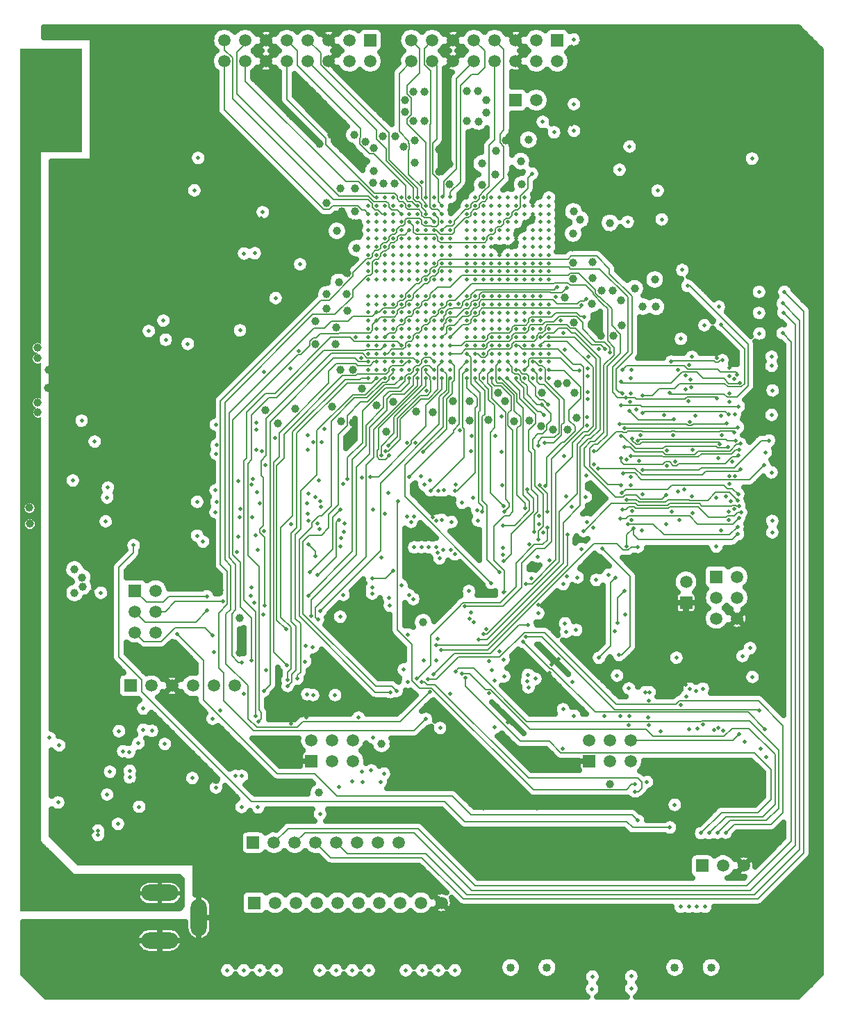
<source format=gbr>
G04 #@! TF.GenerationSoftware,KiCad,Pcbnew,5.0.0-rc2-dev-unknown-d35a6f1~64~ubuntu18.04.1*
G04 #@! TF.CreationDate,2018-05-21T11:58:16+02:00*
G04 #@! TF.ProjectId,Cryptech Alpha,437279707465636820416C7068612E6B,rev?*
G04 #@! TF.SameCoordinates,Original*
G04 #@! TF.FileFunction,Copper,L3,Inr,Mixed*
G04 #@! TF.FilePolarity,Positive*
%FSLAX46Y46*%
G04 Gerber Fmt 4.6, Leading zero omitted, Abs format (unit mm)*
G04 Created by KiCad (PCBNEW 5.0.0-rc2-dev-unknown-d35a6f1~64~ubuntu18.04.1) date Mon May 21 11:58:16 2018*
%MOMM*%
%LPD*%
G01*
G04 APERTURE LIST*
%ADD10C,1.500000*%
%ADD11R,1.500000X1.500000*%
%ADD12C,1.016000*%
%ADD13O,2.000000X4.500000*%
%ADD14O,4.500000X2.000000*%
%ADD15C,0.500000*%
%ADD16C,1.000000*%
%ADD17C,0.600000*%
%ADD18C,0.300000*%
%ADD19C,0.150000*%
%ADD20C,0.200000*%
%ADD21C,0.164000*%
%ADD22C,0.700000*%
%ADD23C,0.050000*%
G04 APERTURE END LIST*
D10*
X36580000Y-6000000D03*
X54360000Y-6000000D03*
X51820000Y-6000000D03*
X49280000Y-6000000D03*
X46740000Y-6000000D03*
X44200000Y-6000000D03*
X41660000Y-6000000D03*
X39120000Y-6000000D03*
X34040000Y-6000000D03*
D11*
X31500000Y-6000000D03*
X84160740Y30530000D03*
D10*
X84160740Y33070000D03*
D12*
X67209800Y-13884000D03*
X62800000Y-13884000D03*
X82800000Y-13884000D03*
X87209800Y-13884000D03*
D10*
X29133790Y20421600D03*
X26593790Y20421600D03*
X24053790Y20421600D03*
X21513790Y20421600D03*
X18973790Y20421600D03*
D11*
X16433790Y20421600D03*
X38506390Y11252200D03*
D10*
X38506390Y13792200D03*
X41046390Y11252200D03*
X41046390Y13792200D03*
X43586390Y11252200D03*
X43586390Y13792200D03*
X77444590Y13792200D03*
X77444590Y11252200D03*
X74904590Y13792200D03*
X74904590Y11252200D03*
X72364590Y13792200D03*
D11*
X72364590Y11252200D03*
D13*
X24800000Y-7800000D03*
D14*
X20000000Y-10600000D03*
X20000000Y-4800000D03*
D10*
X65916800Y91744800D03*
D11*
X63376800Y91744800D03*
X87847000Y33705800D03*
D10*
X90387000Y33705800D03*
X87847000Y31165800D03*
X90387000Y31165800D03*
X87847000Y28625800D03*
X90387000Y28625800D03*
X91219330Y-1500000D03*
X88679330Y-1500000D03*
D11*
X86139330Y-1500000D03*
X16980000Y32015000D03*
D10*
X19520000Y32015000D03*
X16980000Y29475000D03*
X19520000Y29475000D03*
X16980000Y26935000D03*
X19520000Y26935000D03*
X49190000Y1300000D03*
D11*
X31410000Y1300000D03*
D10*
X33950000Y1300000D03*
X36490000Y1300000D03*
X39030000Y1300000D03*
X41570000Y1300000D03*
X44110000Y1300000D03*
X46650000Y1300000D03*
X50692990Y96494600D03*
X50692990Y99034600D03*
X53232990Y96494600D03*
X53232990Y99034600D03*
X55772990Y96494600D03*
X55772990Y99034600D03*
X58312990Y96494600D03*
X58312990Y99034600D03*
X60852990Y96494600D03*
X60852990Y99034600D03*
X63392990Y96494600D03*
X63392990Y99034600D03*
X65932990Y96494600D03*
X65932990Y99034600D03*
X68472990Y96494600D03*
D11*
X68472990Y99034600D03*
X45689190Y99034600D03*
D10*
X45689190Y96494600D03*
X43149190Y99034600D03*
X43149190Y96494600D03*
X40609190Y99034600D03*
X40609190Y96494600D03*
X38069190Y99034600D03*
X38069190Y96494600D03*
X35529190Y99034600D03*
X35529190Y96494600D03*
X32989190Y99034600D03*
X32989190Y96494600D03*
X30449190Y99034600D03*
X30449190Y96494600D03*
X27909190Y99034600D03*
X27909190Y96494600D03*
D15*
X50446300Y77889100D03*
X48440000Y69888100D03*
X47449000Y69888100D03*
X46433100Y69888100D03*
X58453420Y69892820D03*
X54434100Y69888100D03*
X54434100Y67889500D03*
X54434100Y66889500D03*
X54434100Y70904100D03*
X53443500Y69888100D03*
X59453420Y67884780D03*
X53443500Y66889500D03*
X53443500Y70904100D03*
X52452900Y69888100D03*
X53443500Y71894700D03*
X53443500Y65889500D03*
X54434100Y72885300D03*
X52452900Y71894700D03*
X53443500Y72885300D03*
X52452900Y65889500D03*
X53443500Y64889500D03*
X51436900Y69888100D03*
X51436900Y67889500D03*
X51436900Y70904100D03*
X54434100Y73901300D03*
X52452900Y72885300D03*
X53443500Y63889500D03*
X51436900Y65889500D03*
X50446300Y67889500D03*
X62453420Y69892820D03*
X62453420Y67884780D03*
X52452900Y63889500D03*
X50446300Y66889500D03*
X58448700Y74891900D03*
X50446300Y70904100D03*
X54434100Y74891900D03*
X52452900Y73901300D03*
X62448700Y70904100D03*
X51436900Y64889500D03*
X50446300Y71894700D03*
X50446300Y65889500D03*
X59448700Y74891900D03*
X62448700Y71894700D03*
X62453420Y65884780D03*
X51436900Y63889500D03*
X51436900Y73901300D03*
X49455700Y67889500D03*
X50446300Y72885300D03*
X52452900Y62889500D03*
X50446300Y64889500D03*
X60448700Y74891900D03*
X63453420Y69892820D03*
X62453420Y64884770D03*
X58448700Y75882500D03*
X49455700Y70904100D03*
X58453420Y61884780D03*
X63453420Y66884780D03*
X54434100Y61889500D03*
X53443500Y61889500D03*
X63448700Y71894700D03*
X63453420Y65884780D03*
X61448700Y74891900D03*
X61453430Y62884780D03*
X62453420Y63884770D03*
X50446300Y73901300D03*
X51436900Y62889500D03*
X49455700Y72885300D03*
X49455700Y64889500D03*
X60448700Y75882500D03*
X52452900Y61889500D03*
X63448700Y72885300D03*
X64453420Y69892820D03*
X57448700Y76898500D03*
X64453420Y66884780D03*
X64448700Y70904100D03*
X48439700Y66889500D03*
X58448700Y76898500D03*
X48439700Y70904100D03*
X50446300Y62889500D03*
X62448700Y74891900D03*
X62453420Y62884780D03*
X49455700Y63889500D03*
X49455700Y73901300D03*
X51436900Y75882500D03*
X64448700Y71894700D03*
X59453420Y60884780D03*
X64453420Y65884780D03*
X63453420Y63884770D03*
X48439700Y71894700D03*
X48439700Y65889500D03*
X59448700Y76898500D03*
X52452900Y60889500D03*
X64448700Y72885300D03*
X48439700Y72885300D03*
X48439700Y64889500D03*
X49455700Y74891900D03*
X49455700Y62889500D03*
X62448700Y75882500D03*
X57448700Y77889100D03*
X65453430Y69892820D03*
X65453430Y67884780D03*
X47449100Y66889500D03*
X65453430Y66884780D03*
X65448700Y70904100D03*
X61453430Y60884780D03*
X64453420Y63884770D03*
X61448700Y76898500D03*
X64448700Y73901300D03*
X47449100Y71894700D03*
X47449100Y65889500D03*
X59448700Y77889100D03*
X59453420Y59884770D03*
X49455700Y75882500D03*
X47449100Y72885300D03*
X60448700Y77889100D03*
X65448700Y72885300D03*
X60453420Y59884770D03*
X65453430Y64884770D03*
X64448700Y74891900D03*
X62453420Y60884780D03*
X48439700Y74891900D03*
X62448700Y76898500D03*
X66453420Y67884780D03*
X46433100Y67889500D03*
X57448700Y78905100D03*
X47449100Y63889500D03*
X61448700Y77889100D03*
X47449100Y73901300D03*
X58453420Y58884780D03*
X66453420Y66884780D03*
X66448700Y70904100D03*
X65453430Y63884770D03*
X65448700Y73901300D03*
X58448700Y78905100D03*
X46433100Y70904100D03*
X66448700Y71894700D03*
X66453420Y65884780D03*
X46433100Y71894700D03*
X59448700Y78905100D03*
X48439700Y75882500D03*
X63453420Y60884780D03*
X63448700Y76898500D03*
X47449100Y74891900D03*
X66448700Y72885300D03*
X65448700Y74891900D03*
X66453420Y64884770D03*
X60448700Y78905100D03*
X67453420Y69892820D03*
X45442500Y67889500D03*
X66448700Y73901300D03*
X46433100Y63889500D03*
X61448700Y78905100D03*
X46433100Y73901300D03*
X58448700Y79895700D03*
X45442500Y70904100D03*
X67448700Y70904100D03*
X64453420Y60884780D03*
X65448700Y75882500D03*
X63448700Y77889100D03*
X45442500Y71894700D03*
X67448700Y71894700D03*
X67453420Y65884780D03*
X46433100Y74891900D03*
X50446300Y78905100D03*
X46433100Y62889500D03*
X62448700Y78905100D03*
X45442500Y72885300D03*
X60448700Y79895700D03*
X64448700Y77889100D03*
X47449100Y76898500D03*
X48439700Y77889100D03*
X45442500Y73901300D03*
X67448700Y73901300D03*
X66448700Y75882500D03*
X46433100Y75882500D03*
X63448700Y78905100D03*
X67448700Y74891900D03*
X62448700Y79895700D03*
X66448700Y76898500D03*
X46433100Y60889500D03*
X64448700Y78905100D03*
X46433100Y76898500D03*
X45442500Y75882500D03*
X67448700Y75882500D03*
X45442500Y61889500D03*
X66448700Y77889100D03*
X66453420Y59884770D03*
X64448700Y79895700D03*
X45442500Y76898500D03*
X67448700Y76898500D03*
X66448700Y78905100D03*
X45442500Y78905100D03*
X67448700Y78905100D03*
X67448700Y79895700D03*
X51475000Y76875000D03*
X52450000Y76875000D03*
X63453420Y62884780D03*
X75850000Y28075000D03*
X47025000Y36050000D03*
X37750000Y23375000D03*
X24585000Y42815000D03*
X76675000Y31975000D03*
X56100000Y44900000D03*
D16*
X52125000Y28150000D03*
D15*
X65350000Y33525000D03*
X71425000Y37075000D03*
X70500000Y91250000D03*
X92207800Y84632800D03*
X66000000Y5500000D03*
D16*
X60660000Y-14963590D03*
X80500000Y-9536420D03*
X89500000Y-15000000D03*
X89487400Y-9500000D03*
X80660000Y-15067780D03*
X69488400Y-15000000D03*
X69488400Y-9000000D03*
X60500000Y-9413610D03*
X85000000Y-8000000D03*
X66500000Y-9000000D03*
X35750000Y-16750000D03*
X57500000Y-16800000D03*
X48750000Y-16750000D03*
X47000000Y-16750000D03*
X37982000Y-16750000D03*
X27000000Y-16800000D03*
D15*
X30530800Y-9000000D03*
X30750000Y-1500000D03*
X8250000Y2654120D03*
X11772170Y2692730D03*
D16*
X43593770Y52492120D03*
D15*
X84554130Y15100740D03*
X87550000Y15025000D03*
X88679330Y15000730D03*
X89125000Y19525000D03*
X12100590Y12500610D03*
X16700000Y8425000D03*
X13550000Y4400000D03*
X11125000Y7400000D03*
X79450000Y21550000D03*
X69113400Y12736600D03*
X51436900Y77889100D03*
D16*
X46125000Y85949990D03*
X40950000Y87500000D03*
X47175000Y87350000D03*
X48700000Y87325000D03*
D15*
X55450100Y75882500D03*
X57448700Y75882500D03*
X72202200Y58097800D03*
X52550000Y56400000D03*
D16*
X55225000Y30175000D03*
D15*
X57453420Y67884780D03*
X58453420Y67884780D03*
X57448700Y70904100D03*
X58453420Y66884780D03*
X55450100Y71894700D03*
X59453420Y69892820D03*
X57453420Y65884780D03*
X58448700Y71894700D03*
X59453420Y66884780D03*
X54434100Y65889500D03*
X59448700Y70904100D03*
X52452900Y67889500D03*
X57448700Y72885300D03*
X55445380Y64884770D03*
X60453420Y69892820D03*
X59453420Y65884780D03*
X52452900Y70904100D03*
X58453420Y64884770D03*
X60453420Y66884780D03*
X59448700Y72885300D03*
X60448700Y71894700D03*
X57453420Y63884770D03*
X61453430Y67884780D03*
X55450100Y73901300D03*
X61448700Y70904100D03*
X51436900Y66889500D03*
X58448700Y73901300D03*
X60453420Y64884770D03*
X59453420Y63884770D03*
X61453430Y65884780D03*
X53443500Y73901300D03*
X59448700Y73901300D03*
X57448700Y74891900D03*
X61448700Y72885300D03*
X62453420Y66884780D03*
X60448700Y73901300D03*
X53443500Y62889500D03*
X61453430Y63884770D03*
X61448700Y73901300D03*
X49455700Y69888100D03*
X57453420Y61884780D03*
X63453420Y67884780D03*
X49455700Y66889500D03*
X63448700Y70904100D03*
X49455700Y71894700D03*
X59448700Y75882500D03*
X59453420Y61884780D03*
X50446300Y63889500D03*
X62448700Y73901300D03*
X60453420Y61884780D03*
X55450100Y76898500D03*
X48439700Y67889500D03*
X54434100Y76898500D03*
X50446300Y74891900D03*
X61448700Y75882500D03*
X61453430Y61884780D03*
X63448700Y73901300D03*
X60453420Y60884780D03*
X60448700Y76898500D03*
X55450100Y77889100D03*
X50446300Y61889500D03*
X63448700Y74891900D03*
X58448700Y77889100D03*
X65453430Y65884780D03*
X63448700Y75882500D03*
X47449100Y64889500D03*
X52452900Y59889500D03*
X64453420Y62884780D03*
X55445380Y58884780D03*
X66453420Y69892820D03*
X55450100Y78905100D03*
X49455700Y60889500D03*
X64448700Y75882500D03*
X48439700Y61889500D03*
X62448700Y77889100D03*
X46433100Y72885300D03*
X45442500Y69888100D03*
X57448700Y79895700D03*
X64448700Y76898500D03*
X48439700Y76898500D03*
X47449100Y75882500D03*
X63453420Y59884770D03*
X59453420Y57884780D03*
X59448700Y79895700D03*
X67448700Y72885300D03*
X48439700Y59889500D03*
X65448700Y76898500D03*
X61448700Y79895700D03*
X49455700Y58889500D03*
X46433100Y61889500D03*
X65448700Y77889100D03*
X48439700Y78905100D03*
X67453420Y61884780D03*
X63448700Y79895700D03*
X65448700Y78905100D03*
X66453420Y58884780D03*
X65448700Y79895700D03*
X45442500Y58889500D03*
X66448700Y79895700D03*
X46431200Y78909800D03*
X56413400Y79959200D03*
D16*
X7250000Y82000000D03*
X8250000Y82000000D03*
X9250000Y82000000D03*
X10250000Y82000000D03*
X11250000Y82000000D03*
X12250000Y82000000D03*
X13250000Y82000000D03*
X14250000Y82000000D03*
X15250000Y82000000D03*
X16250000Y82000000D03*
X17250000Y82000000D03*
X18250000Y82000000D03*
X18250000Y80750000D03*
X17250000Y80750000D03*
X16250000Y80750000D03*
X15250000Y80750000D03*
X14250000Y80750000D03*
X13250000Y80750000D03*
X12250000Y80750000D03*
X11250000Y80750000D03*
X10250000Y80750000D03*
X9250000Y80750000D03*
X8250000Y80750000D03*
X7250000Y80750000D03*
X18250000Y79500000D03*
X17250000Y79500000D03*
X16250000Y79500000D03*
X15250000Y79500000D03*
X14250000Y79500000D03*
X13250000Y79500000D03*
X12250000Y79500000D03*
X11250000Y79500000D03*
X10250000Y79500000D03*
X9250000Y79500000D03*
X8250000Y79500000D03*
X7250000Y79500000D03*
X18250000Y78250000D03*
X17250000Y78250000D03*
X16250000Y78250000D03*
X15250000Y78250000D03*
X14250000Y78250000D03*
X13250000Y78250000D03*
X12250000Y78250000D03*
X11250000Y78250000D03*
X10250000Y78250000D03*
X9250000Y78250000D03*
X8250000Y78250000D03*
X7250000Y78250000D03*
X18250000Y77000000D03*
X17250000Y77000000D03*
X16250000Y77000000D03*
X15250000Y77000000D03*
X14250000Y77000000D03*
X13250000Y77000000D03*
X12250000Y77000000D03*
X11250000Y77000000D03*
X10250000Y77000000D03*
X9250000Y77000000D03*
X8250000Y77000000D03*
X7250000Y77000000D03*
X18250000Y75750000D03*
X17250000Y75750000D03*
X16250000Y75750000D03*
X15250000Y75750000D03*
X14250000Y75750000D03*
X13250000Y75750000D03*
X12250000Y75750000D03*
X11250000Y75750000D03*
X10250000Y75750000D03*
X9250000Y75750000D03*
X8250000Y75750000D03*
X7250000Y75750000D03*
X18250000Y74500000D03*
X17250000Y74500000D03*
X16250000Y74500000D03*
X15250000Y74500000D03*
X14250000Y74500000D03*
X13250000Y74500000D03*
X12250000Y74500000D03*
X11250000Y74500000D03*
X10250000Y74500000D03*
X9250000Y74500000D03*
X8250000Y74500000D03*
X7250000Y74500000D03*
X39025000Y62075000D03*
X41475000Y62025000D03*
X41050000Y54450000D03*
X51300000Y53800000D03*
X55700000Y52700000D03*
X55775000Y55075000D03*
X67950000Y51650000D03*
X69750040Y51650000D03*
X70500000Y64675000D03*
X72750000Y64300000D03*
X76325000Y64300000D03*
X73825000Y63050000D03*
X75325000Y63050000D03*
X70375000Y71950000D03*
X72750000Y72025000D03*
X80400000Y73050000D03*
X78975000Y73025000D03*
X77925000Y74700000D03*
X81450000Y74625000D03*
X70350000Y73825000D03*
X74825000Y74525000D03*
X69275000Y80925000D03*
X68125000Y81450000D03*
X62875000Y82675000D03*
X55350000Y81525000D03*
X55325000Y84000000D03*
X62200000Y86850000D03*
X61000000Y85575000D03*
X54025000Y85750000D03*
X54025000Y83050000D03*
X49725000Y86075000D03*
X52300000Y89200000D03*
X50925000Y89175000D03*
X50925000Y92800000D03*
X52300000Y92775000D03*
X49925000Y91725000D03*
X49950000Y90275000D03*
X39525000Y86450000D03*
X42075010Y80975000D03*
X42200000Y78175000D03*
X42450000Y72675000D03*
X42875000Y66100000D03*
X40350000Y66375000D03*
X38775000Y76600000D03*
X39900000Y76600000D03*
X40375000Y79200000D03*
X38775000Y72825000D03*
X39825000Y72800000D03*
X38750000Y75425000D03*
X39875000Y75375000D03*
X24275000Y99850000D03*
X24275000Y98350000D03*
X24275000Y94850000D03*
X24275000Y93350000D03*
X24275000Y89850000D03*
X24275000Y88250000D03*
X5150000Y53724980D03*
X5100000Y54900000D03*
X6400000Y56700000D03*
X7700000Y56700000D03*
X7800000Y58900000D03*
X6500000Y58900000D03*
X5100000Y61600000D03*
X5100000Y60300000D03*
X12100000Y67900000D03*
X12100000Y66500000D03*
X13800000Y69600000D03*
X32900000Y54000000D03*
X36500000Y54200000D03*
X24800000Y51400000D03*
X24800000Y49900000D03*
X24800000Y47000000D03*
X24800000Y45500000D03*
X7200000Y40150000D03*
X7200000Y42100000D03*
X4150000Y40150000D03*
X4100000Y42100000D03*
X29750000Y24450000D03*
X92300000Y6200000D03*
X86425000Y5075000D03*
X74850000Y8475000D03*
X48275000Y8500000D03*
X26850000Y8975000D03*
X7750000Y17050000D03*
X25275000Y16900000D03*
X43549990Y51350000D03*
X74300000Y73300000D03*
D15*
X94100000Y62000000D03*
X93300000Y57800000D03*
X94600000Y58400000D03*
X94600000Y55400000D03*
X94600000Y52400000D03*
X94676800Y45423200D03*
X94795600Y41495600D03*
X93500000Y38100000D03*
X79000000Y60400000D03*
X77505400Y58894600D03*
X77424400Y56024400D03*
X73556800Y61456800D03*
X72128800Y52128800D03*
X60934600Y50865400D03*
X56588800Y51511200D03*
X50147600Y50052400D03*
X39717600Y50082400D03*
X31235800Y44935800D03*
X29821800Y41978200D03*
X29550000Y38550000D03*
X29417600Y36717600D03*
X27207800Y33007800D03*
X27550000Y32050000D03*
X31123000Y31377000D03*
X32700000Y39300000D03*
X39200000Y21400000D03*
X37800000Y21600000D03*
X40470200Y20729800D03*
D16*
X48450000Y13350000D03*
D15*
X55186200Y15313800D03*
X62400000Y15951200D03*
X67529000Y21971000D03*
X68584000Y23684000D03*
X67792600Y23007400D03*
X66156600Y30243400D03*
X66038400Y35161600D03*
X66285400Y41114600D03*
X65042800Y88442800D03*
X87923600Y60326400D03*
X89416000Y59166000D03*
X89454200Y56045800D03*
X88423600Y53326400D03*
X89487400Y45987400D03*
X89398000Y40648000D03*
X88439200Y39310800D03*
X48439700Y57889500D03*
D16*
X63200000Y52650000D03*
X60100000Y52800000D03*
D15*
X72150000Y55375000D03*
X58000000Y50825000D03*
X81450000Y53375000D03*
X72007600Y41392400D03*
X87800000Y43324000D03*
X43900000Y62875000D03*
X77453780Y45852240D03*
D16*
X66478240Y52027540D03*
X65053170Y52702570D03*
D15*
X72157800Y45042200D03*
X72117400Y38182600D03*
X78810800Y39310800D03*
X84599400Y11125600D03*
X81300000Y11150000D03*
X86131400Y10168600D03*
X89525000Y9425000D03*
X88100000Y10300000D03*
X89600000Y10275000D03*
X93163400Y19813400D03*
X88032000Y24968000D03*
X89032000Y24032000D03*
X83635400Y23039600D03*
X79655400Y18619600D03*
X83546400Y18103600D03*
X79600000Y15597000D03*
X81050000Y14900000D03*
X74225000Y16700000D03*
X12875000Y27375000D03*
X13000000Y23050000D03*
X12625000Y21175000D03*
X26600000Y24550000D03*
X51816000Y12559000D03*
X36000000Y15825000D03*
X19889200Y3689200D03*
X20750000Y7697600D03*
X21500000Y9225000D03*
X20625000Y11228200D03*
X22325000Y11375000D03*
X20686390Y12336400D03*
X8564000Y6886000D03*
X13575000Y2850000D03*
X53725000Y11975000D03*
X17225000Y4500000D03*
X17170000Y3000000D03*
X12717200Y15782800D03*
X73500000Y95250000D03*
X73500000Y90000000D03*
X73500000Y88000000D03*
X73500000Y82750000D03*
X77500000Y78750000D03*
X82250000Y78750000D03*
X85000000Y78750000D03*
X90000000Y78750000D03*
X94000000Y82750000D03*
X93954600Y92647600D03*
X90000000Y99250000D03*
X85000000Y99250000D03*
X82500000Y99250000D03*
X77500000Y99250000D03*
X76500000Y96250000D03*
X80000000Y96250000D03*
X83250000Y96250000D03*
X76500000Y93500000D03*
X80000000Y93500000D03*
X83250000Y93500000D03*
X76500000Y90750000D03*
X80000000Y90750000D03*
X76500000Y81500000D03*
X87000000Y83250000D03*
X92000000Y81250000D03*
X92250000Y96250000D03*
X94000000Y95250000D03*
X94000000Y90000000D03*
X94000000Y88000000D03*
X87000000Y96250000D03*
X70250000Y92500000D03*
X70250000Y98250000D03*
X70750000Y96338800D03*
X71500000Y85250000D03*
X71500000Y84000000D03*
X27200000Y84700000D03*
X27500000Y78100000D03*
X26831200Y71831200D03*
X28194000Y71431000D03*
X26050000Y74900000D03*
D16*
X25525000Y79000000D03*
X31525000Y82500000D03*
X32000000Y94000000D03*
X37000000Y94000000D03*
X44250000Y94000000D03*
D15*
X35375000Y81625000D03*
X30169400Y76344400D03*
X31580600Y76344400D03*
X30200000Y77300000D03*
X23225000Y63625000D03*
X23617800Y65082200D03*
X14833600Y48408600D03*
X14475000Y40625000D03*
X16217800Y41232200D03*
X32350000Y77375000D03*
X51970900Y81785740D03*
X53467000Y79925800D03*
X52451000Y74887200D03*
X51460400Y71890000D03*
X45448600Y66878200D03*
X68875000Y64900000D03*
X22150000Y48850000D03*
X21680000Y41545000D03*
X20125000Y40400000D03*
X40125000Y51675000D03*
X31823000Y49123000D03*
X50000000Y29475000D03*
X53275000Y40975000D03*
X76725000Y29075000D03*
X94239400Y72110600D03*
X91325000Y74000000D03*
D16*
X48450000Y55000000D03*
D15*
X44602400Y76352400D03*
D16*
X42875000Y70675000D03*
D15*
X68300000Y67775000D03*
D16*
X35400000Y65200000D03*
X31500000Y65200000D03*
X34100000Y65200000D03*
X31550000Y63475000D03*
X70800000Y53025000D03*
D15*
X35925000Y59100000D03*
D16*
X34425000Y52400000D03*
X42100000Y52675000D03*
D15*
X32600000Y29100000D03*
X44550000Y24225000D03*
X80125000Y29750000D03*
X82346800Y32003200D03*
X68264800Y30810200D03*
X71100000Y31975000D03*
X71625000Y29750000D03*
X73050000Y29800000D03*
D16*
X43725000Y76800000D03*
D15*
X70225000Y88750000D03*
X70144800Y89419800D03*
X70125000Y90075000D03*
X70225000Y82350000D03*
X15900780Y40426970D03*
D16*
X24617800Y82092800D03*
D15*
X67550000Y35675000D03*
X77503780Y40626980D03*
X78850000Y43750000D03*
X37875000Y16575000D03*
X42375000Y45025000D03*
X10850000Y35875000D03*
X16579200Y11375000D03*
X80350000Y10525000D03*
X85104150Y7750380D03*
X21076030Y4675230D03*
X25051220Y6675330D03*
X88135400Y15286200D03*
X84135120Y20567680D03*
D17*
X11745800Y41747200D03*
X11745800Y42347200D03*
X11745800Y42947200D03*
X11145800Y42947200D03*
X11145800Y42347200D03*
X11145800Y41747200D03*
X9945800Y41747200D03*
X9945800Y42347200D03*
X9945800Y42947200D03*
X10545800Y42947190D03*
X10545800Y42347190D03*
X10545800Y41747200D03*
X35758400Y75905600D03*
X35758400Y75305610D03*
X35758400Y74705610D03*
X36358400Y74705600D03*
X36358400Y75305600D03*
X36358400Y75905600D03*
X35158400Y75905600D03*
X35158400Y75305600D03*
X35158400Y74705600D03*
X34558400Y74705600D03*
X34558400Y75305600D03*
X34558400Y75905600D03*
X23509200Y54455200D03*
X23509200Y55055200D03*
X23509200Y55655200D03*
X22909200Y55655200D03*
X22909200Y55055200D03*
X22909200Y54455200D03*
X24109200Y54455210D03*
X24109200Y55055200D03*
X24109200Y55655200D03*
X24709200Y55655200D03*
X24709200Y55055200D03*
X24709200Y54455200D03*
X23509200Y56255200D03*
X23509200Y56855200D03*
X23509200Y57455200D03*
X22909200Y57455200D03*
X22909200Y56855200D03*
X22909200Y56255200D03*
X24109200Y56255210D03*
X24109200Y56855200D03*
X24109200Y57455200D03*
X24709200Y57455200D03*
X24709200Y56855200D03*
X24709200Y56255200D03*
X29234200Y59830200D03*
X29234200Y60430200D03*
X28634200Y60430200D03*
X28634200Y59830200D03*
X29834200Y59830200D03*
X29834200Y60430200D03*
X30434200Y60430200D03*
X30434200Y59830200D03*
X24709200Y58055210D03*
X24709200Y58655200D03*
X24709200Y59255200D03*
X24109200Y59255200D03*
X24109200Y58655200D03*
X24109200Y58055210D03*
X22909200Y58055210D03*
X22909200Y58655200D03*
X22909200Y59255200D03*
X23509200Y59255200D03*
X23509200Y58655200D03*
X23509200Y58055200D03*
D15*
X61000000Y8475000D03*
X61000000Y2000000D03*
X59500000Y5500000D03*
X48500000Y34425000D03*
X55550000Y40375000D03*
X45925000Y33475000D03*
X37982000Y42621260D03*
X66313640Y44843000D03*
X46000000Y41875000D03*
X67250000Y41600000D03*
X48002340Y31126520D03*
X64800000Y44350000D03*
X61975000Y35600000D03*
X61725000Y44875000D03*
X42025000Y37425000D03*
X61850000Y37250000D03*
X45975000Y14125000D03*
X41900000Y8075000D03*
X47352310Y9725470D03*
X46925000Y8700000D03*
X45800000Y10100000D03*
X44727180Y8725430D03*
X43450000Y8750000D03*
X44625000Y9925000D03*
X53925000Y36600000D03*
X54125000Y35950000D03*
X50427460Y31451530D03*
X50925000Y31000000D03*
X88993380Y2527420D03*
X52675000Y21200000D03*
X87997700Y2527420D03*
X56050000Y22150000D03*
X86998520Y2477410D03*
X56825000Y21925000D03*
X86000000Y2477410D03*
X57300000Y21400000D03*
X58175000Y43325000D03*
X56875000Y42700000D03*
X54402650Y40626980D03*
X53752660Y40497330D03*
X47449100Y78905100D03*
X50975000Y41000000D03*
X39025000Y43400000D03*
X47449100Y79895700D03*
X38126860Y43852140D03*
X47902340Y43877140D03*
X49455700Y79895700D03*
X39575000Y42900000D03*
X50152450Y41002000D03*
X48439700Y79895700D03*
X50650000Y40400000D03*
X39650000Y42225000D03*
X24000000Y9200000D03*
X30276480Y19475950D03*
X38650000Y25150000D03*
X45925000Y31650000D03*
X30026470Y9425460D03*
X56000000Y36425000D03*
X37800000Y25325000D03*
X45900000Y32375000D03*
X29238280Y9450000D03*
X55500000Y36950000D03*
X55452710Y19425950D03*
X44250000Y16550000D03*
X57975000Y29350000D03*
X26876310Y8025390D03*
X69175000Y32800000D03*
X57777820Y28551390D03*
X76125000Y16750000D03*
X51925000Y37300000D03*
X41400000Y19300000D03*
X48439700Y60889500D03*
X76050000Y83275000D03*
X56450000Y66925000D03*
X50446300Y59889500D03*
X90000000Y51300000D03*
X35400000Y27300000D03*
X72900000Y49000000D03*
X51436900Y57889500D03*
X90500000Y51900000D03*
X76700000Y51800000D03*
X39300000Y28500000D03*
X51436900Y58889500D03*
X76100000Y52300000D03*
X38500000Y28900000D03*
X89150000Y52350000D03*
X84625000Y52575000D03*
X51436900Y59889500D03*
X78103810Y54077640D03*
X32800000Y30200000D03*
X50446300Y57889500D03*
X38100000Y31400000D03*
X82654030Y52852580D03*
X77228770Y53902630D03*
X54434100Y58889500D03*
X39600000Y29500000D03*
X88504320Y50952490D03*
X78603840Y50952490D03*
X78290380Y50290380D03*
X90200000Y50300000D03*
X54434100Y57889500D03*
X45700000Y45900000D03*
X47900000Y49700000D03*
X52452900Y58889500D03*
X77600000Y50500000D03*
X88225000Y49875000D03*
X47000000Y48500000D03*
X52452900Y57889500D03*
X89300000Y49500000D03*
X76253790Y50864570D03*
X47499900Y48999900D03*
X54434100Y59889500D03*
X84925000Y49125000D03*
X81825000Y49075000D03*
X48000000Y48500000D03*
X53443500Y58889500D03*
X82554030Y50952490D03*
X69275000Y48425000D03*
X90600000Y49200000D03*
X53443500Y59889500D03*
X42925000Y45600000D03*
X77425000Y48400000D03*
X58453420Y57884780D03*
X89800000Y47700000D03*
X81850000Y47225000D03*
X61450000Y34300000D03*
X66453420Y61884780D03*
X64625000Y32800000D03*
X76700000Y49500000D03*
X55445380Y57884780D03*
X90799820Y49899900D03*
X60450000Y32950000D03*
X60453420Y57884780D03*
X94300000Y50300000D03*
X78903850Y46677280D03*
X61975000Y31828260D03*
X59453420Y58884780D03*
X61900000Y42300000D03*
X60453420Y58884780D03*
X62000000Y41600000D03*
X61453430Y59884770D03*
X64553150Y42025000D03*
X46433100Y57889500D03*
X35600000Y20400000D03*
X45442500Y57889500D03*
X35600000Y21100000D03*
X36800000Y21300000D03*
X47449100Y57889500D03*
X46433100Y59889500D03*
X35500000Y22900000D03*
X45442500Y59889500D03*
X32700000Y19800000D03*
X48900000Y19800000D03*
X49455700Y57889500D03*
X48439700Y58889500D03*
X48100000Y19650000D03*
X57453420Y60884780D03*
X59350000Y41625000D03*
X61453430Y57884780D03*
X61825000Y39975000D03*
X90425000Y39775000D03*
X77100000Y40075000D03*
X62375000Y57875000D03*
X76150000Y40800000D03*
X65675000Y39200000D03*
X90625000Y40875000D03*
X90879430Y41527030D03*
X67453420Y62884780D03*
X76400000Y41900000D03*
X59475000Y26725000D03*
X66453420Y62884780D03*
X90675000Y42300000D03*
X71675000Y39275000D03*
X58900000Y26050000D03*
X57453420Y57884780D03*
X90425000Y43000000D03*
X76953760Y43102100D03*
X55975000Y44200000D03*
X57440220Y58884780D03*
X53025000Y44200000D03*
X90525000Y43725000D03*
X76325000Y43875000D03*
X57453420Y59884770D03*
X50377460Y45877240D03*
X83175000Y44050000D03*
X55445380Y59884770D03*
X52150000Y48900000D03*
X83950000Y44325000D03*
X49455700Y59889500D03*
X51875000Y45950000D03*
X84850000Y43475000D03*
X46433100Y58889500D03*
X52300000Y44900000D03*
X89054350Y43475000D03*
X69525000Y43475000D03*
X47449100Y60889500D03*
X52975000Y45400000D03*
X81711360Y43656990D03*
X89600000Y42900000D03*
X53950000Y44200000D03*
X52452900Y66889500D03*
X90025000Y41925000D03*
X82400000Y41600000D03*
X54627670Y44227160D03*
X47449100Y62889500D03*
X76250000Y44850000D03*
X83375000Y40650000D03*
X67453420Y58884780D03*
X85000000Y41450000D03*
X67025000Y44750000D03*
X67453420Y57884780D03*
X81750000Y40100000D03*
X66453420Y57884780D03*
X90500000Y38900000D03*
X77725000Y39625000D03*
X76900000Y37425000D03*
X65453430Y57884780D03*
X90575000Y54450000D03*
X76200000Y54575000D03*
X65453430Y59884770D03*
X84475000Y55075000D03*
X66900000Y50025000D03*
X65453430Y58884780D03*
X84075000Y56550000D03*
X66128230Y49652420D03*
X63453420Y58884780D03*
X84754140Y56752770D03*
X67353290Y54652670D03*
X90725000Y57325000D03*
X63449880Y57874880D03*
X76250000Y57425000D03*
X66875000Y53375000D03*
X76400000Y58925000D03*
X64900000Y21769670D03*
X90404410Y58327850D03*
X64453420Y59884770D03*
X69375000Y61325000D03*
X64775000Y20975000D03*
X84575000Y59500000D03*
X71175000Y58850000D03*
X64453420Y58884780D03*
X84879140Y60477950D03*
X64453420Y61884780D03*
X62003030Y21576050D03*
X82375000Y59900000D03*
X88600000Y60075000D03*
X74300000Y61425000D03*
X58453420Y60884780D03*
X61925000Y23600000D03*
X83225000Y58875000D03*
X60825000Y21075000D03*
X64453420Y64884770D03*
X83525000Y62675000D03*
X60500000Y22300000D03*
X84100000Y58200000D03*
X74875000Y61050000D03*
X55445380Y60884780D03*
X90000000Y57807000D03*
X60125000Y23425000D03*
X53443500Y60889500D03*
X84750000Y57725010D03*
X86400000Y64325000D03*
X47449100Y61889500D03*
X82175000Y56100000D03*
X84350000Y69125000D03*
X32068820Y16075000D03*
X49455700Y61889500D03*
X78900000Y55800000D03*
X88450000Y64375000D03*
X31728800Y16775000D03*
X31175000Y23525000D03*
X46433100Y64889500D03*
X76875000Y55525000D03*
X87900000Y55425000D03*
X76428730Y56027730D03*
X30050000Y23275000D03*
X46433100Y65889500D03*
X90100000Y53450000D03*
X93675000Y47300000D03*
X76471760Y46265120D03*
X52200000Y23550000D03*
X90137400Y45987410D03*
X78450000Y47850000D03*
X53725000Y23550000D03*
X85279160Y53302600D03*
X69700000Y38825000D03*
X53700000Y25400000D03*
X78875000Y53650000D03*
X89325000Y53450000D03*
X53900000Y26100000D03*
X63453420Y61884780D03*
X57200000Y30075000D03*
X58700000Y41823870D03*
X50446300Y60889500D03*
X58827870Y40551980D03*
X51436900Y60889500D03*
X62453420Y59884770D03*
X66575000Y54675000D03*
X57700000Y31950000D03*
X66175000Y38200000D03*
X62453420Y58884780D03*
X61653010Y53252600D03*
X64950000Y20225000D03*
X66725000Y39050000D03*
X72950000Y47350000D03*
X42150000Y38425000D03*
X64875000Y27800000D03*
X53350000Y21800000D03*
X88054300Y48177350D03*
X76900000Y47950000D03*
X71950000Y43425000D03*
X82825000Y47700000D03*
X67225000Y39650000D03*
X51377510Y21301040D03*
X93885400Y48810400D03*
X78300000Y37325000D03*
X54350000Y24800000D03*
X38975000Y36175000D03*
X38125000Y37650000D03*
X49750000Y22375000D03*
X70228430Y42252060D03*
X76228260Y48175000D03*
X90575000Y48525000D03*
X44625000Y45775000D03*
X47427310Y41402020D03*
X73450000Y46875000D03*
X90775000Y46775000D03*
X48439700Y63889500D03*
X25800000Y31300000D03*
X25775000Y29575000D03*
X45442500Y64889500D03*
X45442500Y65889500D03*
X55441360Y69896840D03*
X84500000Y-6500000D03*
X72725000Y-16500000D03*
X57448700Y73901300D03*
X22100000Y26750000D03*
X78275000Y4000000D03*
X50250000Y20900000D03*
X26900000Y48675000D03*
X39400000Y45425000D03*
X49455700Y78905100D03*
X70450000Y99125000D03*
X50446300Y76898500D03*
X65400000Y82800000D03*
X53443500Y75882500D03*
X54434100Y75882500D03*
X55448200Y79959200D03*
X54457600Y79959200D03*
X54434100Y77889100D03*
X54434100Y78905100D03*
X52452900Y79895700D03*
X52452900Y78905100D03*
X51436900Y79895700D03*
X52452900Y77889100D03*
X51436900Y78905100D03*
X53443500Y76898500D03*
X49455700Y77889100D03*
X46433100Y79895700D03*
X47449100Y77889100D03*
X45442500Y77889100D03*
X65453430Y62884780D03*
X69225000Y63425000D03*
X67453420Y63884770D03*
X45442500Y60889500D03*
X49075000Y42875000D03*
X77950000Y8400000D03*
X47449100Y58889500D03*
X51900000Y20850000D03*
X77975000Y7550000D03*
X55445380Y62884780D03*
X71409770Y66809780D03*
X88175000Y66575000D03*
X53443500Y74891900D03*
X65024990Y37656640D03*
X51436900Y74891900D03*
X61850000Y36375000D03*
X50446300Y75882500D03*
X52950000Y19675000D03*
X53443500Y77889100D03*
X52450000Y16375000D03*
X95952200Y63352200D03*
X55445380Y61884780D03*
X71775000Y65350000D03*
X96152200Y68401800D03*
X54434100Y64889500D03*
X68475000Y68975000D03*
X95952200Y67001800D03*
X54434100Y62889500D03*
X72050000Y67575000D03*
X96052200Y65834400D03*
X54434100Y63889500D03*
X69675000Y68889000D03*
X57453420Y62884780D03*
X58453420Y62884780D03*
X59453420Y62884780D03*
X55445380Y66884780D03*
X32900000Y47275000D03*
X42025000Y41900000D03*
X38275000Y34225000D03*
X41850000Y40650000D03*
X39275000Y33925000D03*
X42500000Y39150000D03*
X36000000Y40100000D03*
X39525000Y39475000D03*
X42575000Y40175000D03*
X49475000Y32650000D03*
X26475000Y26525000D03*
X55450100Y70904100D03*
X58448700Y70904100D03*
X55445380Y65884780D03*
X55450100Y72885300D03*
X57453420Y64884770D03*
X55424700Y67889500D03*
D16*
X47250000Y81625000D03*
X48650000Y81625000D03*
X46075000Y83150000D03*
X44000000Y73725000D03*
X51100000Y84125000D03*
X51100000Y86825000D03*
X46025000Y81650000D03*
X57802820Y55102690D03*
D15*
X57453420Y69892820D03*
X57453420Y66884780D03*
X57448700Y71894700D03*
X58453420Y65884780D03*
X60453420Y67884780D03*
X59448700Y71894700D03*
X58448700Y72885300D03*
X60448700Y70904100D03*
X59453420Y64884770D03*
X60453420Y65884780D03*
X61453430Y69892820D03*
X58453420Y63884770D03*
X61453430Y66884780D03*
X60448700Y72885300D03*
X61448700Y71894700D03*
X60453420Y63884770D03*
X61453430Y64884770D03*
D16*
X41825000Y69600000D03*
X40350000Y68100000D03*
X42800000Y68100000D03*
X43600000Y58924980D03*
X44675000Y56600000D03*
X57750000Y52725000D03*
X61225000Y56125000D03*
X75250000Y68550000D03*
X73875000Y68550000D03*
X76275000Y67375000D03*
X69425000Y67675000D03*
X77900000Y68825000D03*
X78900000Y66600000D03*
X80500000Y66575000D03*
X80350000Y69900000D03*
X70375000Y69975000D03*
X60900000Y82650000D03*
X59300000Y81450000D03*
X59275000Y84025000D03*
X57475000Y92825000D03*
X58800000Y92825000D03*
X59825000Y91775000D03*
X59850000Y90200000D03*
X57425000Y89175000D03*
X58850000Y89150000D03*
X72725000Y66950000D03*
X42050000Y58924980D03*
X72753550Y70078420D03*
D15*
X15050000Y14900000D03*
X38050000Y41400000D03*
X24575000Y38700000D03*
X32476580Y48952390D03*
X85400000Y19775000D03*
X86225000Y20075000D03*
X84600000Y20050000D03*
X93108400Y17433400D03*
X64653150Y26376290D03*
X90600000Y14525000D03*
X93800000Y15125000D03*
X64279110Y25785200D03*
X92250000Y21500000D03*
X93218000Y12718000D03*
X93968000Y11782000D03*
X91968000Y25032000D03*
X91032000Y24032000D03*
X83006000Y23844000D03*
X79725000Y19619600D03*
X79578000Y16597000D03*
X30000000Y5675000D03*
X32000000Y5625000D03*
X79171560Y19622870D03*
X84229700Y19084940D03*
X77173070Y15605840D03*
X15550000Y12450000D03*
X38100000Y40550000D03*
X25275000Y37975000D03*
X17425000Y13425000D03*
X16275000Y12325000D03*
X39225000Y40200000D03*
X18025000Y17650000D03*
X6571600Y14071600D03*
X7773400Y13176600D03*
X7621000Y6204000D03*
X12500000Y2800000D03*
X19069200Y14919200D03*
X27351200Y17426200D03*
X14940800Y3590800D03*
X26450000Y16400000D03*
X20638600Y13336400D03*
X39550000Y4800000D03*
X12516240Y2253300D03*
X13600000Y7175000D03*
X17512500Y5687500D03*
D16*
X39425000Y7402400D03*
D15*
X31825000Y52450000D03*
X31750000Y51625000D03*
X38050000Y49123000D03*
X34075000Y50600000D03*
X69575000Y27000000D03*
X58275000Y28129350D03*
X70525000Y16775000D03*
X87847000Y37378000D03*
X52775000Y37300000D03*
X53700000Y37275000D03*
X69175000Y17575000D03*
X75750000Y21675000D03*
X77200000Y20100000D03*
X77250000Y16700000D03*
X51050000Y37275000D03*
X69425000Y28025000D03*
X59825000Y27350000D03*
X70300000Y20875000D03*
X54527660Y36951800D03*
X69675000Y33775000D03*
X70925000Y33625000D03*
X66453420Y60884780D03*
X67453420Y59884770D03*
X70775000Y27225000D03*
X67453420Y60884780D03*
X74725000Y33925000D03*
X65453430Y61884780D03*
X73225000Y33325000D03*
X75475000Y27050000D03*
X73538600Y23825000D03*
X75600000Y33625000D03*
X73950000Y37175000D03*
X75996800Y24175000D03*
X29802200Y63725000D03*
X32750000Y58650000D03*
X45500000Y-14250000D03*
X41500000Y-14250000D03*
X39500000Y-14250000D03*
X43500000Y-14250000D03*
X34250000Y-14250000D03*
X30255000Y-14250000D03*
X28250000Y-14250000D03*
X32250000Y-14250000D03*
X83500000Y-6500000D03*
X72750000Y-15000000D03*
X52000000Y-14250000D03*
X56000000Y-14250000D03*
X54000000Y-14250000D03*
X50000000Y-14250000D03*
X85500000Y-6500000D03*
X77496220Y-14963590D03*
X86500000Y-6500000D03*
X77496220Y-16469460D03*
X16825000Y37525000D03*
X82200000Y3150000D03*
X24250000Y80750000D03*
X32975000Y22325000D03*
X45442500Y62889500D03*
X32000000Y37000000D03*
X30300000Y73075000D03*
X10498200Y52700000D03*
X23436600Y62069330D03*
X13610600Y43360600D03*
D16*
X8000000Y88514570D03*
X9500000Y88494600D03*
X9500000Y87000000D03*
X8000000Y87019970D03*
X8000000Y91439570D03*
X9500000Y91419600D03*
X9500000Y89925000D03*
X8000000Y89944970D03*
X8000000Y94439570D03*
X9500000Y94419600D03*
X9500000Y92925000D03*
X8000000Y92944970D03*
X8000000Y95944970D03*
X9500000Y95925000D03*
X9500000Y97419600D03*
X8000000Y97439570D03*
D15*
X70500000Y88000000D03*
X24700000Y84700000D03*
X31600000Y73100000D03*
X20750000Y62575000D03*
X13698400Y44551600D03*
X26825000Y44225000D03*
X26950000Y42800000D03*
X26801310Y41552030D03*
X42400000Y31500000D03*
X27700000Y30675000D03*
X60125000Y19500000D03*
X61450000Y24600000D03*
X85575000Y15200000D03*
X86229210Y15700770D03*
X16375000Y9250000D03*
X16375000Y10050000D03*
X82797720Y5925000D03*
X13950000Y9950000D03*
X37125000Y71750000D03*
X18675000Y63625000D03*
X20450000Y64900000D03*
X12090000Y50165000D03*
X13425000Y40450000D03*
X9425000Y45425000D03*
X32575000Y78100000D03*
D16*
X43750000Y87525000D03*
X45125000Y86700080D03*
D15*
X50446300Y79895700D03*
D16*
X62075000Y55075000D03*
D15*
X53443500Y67889500D03*
X54434100Y71894700D03*
X55445380Y63884770D03*
X52452900Y64889500D03*
X50446300Y69888100D03*
X55450100Y74891900D03*
X51436900Y72885300D03*
X62448700Y72885300D03*
X60453420Y62884780D03*
X49455700Y65889500D03*
X52452900Y75882500D03*
X63453420Y64884770D03*
X64453420Y67884780D03*
X51436900Y61889500D03*
X62453420Y61884780D03*
X47449100Y70904100D03*
X58453420Y59884770D03*
X48439700Y73901300D03*
X65448700Y71894700D03*
X48439700Y62889500D03*
X46433100Y66889500D03*
X53443500Y78905100D03*
X49455700Y76898500D03*
X61453430Y58884780D03*
X66453420Y63884770D03*
X67453420Y66884780D03*
X53443500Y57889500D03*
X50446300Y58889500D03*
X66448700Y74891900D03*
X65453430Y60884780D03*
X45442500Y63889500D03*
X45442500Y74891900D03*
X47449100Y59889500D03*
X46433100Y77889100D03*
X64453420Y57884780D03*
X67448700Y77889100D03*
D16*
X41500000Y64075000D03*
X53300000Y53725000D03*
X68550000Y57175000D03*
X66600000Y56100000D03*
X71275000Y77225000D03*
X74875000Y76800000D03*
X64175000Y81475000D03*
X64950000Y86925000D03*
X64025000Y84325000D03*
X43800000Y80975000D03*
X43825000Y78175000D03*
X41600000Y75825000D03*
X9625000Y34575000D03*
X10575000Y33600000D03*
X10625000Y32525000D03*
X9650000Y31725000D03*
X29725000Y28700000D03*
X47650000Y51350000D03*
X70400000Y75500000D03*
D15*
X94600000Y60500000D03*
X94600000Y59377200D03*
X94700000Y56400000D03*
X94600000Y53400000D03*
X94600000Y46400000D03*
X94695600Y40495600D03*
X94692000Y39108000D03*
X77405400Y57894600D03*
X77375600Y55024400D03*
X72202200Y59097800D03*
X72300000Y60500000D03*
X72200000Y56200000D03*
X72128800Y53128800D03*
X51147600Y50052400D03*
X31335800Y45635800D03*
X31321800Y40978200D03*
X29721800Y40978200D03*
X31223000Y32377000D03*
X38000000Y19400000D03*
X38700000Y19300000D03*
D16*
X47050000Y13350000D03*
D15*
X54186200Y15286200D03*
X60841000Y15341000D03*
X66156600Y29243400D03*
X66061600Y36161600D03*
X66285400Y40114600D03*
X68080000Y87820000D03*
X66700400Y89099600D03*
X89416000Y58166000D03*
X89454200Y55045800D03*
X89487400Y44987400D03*
D16*
X70600000Y56124990D03*
X69625000Y57250000D03*
X46425000Y54550000D03*
D15*
X54434100Y60889500D03*
X57975000Y49025000D03*
X61675000Y48950000D03*
X38717600Y50082400D03*
X72107600Y40392400D03*
X72825000Y39700000D03*
X77453780Y44852190D03*
X89379360Y41627030D03*
X72042200Y46042200D03*
X91291800Y13633200D03*
X12850000Y31750000D03*
X18009600Y15059600D03*
X80695800Y80725000D03*
X47455200Y67894200D03*
X38075000Y50975000D03*
X26838600Y52211400D03*
X26940200Y49734800D03*
X42025000Y28825000D03*
X93052200Y68402200D03*
X93052200Y65827200D03*
X93127200Y63327200D03*
X79400000Y8700000D03*
X83704080Y71053470D03*
X44552170Y60377950D03*
D16*
X39000000Y64825000D03*
D15*
X36975000Y61225000D03*
X34150000Y67650000D03*
X31850000Y43975000D03*
X32175000Y42675000D03*
X31726550Y38751890D03*
X31500000Y30500000D03*
X48050000Y30175000D03*
X50225000Y26675000D03*
X29595000Y45355000D03*
X65800000Y21275000D03*
X77572600Y41727400D03*
X77290800Y86090800D03*
D16*
X70450000Y78175000D03*
D15*
X77048600Y76920600D03*
X81207400Y77225000D03*
D18*
X56100000Y44900000D02*
X56100000Y44955420D01*
D19*
X75850000Y28075000D02*
X75850000Y31150000D01*
X75850000Y31150000D02*
X76675000Y31975000D01*
D20*
X85104150Y7733250D02*
X85104150Y7750380D01*
D21*
X47550000Y33475000D02*
X48500000Y34425000D01*
X45925000Y33475000D02*
X47550000Y33475000D01*
D19*
X66250000Y44825000D02*
X66275000Y44825000D01*
X66250000Y44825000D02*
X66268000Y44843000D01*
X66268000Y44843000D02*
X66313640Y44843000D01*
X66275000Y44825000D02*
X67253280Y43846720D01*
X67253280Y41600000D02*
X67253280Y43846720D01*
X64800000Y43975000D02*
X64800000Y44350000D01*
X64800000Y43975000D02*
X65575000Y43200000D01*
X65575000Y41650000D02*
X65575000Y43200000D01*
X62875000Y38950000D02*
X65575000Y41650000D01*
X62875000Y36500000D02*
X62875000Y38950000D01*
X62150000Y35775000D02*
X62875000Y36500000D01*
X89005640Y2500000D02*
X90005640Y3500000D01*
X90005640Y3500000D02*
X94494200Y3500000D01*
X94494200Y3500000D02*
X96000000Y5005810D01*
X96000000Y5005810D02*
X96000000Y15572290D01*
X92993690Y18578600D02*
X96000000Y15572290D01*
X83349650Y18578600D02*
X92993690Y18578600D01*
X82915650Y18144600D02*
X83349650Y18578600D01*
X75667900Y18144600D02*
X82915650Y18144600D01*
X56425000Y23900000D02*
X61425000Y23900000D01*
X52675000Y21200000D02*
X53725000Y21200000D01*
X53725000Y21200000D02*
X56425000Y23900000D01*
X66887500Y26925000D02*
X75667900Y18144600D01*
X61425000Y23900000D02*
X64450000Y26925000D01*
X64450000Y26925000D02*
X66887500Y26925000D01*
X88000000Y2500000D02*
X89500000Y4000000D01*
X89500000Y4000000D02*
X93973040Y4000000D01*
X93973040Y4000000D02*
X95473040Y5500000D01*
X95473040Y5500000D02*
X95473040Y12572610D01*
X91869890Y16175770D02*
X95473040Y12572610D01*
X86032460Y16175770D02*
X91869890Y16175770D01*
X85956690Y16100000D02*
X86032460Y16175770D01*
X56450000Y22550000D02*
X58275000Y22550000D01*
X56050000Y22150000D02*
X56450000Y22550000D01*
X58275000Y22550000D02*
X64725000Y16100000D01*
X64725000Y16100000D02*
X85956690Y16100000D01*
X87000000Y2494870D02*
X89005130Y4500000D01*
X89005130Y4500000D02*
X93545100Y4500000D01*
X93545100Y4500000D02*
X95000000Y5954900D01*
X89800000Y15250000D02*
X91836000Y15250000D01*
X95000000Y5954900D02*
X95000000Y12086000D01*
X91836000Y15250000D02*
X95000000Y12086000D01*
X88800000Y14250000D02*
X89800000Y15250000D01*
X80125000Y14250000D02*
X88800000Y14250000D01*
X79253000Y15122000D02*
X80125000Y14250000D01*
X56825000Y21925000D02*
X57750000Y21925000D01*
X57750000Y21925000D02*
X59700000Y19975000D01*
X59700000Y19975000D02*
X60321750Y19975000D01*
X60321750Y19975000D02*
X65174750Y15122000D01*
X65174750Y15122000D02*
X79253000Y15122000D01*
X86000000Y2477410D02*
X88522590Y5000000D01*
X92936160Y5000000D02*
X94500000Y6563840D01*
X88522590Y5000000D02*
X92936160Y5000000D01*
X94500000Y6563840D02*
X94500000Y10225390D01*
X92482400Y12243000D02*
X94500000Y10225390D01*
X74568600Y12243000D02*
X92482400Y12243000D01*
X67503250Y13675000D02*
X68916650Y12261600D01*
X57300000Y20379450D02*
X64004450Y13675000D01*
X57300000Y20379450D02*
X57300000Y21400000D01*
X64004450Y13675000D02*
X67503250Y13675000D01*
X74550000Y12261600D02*
X74568600Y12243000D01*
X68916650Y12261600D02*
X74550000Y12261600D01*
X30026470Y9425460D02*
X30026470Y9548540D01*
D21*
X47957700Y58716450D02*
X47957700Y59089150D01*
X47957700Y59089150D02*
X48276050Y59407500D01*
X44081730Y58371500D02*
X47612750Y58371500D01*
X47612750Y58371500D02*
X47957700Y58716450D01*
X48276050Y59407500D02*
X49657500Y59407500D01*
X49657500Y59407500D02*
X50139500Y59889500D01*
X50139500Y59889500D02*
X50446300Y59889500D01*
X76482010Y51318000D02*
X76899650Y51318000D01*
X76418110Y51381900D02*
X76482010Y51318000D01*
X88252180Y51382000D02*
X88304670Y51434490D01*
X82301890Y51382000D02*
X82354380Y51434490D01*
X82354380Y51434490D02*
X82753680Y51434490D01*
X82753680Y51434490D02*
X82806160Y51382000D01*
X82806160Y51382000D02*
X88252180Y51382000D01*
X78803480Y51434490D02*
X78855970Y51382000D01*
X78855970Y51382000D02*
X82301890Y51382000D01*
X77016140Y51434490D02*
X78803480Y51434490D01*
X88304670Y51434490D02*
X89865510Y51434490D01*
X76899650Y51318000D02*
X77016140Y51434490D01*
X89865510Y51434490D02*
X90000000Y51300000D01*
X43903200Y58192980D02*
X44081730Y58371500D01*
X34275000Y47225000D02*
X35157000Y48107010D01*
X34275000Y28425000D02*
X34275000Y47225000D01*
X34275000Y28425000D02*
X35400000Y27300000D01*
X72900000Y49000000D02*
X73250000Y49000000D01*
X73250000Y49000000D02*
X75631900Y51381900D01*
X75631900Y51381900D02*
X76418110Y51381900D01*
X35157000Y51046810D02*
X42303170Y58192980D01*
X42303170Y58192980D02*
X43903200Y58192980D01*
X35157000Y48107010D02*
X35157000Y51046810D01*
X76721000Y51779000D02*
X84954710Y51779000D01*
X76700000Y51800000D02*
X76721000Y51779000D01*
X84975710Y51800000D02*
X90400000Y51800000D01*
X84954710Y51779000D02*
X84975710Y51800000D01*
X46110200Y48235200D02*
X46110200Y51629270D01*
X90400000Y51800000D02*
X90500000Y51900000D01*
X51400000Y57852600D02*
X51436900Y57889500D01*
X39000000Y28800000D02*
X39300000Y28500000D01*
X39000000Y28800000D02*
X39000000Y29975000D01*
X39000000Y29975000D02*
X45175000Y36150000D01*
X45175000Y36150000D02*
X45175000Y47300000D01*
X45175000Y47300000D02*
X46110200Y48235200D01*
X46110200Y51629270D02*
X48748940Y54268000D01*
X51400000Y56914790D02*
X51400000Y57852600D01*
X48748940Y54268000D02*
X48753200Y54268000D01*
X48753200Y54268000D02*
X51400000Y56914790D01*
X84824650Y52093000D02*
X85031650Y52300000D01*
X84425350Y52093000D02*
X84824650Y52093000D01*
X84218350Y52300000D02*
X84425350Y52093000D01*
X76100000Y52300000D02*
X84218350Y52300000D01*
X38500000Y28900000D02*
X38500000Y30900000D01*
X49825000Y55900000D02*
X50954900Y57029900D01*
X45562500Y48662500D02*
X45562500Y51862500D01*
X38500000Y30900000D02*
X43975000Y36375000D01*
X43975000Y36375000D02*
X43975000Y47075000D01*
X43975000Y47075000D02*
X45562500Y48662500D01*
X85031650Y52300000D02*
X89150000Y52300000D01*
X51436900Y58561900D02*
X51436900Y58889500D01*
X50954900Y58089150D02*
X51237250Y58371500D01*
X51237250Y58371500D02*
X51246500Y58371500D01*
X51246500Y58371500D02*
X51436900Y58561900D01*
X50954900Y57029900D02*
X50954900Y58089150D01*
X45562500Y51862500D02*
X47718000Y54018000D01*
X48314790Y55900000D02*
X49825000Y55900000D01*
X47718000Y55303210D02*
X48314790Y55900000D01*
X47718000Y54018000D02*
X47718000Y55303210D01*
X50954900Y60371500D02*
X51436900Y59889500D01*
X32218000Y39100350D02*
X32218000Y39499650D01*
X32218000Y39100350D02*
X32800000Y38518350D01*
X32800000Y30200000D02*
X32800000Y38518350D01*
X45253500Y60371500D02*
X50954900Y60371500D01*
X44725000Y60900000D02*
X45253500Y60371500D01*
X32218000Y39499650D02*
X32657000Y39938650D01*
X32657000Y39938650D02*
X32657000Y45750000D01*
X32989190Y52939200D02*
X40950000Y60900000D01*
X32989190Y48489200D02*
X32989190Y52939200D01*
X32350000Y47850000D02*
X32989190Y48489200D01*
X40950000Y60900000D02*
X44725000Y60900000D01*
X32350000Y46057000D02*
X32657000Y45750000D01*
X32350000Y46057000D02*
X32350000Y47850000D01*
X50446300Y57296300D02*
X50446300Y57889500D01*
X47975000Y56275000D02*
X49425000Y56275000D01*
X49425000Y56275000D02*
X50446300Y57296300D01*
X45150000Y49650000D02*
X45150000Y52150000D01*
X43500000Y48000000D02*
X45150000Y49650000D01*
X43500000Y36800000D02*
X43500000Y48000000D01*
X38100000Y31400000D02*
X43500000Y36800000D01*
X45150000Y52150000D02*
X47300000Y54300000D01*
X47300000Y55600000D02*
X47975000Y56275000D01*
X47300000Y54300000D02*
X47300000Y55600000D01*
X77228770Y53902630D02*
X78331400Y52800000D01*
X78331400Y52800000D02*
X82654030Y52800000D01*
X46945310Y45120310D02*
X54100000Y52275000D01*
X46945310Y36845310D02*
X46945310Y45120310D01*
X54434100Y58889500D02*
X54963370Y58360230D01*
X54963370Y56463380D02*
X54963370Y58360230D01*
X54100000Y52275000D02*
X54100000Y55600000D01*
X54100000Y55600000D02*
X54963370Y56463380D01*
X39600000Y29500000D02*
X46945310Y36845310D01*
X89175000Y50300000D02*
X90200000Y50300000D01*
X78290380Y50290380D02*
X78450000Y50450000D01*
X78450000Y50450000D02*
X89025000Y50450000D01*
X89025000Y50450000D02*
X89175000Y50300000D01*
X54434100Y56534100D02*
X54434100Y57889500D01*
X52450000Y54550000D02*
X54434100Y56534100D01*
X50665600Y49888750D02*
X50665600Y50252050D01*
X50665600Y50252050D02*
X52450000Y52036450D01*
X52450000Y52036450D02*
X52450000Y54550000D01*
X45700000Y45900000D02*
X46676850Y45900000D01*
X46676850Y45900000D02*
X50665600Y49888750D01*
X52452900Y58571150D02*
X52961500Y58062550D01*
X52961500Y57689850D02*
X52961500Y58062550D01*
X52961500Y57689850D02*
X53075000Y57576350D01*
X52452900Y58571150D02*
X52452900Y58889500D01*
X77600000Y50299120D02*
X77600000Y50500000D01*
X52606650Y55775000D02*
X53075000Y56243350D01*
X53075000Y56243350D02*
X53075000Y57576350D01*
X47900000Y49700000D02*
X48962500Y50762500D01*
X78090740Y49808380D02*
X78490030Y49808380D01*
X77600000Y50299120D02*
X78090740Y49808380D01*
X78490030Y49808380D02*
X78781650Y50100000D01*
X78781650Y50100000D02*
X88175000Y50100000D01*
X88175000Y50100000D02*
X88225000Y50050000D01*
X88225000Y49875000D02*
X88225000Y50050000D01*
X48962500Y50762500D02*
X48962500Y52987500D01*
X48962500Y52987500D02*
X51750000Y55775000D01*
X51750000Y55775000D02*
X52606650Y55775000D01*
X47000000Y48500000D02*
X47000000Y49600000D01*
X47000000Y49600000D02*
X48575000Y51175000D01*
X76253790Y50864570D02*
X76435430Y50864570D01*
X48575000Y51175000D02*
X48575000Y53106650D01*
X52452900Y56984550D02*
X52452900Y57889500D01*
X48575000Y53106650D02*
X52452900Y56984550D01*
X87811350Y49607000D02*
X88025350Y49393000D01*
X88025350Y49393000D02*
X89193000Y49393000D01*
X89193000Y49393000D02*
X89300000Y49500000D01*
X81655730Y49607000D02*
X87811350Y49607000D01*
X78000000Y49300000D02*
X81348730Y49300000D01*
X81348730Y49300000D02*
X81655730Y49607000D01*
X76435430Y50864570D02*
X78000000Y49300000D01*
X53925500Y59325500D02*
X54434100Y59834100D01*
X54434100Y59834100D02*
X54434100Y59889500D01*
X47499900Y48999900D02*
X47881550Y48999900D01*
X51839790Y55375000D02*
X52775000Y55375000D01*
X52775000Y55375000D02*
X53925500Y56525500D01*
X53925500Y56525500D02*
X53925500Y59325500D01*
X47881550Y48999900D02*
X49350000Y50468350D01*
X49350000Y50468350D02*
X49350000Y52885210D01*
X49350000Y52885210D02*
X51839790Y55375000D01*
X46686000Y49286000D02*
X46686000Y51761000D01*
X47518000Y48018000D02*
X48000000Y48500000D01*
X46800350Y48018000D02*
X47518000Y48018000D01*
X51970900Y59089150D02*
X52281750Y59400000D01*
X53410500Y58889500D02*
X53443500Y58889500D01*
X46500000Y48318350D02*
X46800350Y48018000D01*
X46500000Y48318350D02*
X46500000Y49100000D01*
X46500000Y49100000D02*
X46686000Y49286000D01*
X52281750Y59400000D02*
X52900000Y59400000D01*
X52900000Y59400000D02*
X53410500Y58889500D01*
X51970900Y57041630D02*
X51970900Y59089150D01*
X46686000Y51761000D02*
X48879000Y53954000D01*
X48879000Y53954000D02*
X48883270Y53954000D01*
X48883270Y53954000D02*
X51970900Y57041630D01*
X52933000Y60400000D02*
X53443500Y59889500D01*
X52281750Y60400000D02*
X52933000Y60400000D01*
X51970900Y60089150D02*
X52281750Y60400000D01*
X51970900Y59741850D02*
X51970900Y60089150D01*
X51636550Y59407500D02*
X51970900Y59741850D01*
X49075000Y56700000D02*
X49950000Y57575000D01*
X47539790Y56700000D02*
X49075000Y56700000D01*
X42925000Y48225000D02*
X44750000Y50050000D01*
X42925000Y45600000D02*
X42925000Y48225000D01*
X81225000Y48425000D02*
X81371000Y48279000D01*
X77425000Y48400000D02*
X77450000Y48425000D01*
X77450000Y48425000D02*
X81225000Y48425000D01*
X85654000Y48279000D02*
X86050000Y48675000D01*
X81371000Y48279000D02*
X85654000Y48279000D01*
X90225000Y49200000D02*
X90600000Y49200000D01*
X89700000Y48675000D02*
X90225000Y49200000D01*
X86050000Y48675000D02*
X89700000Y48675000D01*
X51273250Y59407500D02*
X51636550Y59407500D01*
X50954900Y59089150D02*
X51273250Y59407500D01*
X50621500Y58371500D02*
X50954900Y58704900D01*
X50246650Y58371500D02*
X50621500Y58371500D01*
X49950150Y58075000D02*
X50246650Y58371500D01*
X49950000Y58075000D02*
X49950150Y58075000D01*
X50954900Y58704900D02*
X50954900Y59089150D01*
X49950000Y57575000D02*
X49950000Y58075000D01*
X44750000Y50050000D02*
X44750000Y53910210D01*
X44750000Y53910210D02*
X47539790Y56700000D01*
X58453420Y57581780D02*
X59650000Y56385210D01*
X58453420Y57581780D02*
X58453420Y57884780D01*
X59350000Y53200000D02*
X59650000Y53500000D01*
X59650000Y53500000D02*
X59650000Y56385210D01*
X59350000Y43000000D02*
X59350000Y53200000D01*
X59350000Y43000000D02*
X59925000Y42425000D01*
X59925000Y35825000D02*
X59925000Y42425000D01*
X59925000Y35825000D02*
X61450000Y34300000D01*
X69675000Y62400000D02*
X72825000Y59250000D01*
X66453420Y61884780D02*
X66453420Y61953420D01*
X66453420Y61953420D02*
X66900000Y62400000D01*
X70350000Y48325000D02*
X70350000Y50025000D01*
X70350000Y50025000D02*
X71700000Y51375000D01*
X68325000Y46300000D02*
X70350000Y48325000D01*
X65375000Y32800000D02*
X68325000Y35750000D01*
X64625000Y32800000D02*
X65375000Y32800000D01*
X68325000Y35750000D02*
X68325000Y46300000D01*
X71700000Y51375000D02*
X72150000Y51375000D01*
X72150000Y51375000D02*
X72825000Y52050000D01*
X72825000Y52050000D02*
X72825000Y59250000D01*
X66900000Y62400000D02*
X69675000Y62400000D01*
X76700000Y49500000D02*
X77314000Y49500000D01*
X55277370Y57716780D02*
X55445380Y57884780D01*
X90800000Y49800000D02*
X90800000Y49899720D01*
X90799820Y49899900D02*
X90800000Y49899720D01*
X49875000Y43525000D02*
X49875000Y47306650D01*
X49875000Y43525000D02*
X60450000Y32950000D01*
X90300000Y49800000D02*
X90800000Y49800000D01*
X89500000Y49000000D02*
X90300000Y49800000D01*
X85650000Y49000000D02*
X89500000Y49000000D01*
X55277370Y56227380D02*
X55277370Y57716780D01*
X81625350Y48593000D02*
X85243000Y48593000D01*
X85243000Y48593000D02*
X85650000Y49000000D01*
X77914000Y48900000D02*
X81318350Y48900000D01*
X77314000Y49500000D02*
X77914000Y48900000D01*
X81318350Y48900000D02*
X81625350Y48593000D01*
X49875000Y47306650D02*
X54525000Y51956650D01*
X54525000Y51956650D02*
X54525000Y55475000D01*
X54525000Y55475000D02*
X55277370Y56227380D01*
X63075000Y41618000D02*
X63075000Y51500000D01*
X60825000Y56925000D02*
X61600000Y56925000D01*
X60453420Y57296570D02*
X60825000Y56925000D01*
X60453420Y57296570D02*
X60453420Y57884780D01*
X62471000Y52104000D02*
X63075000Y51500000D01*
X62471000Y53621000D02*
X62825000Y53975000D01*
X62471000Y52104000D02*
X62471000Y52343790D01*
X62468000Y52346790D02*
X62471000Y52343790D01*
X62468000Y52346790D02*
X62468000Y52953200D01*
X62468000Y52953200D02*
X62471000Y52956210D01*
X62471000Y52956210D02*
X62471000Y53621000D01*
X62128200Y31828260D02*
X62250000Y31950060D01*
X61975000Y31828260D02*
X61999940Y31828260D01*
X61999940Y31828260D02*
X62128200Y31828260D01*
X78903850Y46677280D02*
X85752280Y46677280D01*
X85752280Y46677280D02*
X86075000Y47000000D01*
X62575000Y41118000D02*
X63075000Y41618000D01*
X61993000Y41118000D02*
X62575000Y41118000D01*
X61999940Y31700000D02*
X61999940Y31828260D01*
X61999940Y31700000D02*
X62128200Y31828260D01*
X60725000Y39850000D02*
X61993000Y41118000D01*
X60725000Y35706650D02*
X61999940Y34431710D01*
X61999940Y31828260D02*
X61999940Y34431710D01*
X60725000Y35706650D02*
X60725000Y39850000D01*
X86075000Y47000000D02*
X90075000Y47000000D01*
X90075000Y47000000D02*
X93375000Y50300000D01*
X93375000Y50300000D02*
X94300000Y50300000D01*
X61600000Y56925000D02*
X62825000Y55700000D01*
X62825000Y53975000D02*
X62825000Y55700000D01*
X60300000Y43900000D02*
X60300000Y51300000D01*
X58950000Y57675000D02*
X60075000Y56550000D01*
X58950000Y57675000D02*
X58950000Y58400000D01*
X58950000Y58400000D02*
X59434780Y58884780D01*
X59434780Y58884780D02*
X59453420Y58884780D01*
X60075000Y55300000D02*
X60075000Y56550000D01*
X60832000Y51832000D02*
X60832000Y54543000D01*
X60300000Y51300000D02*
X60832000Y51832000D01*
X60075000Y55300000D02*
X60832000Y54543000D01*
X60300000Y43900000D02*
X61900000Y42300000D01*
X62600000Y42200000D02*
X62600000Y42675000D01*
X62157000Y43118000D02*
X62600000Y42675000D01*
X59971420Y57275000D02*
X59971420Y58402780D01*
X60475000Y55425000D02*
X60475000Y56771430D01*
X59971420Y57275000D02*
X60475000Y56771430D01*
X59971420Y58402780D02*
X60453420Y58884780D01*
X60475000Y55425000D02*
X62157000Y53743000D01*
X62154000Y52216730D02*
X62157000Y52213730D01*
X62154000Y52216730D02*
X62154000Y53083260D01*
X62154000Y53083260D02*
X62157000Y53086270D01*
X62157000Y53086270D02*
X62157000Y53743000D01*
X62000000Y41600000D02*
X62600000Y42200000D01*
X62157000Y43118000D02*
X62157000Y44625350D01*
X62157000Y44625350D02*
X62207000Y44675350D01*
X62207000Y44675350D02*
X62207000Y45074650D01*
X62157000Y45124650D02*
X62207000Y45074650D01*
X62157000Y45124650D02*
X62157000Y52213730D01*
X61175000Y57325000D02*
X61724290Y57325000D01*
X63575000Y43625000D02*
X63575000Y51750000D01*
X60971420Y57528570D02*
X60971420Y59402770D01*
X60971420Y59402770D02*
X61453430Y59884770D01*
X60971420Y57528570D02*
X61175000Y57325000D01*
X63575000Y43625000D02*
X64528150Y42671850D01*
X64528150Y42025000D02*
X64528150Y42671850D01*
X61724290Y57325000D02*
X63200000Y55849290D01*
X63200000Y53925000D02*
X63200000Y55849290D01*
X63575000Y51750000D02*
X64007170Y52182170D01*
X64007170Y52182170D02*
X64007170Y53117830D01*
X63200000Y53925000D02*
X64007170Y53117830D01*
X45875600Y57332000D02*
X46433100Y57889500D01*
X35600000Y20400000D02*
X36100000Y20900000D01*
X36100000Y20900000D02*
X36100000Y21800000D01*
X36100000Y21800000D02*
X36600000Y22300000D01*
X36600000Y22300000D02*
X36600000Y27700000D01*
X36050000Y28250000D02*
X36600000Y27700000D01*
X36050000Y28250000D02*
X36050000Y38987500D01*
X36050000Y38987500D02*
X36737500Y39675000D01*
X36737500Y51172700D02*
X42896800Y57332000D01*
X36737500Y39675000D02*
X36737500Y51172700D01*
X42896800Y57332000D02*
X45875600Y57332000D01*
X44589500Y57889500D02*
X45442500Y57889500D01*
X44400000Y57700000D02*
X44589500Y57889500D01*
X35600000Y21100000D02*
X35600000Y22100000D01*
X35600000Y22100000D02*
X36000000Y22500000D01*
X36000000Y22500000D02*
X36000000Y27550000D01*
X34750000Y28800000D02*
X36000000Y27550000D01*
X34750000Y39675000D02*
X36233490Y41158490D01*
X34750000Y28800000D02*
X34750000Y39675000D01*
X36233490Y41158490D02*
X36233490Y51333490D01*
X36233490Y51333490D02*
X42600000Y57700000D01*
X42600000Y57700000D02*
X44400000Y57700000D01*
X47139500Y57889500D02*
X47449100Y57889500D01*
X36800000Y21300000D02*
X36800000Y21700000D01*
X36800000Y21700000D02*
X37200000Y22100000D01*
X36550000Y28625000D02*
X37200000Y27975000D01*
X37200000Y22100000D02*
X37200000Y27975000D01*
X44371790Y55868000D02*
X45117990Y55868000D01*
X45117990Y55868000D02*
X47139500Y57889500D01*
X44364790Y55875000D02*
X44371790Y55868000D01*
X36550000Y38800000D02*
X37237500Y39487500D01*
X36550000Y28625000D02*
X36550000Y38800000D01*
X37237500Y39487500D02*
X37237500Y44149890D01*
X37237500Y44149890D02*
X39199600Y46111990D01*
X39199600Y46111990D02*
X39199600Y51535760D01*
X39199600Y51535760D02*
X43538840Y55875000D01*
X43538840Y55875000D02*
X44364790Y55875000D01*
X46124150Y59889500D02*
X46433100Y59889500D01*
X45642150Y59407500D02*
X46124150Y59889500D01*
X44192500Y59407500D02*
X45642150Y59407500D01*
X43900000Y59700000D02*
X44192500Y59407500D01*
X33875000Y24525000D02*
X35500000Y22900000D01*
X33875000Y24525000D02*
X33875000Y47634950D01*
X33875000Y47634950D02*
X34558400Y48318350D01*
X34558400Y51223200D02*
X40614290Y57279090D01*
X40614290Y57279090D02*
X40614290Y58764290D01*
X40614290Y58764290D02*
X41550000Y59700000D01*
X41550000Y59700000D02*
X43900000Y59700000D01*
X34558400Y48318350D02*
X34558400Y51223200D01*
X43850000Y60300000D02*
X44260500Y59889500D01*
X44260500Y59889500D02*
X45442500Y59889500D01*
X32700000Y19800000D02*
X33482000Y20582000D01*
X33482000Y52584600D02*
X41197400Y60300000D01*
X41197400Y60300000D02*
X43850000Y60300000D01*
X33482000Y20582000D02*
X33482000Y52584600D01*
X48325000Y20375000D02*
X48900000Y19800000D01*
X48659700Y57093500D02*
X49455700Y57889500D01*
X45325000Y55000000D02*
X47418500Y57093500D01*
X47418500Y57093500D02*
X48659700Y57093500D01*
X46343350Y20375000D02*
X48325000Y20375000D01*
X37500000Y29218350D02*
X46343350Y20375000D01*
X37500000Y29218350D02*
X37500000Y38025000D01*
X37500000Y38025000D02*
X38250000Y38775000D01*
X38250000Y38775000D02*
X39725000Y38775000D01*
X39725000Y38775000D02*
X40607000Y39657000D01*
X40607000Y39657000D02*
X40607000Y41282010D01*
X41781740Y51056740D02*
X42861760Y52136760D01*
X41781740Y42456750D02*
X41781740Y51056740D01*
X40607000Y41282010D02*
X41781740Y42456750D01*
X42861760Y52136760D02*
X42861760Y53353010D01*
X42861760Y53353010D02*
X44508760Y55000000D01*
X44508760Y55000000D02*
X45325000Y55000000D01*
X47648750Y57407500D02*
X47931100Y57689850D01*
X48439700Y58571150D02*
X48439700Y58889500D01*
X47931100Y58062550D02*
X48439700Y58571150D01*
X47931100Y57689850D02*
X47931100Y58062550D01*
X37025000Y28900000D02*
X46275000Y19650000D01*
X45250000Y55475000D02*
X47182500Y57407500D01*
X47182500Y57407500D02*
X47648750Y57407500D01*
X37025000Y38250000D02*
X38582000Y39807000D01*
X37025000Y28900000D02*
X37025000Y38250000D01*
X46275000Y19650000D02*
X48100000Y19650000D01*
X38582000Y39807000D02*
X38582000Y40285240D01*
X38582000Y40285240D02*
X39414760Y41118000D01*
X39414760Y41118000D02*
X39725000Y41118000D01*
X40894160Y52662250D02*
X43706910Y55475000D01*
X43706910Y55475000D02*
X45250000Y55475000D01*
X40894160Y42287160D02*
X40894160Y52662250D01*
X39725000Y41118000D02*
X40894160Y42287160D01*
X57950000Y57200000D02*
X59014000Y56136000D01*
X59014000Y53939000D02*
X59014000Y56136000D01*
X58925000Y53850000D02*
X59014000Y53939000D01*
X57453420Y60884780D02*
X57950000Y60388200D01*
X57950000Y57200000D02*
X57950000Y60388200D01*
X58925000Y42700000D02*
X59400000Y42225000D01*
X58925000Y42700000D02*
X58925000Y53850000D01*
X59400000Y41675000D02*
X59400000Y42225000D01*
X59350000Y41625000D02*
X59400000Y41675000D01*
X64300000Y43700000D02*
X64300000Y51250000D01*
X64300000Y43700000D02*
X65100000Y42900000D01*
X61825000Y39975000D02*
X63300000Y39975000D01*
X63300000Y39975000D02*
X65100000Y41775000D01*
X65100000Y41775000D02*
X65100000Y42900000D01*
X81450000Y38825000D02*
X89475000Y38825000D01*
X89475000Y38825000D02*
X90425000Y39775000D01*
X61453430Y57884780D02*
X61608570Y57884780D01*
X61608570Y57884780D02*
X63514000Y55979350D01*
X63514000Y55011000D02*
X63514000Y55979350D01*
X64300000Y51250000D02*
X64321170Y51271170D01*
X63514000Y55011000D02*
X64321170Y54203830D01*
X64321170Y51271170D02*
X64321170Y54203830D01*
X77100000Y40075000D02*
X77132000Y40107000D01*
X77132000Y40107000D02*
X80168000Y40107000D01*
X80168000Y40107000D02*
X81450000Y38825000D01*
X66100000Y41630940D02*
X66100000Y43575000D01*
X65675000Y41205940D02*
X66100000Y41630940D01*
X76150000Y40800000D02*
X76818350Y40800000D01*
X65675000Y39200000D02*
X65675000Y41205940D01*
X89856800Y40106800D02*
X90625000Y40875000D01*
X85593200Y40106800D02*
X89856800Y40106800D01*
X64950000Y51534500D02*
X65785180Y52369680D01*
X84582000Y41118000D02*
X85593200Y40106800D01*
X83161350Y41118000D02*
X83175350Y41132000D01*
X83175350Y41132000D02*
X83574650Y41132000D01*
X83574650Y41132000D02*
X83588650Y41118000D01*
X83588650Y41118000D02*
X84582000Y41118000D01*
X65337500Y44337500D02*
X65337500Y48712500D01*
X64950000Y49100000D02*
X65337500Y48712500D01*
X65337500Y44337500D02*
X66100000Y43575000D01*
X64950000Y49100000D02*
X64950000Y51534500D01*
X62375000Y57875000D02*
X63875000Y56375000D01*
X63875000Y55400000D02*
X63875000Y56375000D01*
X63875000Y55400000D02*
X65785180Y53489820D01*
X65785180Y52369680D02*
X65785180Y53489820D01*
X76818350Y40800000D02*
X77136350Y41118000D01*
X77136350Y41118000D02*
X83161350Y41118000D01*
X70596870Y62884780D02*
X73200000Y60281650D01*
X67453420Y62884780D02*
X70596870Y62884780D01*
X90877410Y41525000D02*
X90879430Y41527030D01*
X76400000Y41900000D02*
X76875000Y41900000D01*
X89018350Y40950000D02*
X89198350Y41130000D01*
X89198350Y41130000D02*
X90080000Y41130000D01*
X90080000Y41130000D02*
X90475000Y41525000D01*
X90475000Y41525000D02*
X90877410Y41525000D01*
X86875000Y40950000D02*
X89018350Y40950000D01*
X70875000Y43800000D02*
X70875000Y49812500D01*
X70875000Y49812500D02*
X71962500Y50900000D01*
X68725000Y41650000D02*
X70875000Y43800000D01*
X59475000Y26725000D02*
X59881650Y26725000D01*
X59881650Y26725000D02*
X68725000Y35568350D01*
X68725000Y35568350D02*
X68725000Y41650000D01*
X71962500Y50900000D02*
X72325000Y50900000D01*
X72325000Y50900000D02*
X73200000Y51775000D01*
X73200000Y51775000D02*
X73200000Y60281650D01*
X85615600Y42209400D02*
X86875000Y40950000D01*
X76875000Y41900000D02*
X77184400Y42209400D01*
X77184400Y42209400D02*
X77865600Y42209400D01*
X77865600Y42209400D02*
X78050000Y42025000D01*
X78050000Y42025000D02*
X82025000Y42025000D01*
X82025000Y42025000D02*
X82209400Y42209400D01*
X82209400Y42209400D02*
X85615600Y42209400D01*
X70658220Y63366780D02*
X73675000Y60350000D01*
X89718350Y42300000D02*
X89825350Y42407000D01*
X89825350Y42407000D02*
X90224650Y42407000D01*
X90224650Y42407000D02*
X90331650Y42300000D01*
X90331650Y42300000D02*
X90675000Y42300000D01*
X86100000Y42300000D02*
X89718350Y42300000D01*
X85779900Y42620100D02*
X86100000Y42300000D01*
X66453420Y62884780D02*
X66684780Y62884780D01*
X66684780Y62884780D02*
X67166780Y63366780D01*
X71675000Y39275000D02*
X71718350Y39275000D01*
X71275000Y49500000D02*
X72275000Y50500000D01*
X69218000Y40311000D02*
X71275000Y42368000D01*
X71275000Y42368000D02*
X71275000Y49500000D01*
X67166780Y63366780D02*
X67991780Y63366780D01*
X70232160Y63366780D02*
X70658220Y63366780D01*
X68582000Y63957000D02*
X69641940Y63957000D01*
X67991780Y63366780D02*
X68582000Y63957000D01*
X69641940Y63957000D02*
X70232160Y63366780D01*
X58900000Y26050000D02*
X59925000Y26050000D01*
X71718350Y39275000D02*
X75063450Y42620100D01*
X59925000Y26050000D02*
X69218000Y35343000D01*
X69218000Y35343000D02*
X69218000Y40311000D01*
X72275000Y50500000D02*
X72550000Y50500000D01*
X72550000Y50500000D02*
X73675000Y51625000D01*
X73675000Y51625000D02*
X73675000Y60350000D01*
X78004900Y42620100D02*
X78250000Y42375000D01*
X78250000Y42375000D02*
X81904900Y42375000D01*
X81904900Y42375000D02*
X82150000Y42620100D01*
X75063450Y42620100D02*
X78004900Y42620100D01*
X82150000Y42620100D02*
X85779900Y42620100D01*
X57453420Y56721580D02*
X57453420Y57884780D01*
X84541250Y43102100D02*
X84650350Y42993000D01*
X58482000Y54282000D02*
X58675000Y54475000D01*
X58675000Y54475000D02*
X58675000Y55500000D01*
X57453420Y56721580D02*
X58675000Y55500000D01*
X89468000Y43957000D02*
X90425000Y43000000D01*
X87751350Y43957000D02*
X89468000Y43957000D01*
X55975000Y44200000D02*
X56300000Y44200000D01*
X84650350Y42993000D02*
X86787350Y42993000D01*
X86787350Y42993000D02*
X87751350Y43957000D01*
X56300000Y44200000D02*
X58482000Y46382000D01*
X58482000Y46382000D02*
X58482000Y54282000D01*
X76953760Y43102100D02*
X78097900Y43102100D01*
X78097900Y43102100D02*
X78425000Y42775000D01*
X78425000Y42775000D02*
X81650000Y42775000D01*
X81650000Y42775000D02*
X81977100Y43102100D01*
X81977100Y43102100D02*
X84541250Y43102100D01*
X76325000Y43875000D02*
X76343000Y43875000D01*
X76343000Y43875000D02*
X76825000Y44357000D01*
X76825000Y44357000D02*
X81907000Y44357000D01*
X56925000Y58369550D02*
X57440220Y58884780D01*
X89230060Y44425000D02*
X89825000Y44425000D01*
X89825000Y44425000D02*
X90525000Y43725000D01*
X81907000Y44357000D02*
X82425000Y44875000D01*
X82425000Y44875000D02*
X88780060Y44875000D01*
X88780060Y44875000D02*
X89230060Y44425000D01*
X56925000Y51856650D02*
X57070800Y51710850D01*
X56925000Y51856650D02*
X56925000Y58369550D01*
X53025000Y44200000D02*
X57070800Y48245800D01*
X57070800Y48245800D02*
X57070800Y51710850D01*
X56507000Y58938350D02*
X57453420Y59884770D01*
X55800000Y51575000D02*
X56507000Y52282000D01*
X55800000Y51299780D02*
X55800000Y51575000D01*
X56507000Y52282000D02*
X56507000Y58938350D01*
X50377460Y45877240D02*
X55800000Y51299780D01*
X55675000Y57347620D02*
X55927380Y57600000D01*
X55927380Y57600000D02*
X55927380Y59402770D01*
X55445380Y59884770D02*
X55927380Y59402770D01*
X55675000Y56055940D02*
X55675000Y57347620D01*
X52150000Y48900000D02*
X54950000Y51700000D01*
X54950000Y51700000D02*
X54950000Y55330940D01*
X54950000Y55330940D02*
X55675000Y56055940D01*
X75375000Y60700000D02*
X75375000Y61632790D01*
X74150000Y59475000D02*
X75375000Y60700000D01*
X74593000Y62414800D02*
X75375000Y61632790D01*
X55245730Y67366780D02*
X55971420Y67366780D01*
X54963370Y67084430D02*
X55245730Y67366780D01*
X47758050Y60889500D02*
X48276050Y61407500D01*
X49655350Y61407500D02*
X49964300Y61716450D01*
X48276050Y61407500D02*
X49655350Y61407500D01*
X49964300Y61716450D02*
X49964300Y62089150D01*
X49964300Y62089150D02*
X50282650Y62407500D01*
X50282650Y62407500D02*
X50645950Y62407500D01*
X50645950Y62407500D02*
X50954900Y62716450D01*
X50954900Y62716450D02*
X50954900Y63089150D01*
X50954900Y63089150D02*
X51273250Y63407500D01*
X51273250Y63407500D02*
X51636550Y63407500D01*
X51636550Y63407500D02*
X51970900Y63741850D01*
X51970900Y63741850D02*
X51970900Y64089150D01*
X51970900Y64089150D02*
X52289250Y64407500D01*
X52289250Y64407500D02*
X52652550Y64407500D01*
X52652550Y64407500D02*
X52961500Y64716450D01*
X52961500Y64716450D02*
X52961500Y65089150D01*
X52961500Y65089150D02*
X53279850Y65407500D01*
X53279850Y65407500D02*
X53643150Y65407500D01*
X53643150Y65407500D02*
X53952100Y65716450D01*
X53952100Y65716450D02*
X53952100Y66089150D01*
X53952100Y66089150D02*
X54270450Y66407500D01*
X54270450Y66407500D02*
X54633750Y66407500D01*
X54633750Y66407500D02*
X54963370Y66737130D01*
X54963370Y66737130D02*
X54963370Y67084430D01*
X47449100Y60889500D02*
X47758050Y60889500D01*
X76524650Y43393000D02*
X76788650Y43657000D01*
X71725000Y47199290D02*
X75531290Y43393000D01*
X71725000Y47199290D02*
X71725000Y49350000D01*
X75531290Y43393000D02*
X76524650Y43393000D01*
X71725000Y49350000D02*
X72525000Y50150000D01*
X70050000Y69200000D02*
X71900000Y69200000D01*
X71900000Y69200000D02*
X72829000Y68271000D01*
X72829000Y68116730D02*
X72829000Y68271000D01*
X72829000Y68116730D02*
X73964790Y66980940D01*
X73964790Y66980940D02*
X73994060Y66980940D01*
X73994060Y66980940D02*
X74593000Y66382000D01*
X74593000Y62414800D02*
X74593000Y66382000D01*
X55971420Y67366780D02*
X58004650Y69400000D01*
X58004650Y69400000D02*
X68018350Y69400000D01*
X68018350Y69400000D02*
X68125350Y69507000D01*
X68125350Y69507000D02*
X69743000Y69507000D01*
X69743000Y69507000D02*
X70050000Y69200000D01*
X72525000Y50150000D02*
X73000000Y50150000D01*
X73000000Y50150000D02*
X74150000Y51300000D01*
X74150000Y51300000D02*
X74150000Y59475000D01*
X76788650Y43657000D02*
X78093000Y43657000D01*
X78093000Y43657000D02*
X78600000Y43150000D01*
X78600000Y43150000D02*
X81204370Y43150000D01*
X81204370Y43150000D02*
X81711360Y43656990D01*
X81711360Y43657000D02*
X81718000Y43657000D01*
X50277930Y65402770D02*
X50641220Y65402770D01*
X52961500Y67716450D02*
X52961500Y68089150D01*
X52652550Y67407500D02*
X52961500Y67716450D01*
X52289250Y67407500D02*
X52652550Y67407500D01*
X51970900Y67089150D02*
X52289250Y67407500D01*
X51970900Y66741850D02*
X51970900Y67089150D01*
X51636550Y66407500D02*
X51970900Y66741850D01*
X51273250Y66407500D02*
X51636550Y66407500D01*
X50954900Y66089150D02*
X51273250Y66407500D01*
X50954900Y65716450D02*
X50954900Y66089150D01*
X50641220Y65402770D02*
X50954900Y65716450D01*
X47449100Y62889500D02*
X47967100Y63407500D01*
X47967100Y63407500D02*
X48639350Y63407500D01*
X48639350Y63407500D02*
X48921700Y63689850D01*
X48921700Y63689850D02*
X48921700Y64037150D01*
X48921700Y64037150D02*
X49292050Y64407500D01*
X49292050Y64407500D02*
X49655350Y64407500D01*
X49655350Y64407500D02*
X49937700Y64689850D01*
X49937700Y64689850D02*
X49937700Y65062550D01*
X49937700Y65062550D02*
X50277930Y65402770D01*
X72418000Y47157000D02*
X72418000Y49318000D01*
X72418000Y47157000D02*
X74675000Y44900000D01*
X74675000Y44900000D02*
X76250000Y44900000D01*
X72418000Y49318000D02*
X72900000Y49800000D01*
X53847350Y68975000D02*
X55400000Y68975000D01*
X56847100Y70422100D02*
X59648350Y70422100D01*
X59648350Y70422100D02*
X59651250Y70425000D01*
X59651250Y70425000D02*
X60246150Y70425000D01*
X60246150Y70425000D02*
X60249050Y70422100D01*
X60249050Y70422100D02*
X69786890Y70422100D01*
X69786890Y70422100D02*
X70071790Y70707000D01*
X70071790Y70707000D02*
X71068000Y70707000D01*
X52961500Y68089150D02*
X53847350Y68975000D01*
X55400000Y68975000D02*
X56847100Y70422100D01*
X71068000Y70707000D02*
X73143000Y68632000D01*
X75100000Y64325000D02*
X75100000Y66350000D01*
X73143000Y68246790D02*
X73571800Y67817990D01*
X73571800Y67817990D02*
X73632000Y67817990D01*
X73632000Y67817990D02*
X75100000Y66350000D01*
X73143000Y68246790D02*
X73143000Y68632000D01*
X72900000Y49800000D02*
X73400000Y49800000D01*
X73400000Y49800000D02*
X74575000Y50975000D01*
X74575000Y50975000D02*
X74575000Y59325000D01*
X74575000Y59325000D02*
X76175000Y60925000D01*
X76175000Y60925000D02*
X76175000Y63250000D01*
X75100000Y64325000D02*
X76175000Y63250000D01*
X67025000Y44750000D02*
X67175000Y44900000D01*
X67175000Y44900000D02*
X67175000Y48250000D01*
X67175000Y48250000D02*
X69018030Y50093030D01*
X69018030Y50093030D02*
X69293030Y50093030D01*
X69293030Y50093030D02*
X70625000Y51425000D01*
X70625000Y51425000D02*
X70625000Y52025000D01*
X69925000Y52725000D02*
X70625000Y52025000D01*
X69925000Y52725000D02*
X69925000Y54025000D01*
X69925000Y54025000D02*
X71332000Y55432000D01*
X67453420Y58884780D02*
X67488200Y58850000D01*
X67488200Y58850000D02*
X69275000Y58850000D01*
X69275000Y58850000D02*
X71332000Y56793000D01*
X71332000Y55432000D02*
X71332000Y56793000D01*
X89800000Y38200000D02*
X90500000Y38900000D01*
X76900000Y38800000D02*
X77725000Y39625000D01*
X76900000Y37425000D02*
X76900000Y38800000D01*
X77725000Y38875000D02*
X77725000Y39625000D01*
X77725000Y38875000D02*
X78400000Y38200000D01*
X78400000Y38200000D02*
X89800000Y38200000D01*
X76200000Y54575000D02*
X76232600Y54542400D01*
X76232600Y54542400D02*
X77886920Y54542400D01*
X77886920Y54542400D02*
X77904160Y54559640D01*
X77904160Y54559640D02*
X78647010Y54559640D01*
X78647010Y54559640D02*
X78756650Y54450000D01*
X78756650Y54450000D02*
X90575000Y54450000D01*
X66971420Y57553580D02*
X66971420Y59048430D01*
X66617080Y59402770D02*
X66971420Y59048430D01*
X66253770Y59402770D02*
X66617080Y59402770D01*
X65771770Y59884770D02*
X66253770Y59402770D01*
X65453430Y59884770D02*
X65771770Y59884770D01*
X66900000Y50025000D02*
X68050000Y50025000D01*
X68050000Y50025000D02*
X69000000Y50975000D01*
X69000000Y50975000D02*
X69000000Y52175000D01*
X69000000Y52175000D02*
X69300000Y52475000D01*
X66971420Y57553580D02*
X69300000Y55225000D01*
X69300000Y52475000D02*
X69300000Y55225000D01*
X65975000Y57425000D02*
X65975000Y57677970D01*
X65971420Y57681550D02*
X65975000Y57677970D01*
X65971420Y57681550D02*
X65971420Y58366780D01*
X65453430Y58884780D02*
X65971420Y58366780D01*
X65975000Y57425000D02*
X66300000Y57100000D01*
X66300000Y57100000D02*
X66850000Y57100000D01*
X66850000Y57100000D02*
X68682000Y55268000D01*
X68682000Y51232000D02*
X68682000Y55268000D01*
X68125000Y50675000D02*
X68682000Y51232000D01*
X66603220Y50675000D02*
X68125000Y50675000D01*
X66128230Y50200000D02*
X66603220Y50675000D01*
X66128230Y49652420D02*
X66128230Y50200000D01*
X65868000Y55757010D02*
X65868000Y56757000D01*
X64971420Y57653580D02*
X65868000Y56757000D01*
X64971420Y57653580D02*
X64971420Y58178580D01*
X64750000Y58400000D02*
X64971420Y58178580D01*
X63453420Y58884780D02*
X63765220Y58884780D01*
X63765220Y58884780D02*
X64250000Y58400000D01*
X64250000Y58400000D02*
X64750000Y58400000D01*
X66739950Y55266000D02*
X67353290Y54652670D01*
X65868000Y55757010D02*
X66359000Y55266000D01*
X66359000Y55266000D02*
X66739950Y55266000D01*
X76250000Y57425000D02*
X76350000Y57325000D01*
X90643000Y57243000D02*
X90725000Y57325000D01*
X86257000Y57875000D02*
X88768000Y57875000D01*
X88768000Y57875000D02*
X89400000Y57243000D01*
X89400000Y57243000D02*
X90643000Y57243000D01*
X82356650Y57325000D02*
X83713650Y58682000D01*
X83713650Y58682000D02*
X85449990Y58682000D01*
X85449990Y58682000D02*
X86257000Y57875000D01*
X76350000Y57325000D02*
X82356650Y57325000D01*
X64375000Y55525000D02*
X66100000Y53800000D01*
X64375000Y55525000D02*
X64375000Y56700000D01*
X63399870Y57675130D02*
X64375000Y56700000D01*
X66100000Y53800000D02*
X66450000Y53800000D01*
X66450000Y53800000D02*
X66875000Y53375000D01*
X82581650Y59425000D02*
X83968350Y59425000D01*
X82574650Y59418000D02*
X82581650Y59425000D01*
X82175350Y59418000D02*
X82574650Y59418000D01*
X82168350Y59425000D02*
X82175350Y59418000D01*
X90404410Y58327850D02*
X90404410Y58404410D01*
X90404410Y58404410D02*
X90450000Y58450000D01*
X90250000Y58650000D02*
X90450000Y58450000D01*
X88375000Y58650000D02*
X90250000Y58650000D01*
X88007000Y59018000D02*
X88375000Y58650000D01*
X84375350Y59018000D02*
X88007000Y59018000D01*
X83968350Y59425000D02*
X84375350Y59018000D01*
X76400000Y58925000D02*
X76900000Y59425000D01*
X76900000Y59425000D02*
X82168350Y59425000D01*
X70375000Y58850000D02*
X71175000Y58850000D01*
X68850000Y60375000D02*
X70375000Y58850000D01*
X65200000Y60375000D02*
X68850000Y60375000D01*
X64971420Y60146430D02*
X65200000Y60375000D01*
X64971420Y59402780D02*
X64971420Y60146430D01*
X64453420Y58884780D02*
X64971420Y59402780D01*
X88353850Y60075000D02*
X88600000Y60075000D01*
X88123250Y59844400D02*
X88353850Y60075000D01*
X87723950Y59844400D02*
X88123250Y59844400D01*
X87586350Y59982000D02*
X87723950Y59844400D01*
X82457000Y59982000D02*
X87586350Y59982000D01*
X82375000Y59900000D02*
X82457000Y59982000D01*
X73786200Y61938800D02*
X74300000Y61425000D01*
X73357150Y61938800D02*
X73786200Y61938800D01*
X73343350Y61925000D02*
X73357150Y61938800D01*
X72675000Y61925000D02*
X73343350Y61925000D01*
X70657000Y63943000D02*
X72675000Y61925000D01*
X58453420Y60884780D02*
X58771770Y60884780D01*
X58771770Y60884780D02*
X59253780Y60402770D01*
X59253780Y60402770D02*
X59653070Y60402770D01*
X59653070Y60402770D02*
X59971420Y60721130D01*
X59971420Y60721130D02*
X59971420Y61084420D01*
X59971420Y61084420D02*
X60289780Y61402780D01*
X60289780Y61402780D02*
X62653070Y61402780D01*
X62653070Y61402780D02*
X62935420Y61685130D01*
X62935420Y61685130D02*
X62935420Y62048430D01*
X62935420Y62048430D02*
X63289770Y62402780D01*
X63289770Y62402780D02*
X65653070Y62402780D01*
X65653070Y62402780D02*
X65971420Y62721120D01*
X65971420Y62721120D02*
X65971420Y63084430D01*
X65971420Y63084430D02*
X66253770Y63366780D01*
X66253770Y63366780D02*
X66617080Y63366780D01*
X66617080Y63366780D02*
X66971420Y63721120D01*
X66971420Y64084420D02*
X67253770Y64366770D01*
X66971420Y63721120D02*
X66971420Y64084420D01*
X67253770Y64366770D02*
X69676220Y64366770D01*
X69676220Y64366770D02*
X70100000Y63943000D01*
X70100000Y63943000D02*
X70657000Y63943000D01*
X74850000Y61075000D02*
X74850000Y61650000D01*
X74182000Y62318000D02*
X74850000Y61650000D01*
X73107000Y62318000D02*
X74182000Y62318000D01*
X71550000Y63875000D02*
X73107000Y62318000D01*
X56734770Y60884780D02*
X57252770Y61402780D01*
X55445380Y60884780D02*
X56734770Y60884780D01*
X69875000Y65402770D02*
X69879230Y65407000D01*
X70843000Y65407000D02*
X71550000Y64700000D01*
X69879230Y65407000D02*
X70843000Y65407000D01*
X71550000Y63875000D02*
X71550000Y64700000D01*
X57252770Y61402780D02*
X59653070Y61402780D01*
X59653070Y61402780D02*
X59935420Y61685130D01*
X59935420Y61685130D02*
X59935420Y62048430D01*
X59935420Y62048430D02*
X60253780Y62366780D01*
X60253780Y62366780D02*
X62617070Y62366780D01*
X62617070Y62366780D02*
X62971420Y62721130D01*
X62971420Y62721130D02*
X62971420Y63084430D01*
X62971420Y63084430D02*
X63289770Y63402770D01*
X63289770Y63402770D02*
X64653070Y63402770D01*
X64653070Y63402770D02*
X64971420Y63721120D01*
X64971420Y63721120D02*
X64971420Y64084420D01*
X64971420Y64084420D02*
X65253780Y64366770D01*
X65253780Y64366770D02*
X66641770Y64366770D01*
X67000000Y64725000D02*
X67997220Y64725000D01*
X67997220Y64725000D02*
X68675000Y65402770D01*
X66641770Y64366770D02*
X67000000Y64725000D01*
X68675000Y65402770D02*
X69875000Y65402770D01*
X46931100Y61371500D02*
X47449100Y61889500D01*
X30753800Y36289200D02*
X32100000Y34943000D01*
X45046500Y61293000D02*
X45125000Y61371500D01*
X45125000Y61371500D02*
X46931100Y61371500D01*
X84350000Y69125000D02*
X84600000Y69125000D01*
X82175000Y56100000D02*
X82325000Y55950000D01*
X82325000Y55950000D02*
X88813800Y55950000D01*
X88813800Y55950000D02*
X89200000Y55563800D01*
X89200000Y55563800D02*
X90363800Y55563800D01*
X90363800Y55563800D02*
X91725000Y56925000D01*
X91725000Y56925000D02*
X91725000Y62000000D01*
X84600000Y69125000D02*
X91725000Y62000000D01*
X32068820Y16075000D02*
X32382000Y16388180D01*
X32100000Y17466580D02*
X32100000Y34943000D01*
X32100000Y17466580D02*
X32382000Y17184580D01*
X32382000Y16388180D02*
X32382000Y17184580D01*
X34219600Y55475000D02*
X40037600Y61293000D01*
X30753800Y47500150D02*
X31213330Y47959680D01*
X40037600Y61293000D02*
X45046500Y61293000D01*
X30753800Y36289200D02*
X30753800Y47500150D01*
X31213330Y47959680D02*
X31213330Y53383840D01*
X31213330Y53383840D02*
X33304480Y55475000D01*
X33304480Y55475000D02*
X34219600Y55475000D01*
X43243350Y62850000D02*
X43700350Y62393000D01*
X43700350Y62393000D02*
X48952200Y62393000D01*
X48952200Y62393000D02*
X49455700Y61889500D01*
X78900000Y55800000D02*
X80050000Y55800000D01*
X80050000Y55800000D02*
X80900000Y56650000D01*
X89250000Y56843000D02*
X90924650Y56843000D01*
X80900000Y56650000D02*
X82750000Y56650000D01*
X82750000Y56650000D02*
X83343010Y57243000D01*
X83343010Y57243000D02*
X88850000Y57243000D01*
X30275000Y41749750D02*
X30303800Y41778550D01*
X30303800Y41778550D02*
X30303800Y42177850D01*
X30275000Y42206650D02*
X30303800Y42177850D01*
X30275000Y30850000D02*
X30275000Y41749750D01*
X30275000Y30850000D02*
X31700000Y29425000D01*
X88450000Y64325000D02*
X88450000Y64375000D01*
X88850000Y57243000D02*
X89250000Y56843000D01*
X90924650Y56843000D02*
X91300000Y57218350D01*
X91300000Y57218350D02*
X91300000Y61475000D01*
X88450000Y64325000D02*
X91300000Y61475000D01*
X31700000Y16803800D02*
X31728800Y16775000D01*
X31700000Y16803800D02*
X31700000Y29425000D01*
X40887400Y62850000D02*
X43243350Y62850000D01*
X34061800Y56024400D02*
X40887400Y62850000D01*
X32925720Y56024400D02*
X34061800Y56024400D01*
X30626320Y53725000D02*
X32925720Y56024400D01*
X30626320Y48134810D02*
X30626320Y53725000D01*
X30275000Y47783490D02*
X30626320Y48134810D01*
X30275000Y42206650D02*
X30275000Y47783490D01*
X53243850Y70370100D02*
X53591150Y70370100D01*
X52961500Y70087750D02*
X53243850Y70370100D01*
X52961500Y69715050D02*
X52961500Y70087750D01*
X52652550Y69406100D02*
X52961500Y69715050D01*
X52271850Y69406100D02*
X52652550Y69406100D01*
X50954900Y68089150D02*
X52271850Y69406100D01*
X50954900Y67716450D02*
X50954900Y68089150D01*
X50645950Y67407500D02*
X50954900Y67716450D01*
X50282650Y67407500D02*
X50645950Y67407500D01*
X49964300Y67089150D02*
X50282650Y67407500D01*
X49964300Y66716450D02*
X49964300Y67089150D01*
X49655350Y66407500D02*
X49964300Y66716450D01*
X49292050Y66407500D02*
X49655350Y66407500D01*
X48973700Y66089150D02*
X49292050Y66407500D01*
X48973700Y65741850D02*
X48973700Y66089150D01*
X41803210Y63343000D02*
X41867710Y63407500D01*
X41867710Y63407500D02*
X45642150Y63407500D01*
X45642150Y63407500D02*
X45924500Y63689850D01*
X45924500Y63689850D02*
X45924500Y64380900D01*
X45924500Y64380900D02*
X46433100Y64889500D01*
X48603350Y65371500D02*
X48973700Y65741850D01*
X76875000Y55525000D02*
X77925000Y55525000D01*
X77925000Y55525000D02*
X78132000Y55318000D01*
X78132000Y55318000D02*
X84036350Y55318000D01*
X84036350Y55318000D02*
X84275350Y55557000D01*
X53952100Y70731050D02*
X53952100Y71103750D01*
X53952100Y71103750D02*
X54261050Y71412700D01*
X54261050Y71412700D02*
X69877090Y71412700D01*
X69877090Y71412700D02*
X70071790Y71218000D01*
X53591150Y70370100D02*
X53952100Y70731050D01*
X46433100Y64889500D02*
X46485100Y64889500D01*
X46485100Y64889500D02*
X46967100Y65371500D01*
X46967100Y65371500D02*
X48603350Y65371500D01*
X70071790Y71218000D02*
X73617210Y71218000D01*
X29850000Y30000000D02*
X29850000Y35444060D01*
X28935600Y36358460D02*
X29850000Y35444060D01*
X29850000Y30000000D02*
X31175000Y28675000D01*
X31175000Y23525000D02*
X31175000Y28675000D01*
X84275350Y55557000D02*
X87768000Y55557000D01*
X87768000Y55557000D02*
X87900000Y55425000D01*
X75850000Y55525000D02*
X76875000Y55525000D01*
X75200000Y56175000D02*
X75850000Y55525000D01*
X75200000Y56175000D02*
X75200000Y59200000D01*
X75200000Y59200000D02*
X77075000Y61075000D01*
X77075000Y61075000D02*
X77075000Y67760200D01*
X73617210Y71218000D02*
X77075000Y67760200D01*
X39612250Y63343000D02*
X41803210Y63343000D01*
X38293000Y62378210D02*
X38721800Y62807000D01*
X38721800Y62807000D02*
X39076260Y62807000D01*
X39076260Y62807000D02*
X39612250Y63343000D01*
X28935600Y52792250D02*
X36886350Y60743000D01*
X36886350Y60743000D02*
X37174650Y60743000D01*
X37174650Y60743000D02*
X38293000Y61861350D01*
X38293000Y61861350D02*
X38293000Y62378210D01*
X28935600Y36358460D02*
X28935600Y52792250D01*
X76428730Y56027730D02*
X76475000Y56074010D01*
X76475000Y56074010D02*
X76475000Y56075000D01*
X76400000Y56150000D02*
X76475000Y56075000D01*
X76000000Y56150000D02*
X76400000Y56150000D01*
X75650000Y56500000D02*
X76000000Y56150000D01*
X75650000Y56500000D02*
X75650000Y59000000D01*
X52934900Y70704450D02*
X52934900Y71077150D01*
X52600550Y70370100D02*
X52934900Y70704450D01*
X52253250Y70370100D02*
X52600550Y70370100D01*
X51970900Y70087750D02*
X52253250Y70370100D01*
X51970900Y69740450D02*
X51970900Y70087750D01*
X51636550Y69406100D02*
X51970900Y69740450D01*
X51281250Y69406100D02*
X51636550Y69406100D01*
X49964300Y68089150D02*
X51281250Y69406100D01*
X49964300Y67716450D02*
X49964300Y68089150D01*
X49655350Y67407500D02*
X49964300Y67716450D01*
X49292050Y67407500D02*
X49655350Y67407500D01*
X48973700Y67089150D02*
X49292050Y67407500D01*
X48973700Y66741850D02*
X48973700Y67089150D01*
X48639350Y66407500D02*
X48973700Y66741850D01*
X47285450Y66407500D02*
X48639350Y66407500D01*
X46767450Y65889500D02*
X47285450Y66407500D01*
X46433100Y65889500D02*
X46767450Y65889500D01*
X45943600Y65400000D02*
X46433100Y65889500D01*
X43600000Y65400000D02*
X45943600Y65400000D01*
X43007000Y64807000D02*
X43600000Y65400000D01*
X40917210Y64807000D02*
X43007000Y64807000D01*
X40060210Y63950000D02*
X40917210Y64807000D01*
X29600000Y23275000D02*
X30050000Y23275000D01*
X52934900Y71077150D02*
X53270450Y71412700D01*
X53270450Y71412700D02*
X53643150Y71412700D01*
X53643150Y71412700D02*
X53925500Y71695050D01*
X53925500Y71695050D02*
X53925500Y72067750D01*
X53925500Y72067750D02*
X54234450Y72376700D01*
X54234450Y72376700D02*
X69766490Y72376700D01*
X69766490Y72376700D02*
X70146790Y72757000D01*
X70146790Y72757000D02*
X73268000Y72757000D01*
X73268000Y72757000D02*
X74825000Y71200000D01*
X74825000Y70625000D02*
X74825000Y71200000D01*
X28800000Y24075000D02*
X29600000Y23275000D01*
X28500000Y36000000D02*
X29275000Y35225000D01*
X29275000Y29675000D02*
X29275000Y35225000D01*
X28800000Y29200000D02*
X29275000Y29675000D01*
X28800000Y24075000D02*
X28800000Y29200000D01*
X75650000Y59000000D02*
X77575000Y60925000D01*
X77575000Y60925000D02*
X77575000Y67875000D01*
X74825000Y70625000D02*
X77575000Y67875000D01*
X28500000Y36000000D02*
X28500000Y53627820D01*
X28500000Y53627820D02*
X38822180Y63950000D01*
X38822180Y63950000D02*
X40060210Y63950000D01*
X91880400Y45505400D02*
X93675000Y47300000D01*
X78737950Y45505400D02*
X91880400Y45505400D01*
X77909110Y46334240D02*
X78737950Y45505400D01*
X76540880Y46334240D02*
X77909110Y46334240D01*
X76471760Y46265120D02*
X76540880Y46334240D01*
X69700000Y35125000D02*
X69700000Y38825000D01*
X53700000Y25400000D02*
X59975000Y25400000D01*
X59975000Y25400000D02*
X69700000Y35125000D01*
X78875000Y53650000D02*
X79082000Y53857000D01*
X88918000Y53857000D02*
X89325000Y53450000D01*
X79082000Y53857000D02*
X88918000Y53857000D01*
X63453420Y61884780D02*
X63771770Y61884780D01*
X63771770Y61884780D02*
X64253780Y61402780D01*
X65900000Y37125000D02*
X66900000Y37125000D01*
X71646800Y55560450D02*
X71675000Y55588650D01*
X67800000Y48075000D02*
X71646800Y51921800D01*
X71646800Y51921800D02*
X71646800Y55560450D01*
X66900000Y37125000D02*
X67800000Y38025000D01*
X67800000Y38025000D02*
X67800000Y48075000D01*
X57200000Y30075000D02*
X61825000Y30075000D01*
X61825000Y30075000D02*
X64143000Y32393000D01*
X71675000Y55588650D02*
X71675000Y59225000D01*
X71350000Y59550000D02*
X71675000Y59225000D01*
X64253780Y61402780D02*
X68522230Y61402780D01*
X68522230Y61402780D02*
X70375000Y59550000D01*
X70375000Y59550000D02*
X71350000Y59550000D01*
X64143000Y32393000D02*
X64143000Y35368000D01*
X64143000Y35368000D02*
X65900000Y37125000D01*
X62453420Y59796580D02*
X62453420Y59884770D01*
X62453420Y59796580D02*
X62971420Y59278580D01*
X62971420Y58656550D02*
X62971420Y59278580D01*
X62971420Y58656550D02*
X63271090Y58356880D01*
X63271090Y58356880D02*
X63718120Y58356880D01*
X63718120Y58356880D02*
X63971420Y58103580D01*
X63971420Y57685130D02*
X63971420Y58103580D01*
X63971420Y57685130D02*
X64253780Y57402780D01*
X64253780Y57402780D02*
X64297220Y57402780D01*
X64297220Y57402780D02*
X64775000Y56925000D01*
X66575000Y54675000D02*
X67725000Y53525000D01*
X67725000Y52725000D02*
X67725000Y53525000D01*
X67210250Y52210250D02*
X67725000Y52725000D01*
X67210250Y51614090D02*
X67210250Y52210250D01*
X66671160Y51075000D02*
X67210250Y51614090D01*
X66100000Y51075000D02*
X66671160Y51075000D01*
X65450000Y50425000D02*
X66100000Y51075000D01*
X66767400Y39874050D02*
X66767400Y43707600D01*
X66175000Y38200000D02*
X66175000Y39281650D01*
X66175000Y39281650D02*
X66767400Y39874050D01*
X65750000Y44725000D02*
X65750000Y49075000D01*
X65450000Y49375000D02*
X65750000Y49075000D01*
X65750000Y44725000D02*
X66767400Y43707600D01*
X65450000Y49375000D02*
X65450000Y50425000D01*
X64775000Y55925000D02*
X64775000Y56925000D01*
X64775000Y55925000D02*
X66025000Y54675000D01*
X66025000Y54675000D02*
X66575000Y54675000D01*
X53350000Y21800000D02*
X53375000Y21800000D01*
X53375000Y21800000D02*
X55925000Y24350000D01*
X55925000Y24350000D02*
X60325000Y24350000D01*
X60325000Y24350000D02*
X63775000Y27800000D01*
X63775000Y27800000D02*
X64875000Y27800000D01*
X67225000Y38150000D02*
X67225000Y39650000D01*
X66700000Y37625000D02*
X67225000Y38150000D01*
X65675000Y37625000D02*
X66700000Y37625000D01*
X61532000Y30557000D02*
X63450000Y32475000D01*
X57000350Y30557000D02*
X61532000Y30557000D01*
X56718000Y30274650D02*
X57000350Y30557000D01*
X56718000Y30218000D02*
X56718000Y30274650D01*
X53025000Y26525000D02*
X56718000Y30218000D01*
X53025000Y22925000D02*
X53025000Y26525000D01*
X51377510Y21301040D02*
X51401040Y21301040D01*
X51401040Y21301040D02*
X53025000Y22925000D01*
X63450000Y35400000D02*
X65675000Y37625000D01*
X63450000Y32475000D02*
X63450000Y35400000D01*
X77481650Y37325000D02*
X78300000Y37325000D01*
X77099650Y36943000D02*
X77481650Y37325000D01*
X38975000Y36175000D02*
X38975000Y36800000D01*
X38125000Y37650000D02*
X38975000Y36800000D01*
X54350000Y24800000D02*
X54364000Y24786000D01*
X54364000Y24786000D02*
X59986000Y24786000D01*
X72925000Y37725000D02*
X75693000Y37725000D01*
X75693000Y37725000D02*
X76475000Y36943000D01*
X59986000Y24786000D02*
X72925000Y37725000D01*
X76475000Y36943000D02*
X77099650Y36943000D01*
X76228260Y47721740D02*
X76228260Y48175000D01*
X76228260Y47721740D02*
X76582000Y47368000D01*
X76582000Y47368000D02*
X81311350Y47368000D01*
X81311350Y47368000D02*
X81650350Y47707000D01*
X81650350Y47707000D02*
X82136350Y47707000D01*
X82136350Y47707000D02*
X82625350Y47218000D01*
X82625350Y47218000D02*
X83024650Y47218000D01*
X83024650Y47218000D02*
X83306650Y47500000D01*
X83306650Y47500000D02*
X88900000Y47500000D01*
X88900000Y47500000D02*
X89750000Y48350000D01*
X89750000Y48350000D02*
X90400000Y48350000D01*
X90400000Y48350000D02*
X90575000Y48525000D01*
X73450000Y46875000D02*
X77975000Y46875000D01*
X90575000Y46575000D02*
X90775000Y46775000D01*
X86600000Y46575000D02*
X90575000Y46575000D01*
X78750000Y46100000D02*
X86125000Y46100000D01*
X77975000Y46875000D02*
X78750000Y46100000D01*
X86125000Y46100000D02*
X86600000Y46575000D01*
X21089400Y31300000D02*
X25800000Y31300000D01*
D19*
X16980000Y32015000D02*
X18377740Y30617260D01*
X18377740Y30617260D02*
X20406660Y30617260D01*
X20406660Y30617260D02*
X21089400Y31300000D01*
X16980000Y29475000D02*
X18255000Y28200000D01*
X18255000Y28200000D02*
X24400000Y28200000D01*
D21*
X24400000Y28200000D02*
X25775000Y29575000D01*
D19*
X57985220Y4705900D02*
X77569100Y4705900D01*
X55691120Y7000000D02*
X57985220Y4705900D01*
X41586000Y7000000D02*
X55691120Y7000000D01*
X38872600Y9713390D02*
X41586000Y7000000D01*
X34311610Y9713390D02*
X38872600Y9713390D01*
X77569100Y4705900D02*
X78275000Y4000000D01*
X25350000Y18675000D02*
X25350000Y23500000D01*
X22100000Y26750000D02*
X25350000Y23500000D01*
X25350000Y18675000D02*
X34311610Y9713390D01*
D21*
X64907010Y81035650D02*
X64907010Y82307010D01*
X64907010Y82307010D02*
X65400000Y82800000D01*
X59930700Y75055550D02*
X60249050Y75373900D01*
X59621750Y74383300D02*
X59930700Y74692250D01*
X59930700Y74692250D02*
X59930700Y75055550D01*
X60249050Y75373900D02*
X60621750Y75373900D01*
X60621750Y75373900D02*
X60930700Y75682850D01*
X60930700Y75682850D02*
X60930700Y76046150D01*
X60930700Y76046150D02*
X61249050Y76364500D01*
X61249050Y76364500D02*
X61596350Y76364500D01*
X61596350Y76364500D02*
X61930700Y76698850D01*
X61930700Y76698850D02*
X61930700Y77062150D01*
X61930700Y77062150D02*
X62249050Y77380500D01*
X62249050Y77380500D02*
X62621750Y77380500D01*
X62621750Y77380500D02*
X62930700Y77689450D01*
X62930700Y77689450D02*
X62930700Y78052750D01*
X62930700Y78052750D02*
X63249050Y78371100D01*
X63249050Y78371100D02*
X63596350Y78371100D01*
X63596350Y78371100D02*
X63930700Y78705450D01*
X63930700Y78705450D02*
X63930700Y80059350D01*
X63930700Y80059350D02*
X64907010Y81035650D01*
X53624500Y75400500D02*
X53925500Y75099500D01*
X53925500Y74674500D02*
X54216700Y74383300D01*
X53925500Y74674500D02*
X53925500Y75099500D01*
X54216700Y74383300D02*
X59621750Y74383300D01*
X50954900Y75682850D02*
X51237250Y75400500D01*
X51237250Y75400500D02*
X53624500Y75400500D01*
X50446300Y76898500D02*
X50954900Y76389900D01*
X50954900Y75682850D02*
X50954900Y76389900D01*
X60852990Y99034600D02*
X61975000Y97912600D01*
X61975000Y88089000D02*
X61975000Y97912600D01*
X61468000Y87582000D02*
X61975000Y88089000D01*
X61468000Y86546790D02*
X61468000Y87582000D01*
X61468000Y86546790D02*
X61975000Y86039790D01*
X61975000Y82275000D02*
X61975000Y86039790D01*
X59930700Y80230700D02*
X61975000Y82275000D01*
X59930700Y79696050D02*
X59930700Y80230700D01*
X59648350Y79413700D02*
X59930700Y79696050D01*
X59275650Y79413700D02*
X59648350Y79413700D01*
X58930700Y79068750D02*
X59275650Y79413700D01*
X58930700Y78705450D02*
X58930700Y79068750D01*
X58648350Y78423100D02*
X58930700Y78705450D01*
X58301050Y78423100D02*
X58648350Y78423100D01*
X57930700Y78052750D02*
X58301050Y78423100D01*
X57930700Y77689450D02*
X57930700Y78052750D01*
X57648350Y77407100D02*
X57930700Y77689450D01*
X57275650Y77407100D02*
X57648350Y77407100D01*
X55932100Y76063550D02*
X57275650Y77407100D01*
X55932100Y75682850D02*
X55932100Y76063550D01*
X55649750Y75400500D02*
X55932100Y75682850D01*
X54234450Y75400500D02*
X55649750Y75400500D01*
X53752450Y75882500D02*
X54234450Y75400500D01*
X53443500Y75882500D02*
X53752450Y75882500D01*
X60168000Y81282790D02*
X60168000Y86207000D01*
X59589350Y80718000D02*
X59603200Y80718000D01*
X58930700Y79696050D02*
X58930700Y80059350D01*
X58275650Y79413700D02*
X58648350Y79413700D01*
X57930700Y78705450D02*
X57930700Y79068750D01*
X57301050Y78423100D02*
X57648350Y78423100D01*
X55932100Y76698850D02*
X55932100Y77054150D01*
X60852990Y86892000D02*
X60852990Y96494600D01*
X60168000Y86207000D02*
X60852990Y86892000D01*
X59603200Y80718000D02*
X60168000Y81282790D01*
X58930700Y80059350D02*
X59589350Y80718000D01*
X58648350Y79413700D02*
X58930700Y79696050D01*
X57930700Y79068750D02*
X58275650Y79413700D01*
X57648350Y78423100D02*
X57930700Y78705450D01*
X55932100Y77054150D02*
X57301050Y78423100D01*
X55649750Y76416500D02*
X55932100Y76698850D01*
X54968100Y76416500D02*
X55649750Y76416500D01*
X54434100Y75882500D02*
X54968100Y76416500D01*
X56650000Y93500000D02*
X58075000Y94925000D01*
X56650000Y81789790D02*
X56650000Y93500000D01*
X55448200Y80587990D02*
X56650000Y81789790D01*
X58312990Y99034600D02*
X59625000Y97722600D01*
X59625000Y95750000D02*
X59625000Y97722600D01*
X58800000Y94925000D02*
X59625000Y95750000D01*
X58075000Y94925000D02*
X58800000Y94925000D01*
X55448200Y79959200D02*
X55448200Y80587990D01*
X56175000Y94356610D02*
X58312990Y96494600D01*
X54618000Y80119600D02*
X54618000Y81850000D01*
X56175000Y83407000D02*
X56175000Y94356610D01*
X54618000Y81850000D02*
X56175000Y83407000D01*
X54457600Y79959200D02*
X54618000Y80119600D01*
X53243850Y78423100D02*
X53873500Y78423100D01*
X52934900Y78732050D02*
X53243850Y78423100D01*
X52934900Y78732050D02*
X52934900Y88799690D01*
X53873500Y78423100D02*
X54407500Y77889100D01*
X54407500Y77889100D02*
X54434100Y77889100D01*
X52250990Y98052600D02*
X53232990Y99034600D01*
X52250990Y96087840D02*
X52250990Y98052600D01*
X52250990Y96087840D02*
X53032000Y95306830D01*
X53032000Y88896800D02*
X53032000Y95306830D01*
X52934900Y88799690D02*
X53032000Y88896800D01*
X53952100Y79375000D02*
X54422000Y78905100D01*
X53952100Y79375000D02*
X53952100Y82087690D01*
X54422000Y78905100D02*
X54434100Y78905100D01*
X53232990Y96494600D02*
X53825000Y95902590D01*
X53825000Y87014000D02*
X53825000Y95902590D01*
X53293000Y86482000D02*
X53825000Y87014000D01*
X53293000Y82746790D02*
X53293000Y86482000D01*
X53293000Y82746790D02*
X53952100Y82087690D01*
X52452900Y79895700D02*
X52452900Y86611900D01*
X50692990Y99034600D02*
X51675000Y98052600D01*
X51675000Y95014000D02*
X51675000Y98052600D01*
X50193000Y93532000D02*
X51675000Y95014000D01*
X50193000Y92496790D02*
X50193000Y93532000D01*
X50193000Y92496790D02*
X50682010Y92007790D01*
X50682010Y89971800D02*
X50682010Y92007790D01*
X50193000Y89482790D02*
X50682010Y89971800D01*
X50193000Y88871800D02*
X50193000Y89482790D01*
X50193000Y88871800D02*
X52452900Y86611900D01*
X52452900Y78905100D02*
X52452900Y79172100D01*
X51918900Y79706100D02*
X52452900Y79172100D01*
X51918900Y79706100D02*
X51918900Y81156100D01*
X50368000Y82707000D02*
X51918900Y81156100D01*
X50368000Y85682790D02*
X50457000Y85771790D01*
X50457000Y85771790D02*
X50457000Y86378200D01*
X50368000Y86467210D02*
X50457000Y86378200D01*
X50368000Y86467210D02*
X50368000Y86752740D01*
X49193000Y87927740D02*
X50368000Y86752740D01*
X50368000Y82707000D02*
X50368000Y85682790D01*
X49193000Y87927740D02*
X49193000Y94994610D01*
X49193000Y94994610D02*
X50692990Y96494600D01*
X47968000Y84482000D02*
X47968000Y87747040D01*
X47968000Y84482000D02*
X51436900Y81013100D01*
X51436900Y79895700D02*
X51436900Y81013100D01*
X38069190Y99034600D02*
X39627190Y97476600D01*
X39627190Y96087840D02*
X39627190Y97476600D01*
X39627190Y96087840D02*
X47968000Y87747040D01*
X47654000Y84351940D02*
X47654000Y85835790D01*
X47654000Y84351940D02*
X50954900Y81051040D01*
X50954900Y79696050D02*
X50954900Y81051040D01*
X51237250Y79413700D02*
X51609950Y79413700D01*
X51609950Y79413700D02*
X51970900Y79052750D01*
X51970900Y78705450D02*
X51970900Y79052750D01*
X51970900Y78705450D02*
X52452900Y78223450D01*
X52452900Y77889100D02*
X52452900Y78223450D01*
X46443000Y87046790D02*
X47654000Y85835790D01*
X38069190Y96494600D02*
X46443000Y88120800D01*
X46443000Y87046790D02*
X46443000Y88120800D01*
X50954900Y79696050D02*
X51237250Y79413700D01*
X36800000Y95975000D02*
X36800000Y97763790D01*
X36800000Y95975000D02*
X44482000Y88293000D01*
X44482000Y87221790D02*
X44482000Y88293000D01*
X44393000Y87132790D02*
X44482000Y87221790D01*
X44393000Y86396870D02*
X44393000Y87132790D01*
X44393000Y86396870D02*
X45571880Y85217990D01*
X45571880Y85217990D02*
X46092220Y85217990D01*
X46092220Y85217990D02*
X49964300Y81345910D01*
X49964300Y79696050D02*
X49964300Y81345910D01*
X51301790Y78905100D02*
X51436900Y78905100D01*
X49964300Y79696050D02*
X50246650Y79413700D01*
X50246650Y79413700D02*
X50793190Y79413700D01*
X50793190Y79413700D02*
X51301790Y78905100D01*
X35529190Y99034600D02*
X36800000Y97763790D01*
X40257000Y86342990D02*
X40257000Y87118000D01*
X35529190Y91845810D02*
X40257000Y87118000D01*
X48662500Y80412500D02*
X48973700Y80101300D01*
X40257000Y86342990D02*
X46187500Y80412500D01*
X46187500Y80412500D02*
X48662500Y80412500D01*
X48973700Y79696050D02*
X48973700Y80101300D01*
X48973700Y79696050D02*
X49256050Y79413700D01*
X49256050Y79413700D02*
X49628750Y79413700D01*
X49628750Y79413700D02*
X49964300Y79078150D01*
X49964300Y78705450D02*
X49964300Y79078150D01*
X49964300Y78705450D02*
X50246650Y78423100D01*
X50246650Y78423100D02*
X51584550Y78423100D01*
X51584550Y78423100D02*
X51970900Y78036750D01*
X51970900Y77689450D02*
X51970900Y78036750D01*
X51970900Y77689450D02*
X52253250Y77407100D01*
X52253250Y77407100D02*
X52934900Y77407100D01*
X52934900Y77407100D02*
X53443500Y76898500D01*
X35529190Y91845810D02*
X35529190Y96494600D01*
X48973700Y78371100D02*
X49455700Y77889100D01*
X48292050Y78371100D02*
X48973700Y78371100D01*
X46083200Y79391800D02*
X46630850Y79391800D01*
X45425000Y80050000D02*
X46083200Y79391800D01*
X46635550Y79387100D02*
X47648750Y79387100D01*
X46630850Y79391800D02*
X46635550Y79387100D01*
X47931100Y78732050D02*
X48292050Y78371100D01*
X47931100Y78732050D02*
X47931100Y79104750D01*
X47648750Y79387100D02*
X47931100Y79104750D01*
X29400000Y97600000D02*
X30449190Y98649190D01*
X30449190Y98649190D02*
X30449190Y99034600D01*
X29400000Y92500000D02*
X29400000Y97600000D01*
X29400000Y92500000D02*
X41850000Y80050000D01*
X41850000Y80050000D02*
X45425000Y80050000D01*
X46154300Y79895700D02*
X46433100Y79895700D01*
X44237500Y81812500D02*
X46154300Y79895700D01*
X30449190Y94050810D02*
X30449190Y96494600D01*
X30449190Y94050810D02*
X42687500Y81812500D01*
X42687500Y81812500D02*
X44237500Y81812500D01*
X41175000Y79625000D02*
X45404250Y79625000D01*
X28891200Y91908800D02*
X41175000Y79625000D01*
X28891200Y91908800D02*
X28891200Y96901360D01*
X45924500Y78734850D02*
X45924500Y79104750D01*
X45404250Y79625000D02*
X45924500Y79104750D01*
X27909190Y97883360D02*
X27909190Y99034600D01*
X27909190Y97883360D02*
X28891200Y96901360D01*
X45924500Y78734850D02*
X46288250Y78371100D01*
X46288250Y78371100D02*
X46632750Y78371100D01*
X46632750Y78371100D02*
X47114750Y77889100D01*
X47114750Y77889100D02*
X47449100Y77889100D01*
X27909190Y90540800D02*
X39982000Y78468000D01*
X39982000Y78468000D02*
X40678200Y78468000D01*
X40678200Y78468000D02*
X41117210Y78907000D01*
X41117210Y78907000D02*
X44128200Y78907000D01*
X27909190Y90540800D02*
X27909190Y96494600D01*
X44960500Y78371100D02*
X45442500Y77889100D01*
X44664110Y78371100D02*
X44960500Y78371100D01*
X44128200Y78907000D02*
X44664110Y78371100D01*
D19*
X48950000Y34646750D02*
X48950000Y42750000D01*
X48950000Y34646750D02*
X48975000Y34621750D01*
X48975000Y34228250D02*
X48975000Y34621750D01*
X48950000Y34203250D02*
X48975000Y34228250D01*
X48950000Y27225000D02*
X48950000Y34203250D01*
X53146750Y20150000D02*
X65546750Y7750000D01*
X50750000Y21050000D02*
X51650000Y20150000D01*
X50750000Y21050000D02*
X50750000Y25425000D01*
X51650000Y20150000D02*
X53146750Y20150000D01*
X48950000Y42750000D02*
X49075000Y42875000D01*
X48950000Y27225000D02*
X50750000Y25425000D01*
X65546750Y7750000D02*
X76900000Y7750000D01*
X76900000Y7750000D02*
X77550000Y8400000D01*
X77550000Y8400000D02*
X77950000Y8400000D01*
X51900000Y20850000D02*
X52303250Y20850000D01*
X52303250Y20850000D02*
X52578250Y20575000D01*
X52578250Y20575000D02*
X53575000Y20575000D01*
X53575000Y20575000D02*
X64950000Y9200000D01*
X77975000Y7550000D02*
X78350000Y7550000D01*
X78350000Y7550000D02*
X78750000Y7950000D01*
X64950000Y9200000D02*
X78250000Y9200000D01*
X78250000Y9200000D02*
X78750000Y8700000D01*
X78750000Y7950000D02*
X78750000Y8700000D01*
X55445380Y62884780D02*
X56970370Y64409770D01*
X56970370Y64409770D02*
X57650170Y64409770D01*
X57650170Y64409770D02*
X57928420Y64688020D01*
X57928420Y64688020D02*
X57928420Y65031530D01*
X57928420Y65031530D02*
X58306670Y65409780D01*
X58306670Y65409780D02*
X58650170Y65409780D01*
X58650170Y65409780D02*
X58928420Y65688020D01*
X58928420Y65688020D02*
X58928420Y66031530D01*
X58928420Y66031530D02*
X59306670Y66409780D01*
X59306670Y66409780D02*
X71209770Y66409780D01*
X71209770Y66409780D02*
X71459770Y66659780D01*
X49930700Y75366900D02*
X50446300Y75882500D01*
X49258950Y75366900D02*
X49930700Y75366900D01*
X48980700Y75088650D02*
X49258950Y75366900D01*
X48980700Y74761150D02*
X48980700Y75088650D01*
X48595850Y74376300D02*
X48980700Y74761150D01*
X48242950Y74376300D02*
X48595850Y74376300D01*
X47964700Y74098050D02*
X48242950Y74376300D01*
X47964700Y73745150D02*
X47964700Y74098050D01*
X47579850Y73360300D02*
X47964700Y73745150D01*
X47252350Y73360300D02*
X47579850Y73360300D01*
X46974100Y73082050D02*
X47252350Y73360300D01*
X46974100Y72754550D02*
X46974100Y73082050D01*
X46589250Y72369700D02*
X46974100Y72754550D01*
X46236350Y72369700D02*
X46589250Y72369700D01*
X45917500Y72050850D02*
X46236350Y72369700D01*
X45917500Y70707350D02*
X45917500Y72050850D01*
X45639250Y70429100D02*
X45917500Y70707350D01*
X45311750Y70429100D02*
X45639250Y70429100D01*
X43525000Y68642350D02*
X45311750Y70429100D01*
X43525000Y67799700D02*
X43525000Y68642350D01*
X41375300Y65650000D02*
X43525000Y67799700D01*
X49300000Y16025000D02*
X52950000Y19675000D01*
X28100000Y23100000D02*
X30775000Y20425000D01*
X27950000Y35750000D02*
X28675000Y35025000D01*
X28675000Y29725000D02*
X28675000Y35025000D01*
X28100000Y29150000D02*
X28675000Y29725000D01*
X28100000Y23100000D02*
X28100000Y29150000D01*
X30775000Y16414140D02*
X30775000Y20425000D01*
X30775000Y16414140D02*
X31839140Y15350000D01*
X31839140Y15350000D02*
X36791690Y15350000D01*
X36791690Y15350000D02*
X37466690Y16025000D01*
X37466690Y16025000D02*
X49300000Y16025000D01*
X27950000Y35750000D02*
X27950000Y54915520D01*
X27950000Y54915520D02*
X38684480Y65650000D01*
X38684480Y65650000D02*
X41375300Y65650000D01*
X49930700Y76701750D02*
X49930700Y77155700D01*
X49930700Y77155700D02*
X50148500Y77373500D01*
X53443500Y77889100D02*
X53959100Y77373500D01*
X53959100Y76584100D02*
X53959100Y77373500D01*
X53732500Y76357500D02*
X53959100Y76584100D01*
X53246750Y76357500D02*
X53732500Y76357500D01*
X53204250Y76400000D02*
X53246750Y76357500D01*
X52253250Y76400000D02*
X53204250Y76400000D01*
X51950000Y76703250D02*
X52253250Y76400000D01*
X51950000Y76703250D02*
X51950000Y77071750D01*
X51648250Y77373500D02*
X51950000Y77071750D01*
X50148500Y77373500D02*
X51648250Y77373500D01*
X49652450Y76423500D02*
X49930700Y76701750D01*
X49324950Y76423500D02*
X49652450Y76423500D01*
X48914700Y76013250D02*
X49324950Y76423500D01*
X48914700Y75685750D02*
X48914700Y76013250D01*
X48636450Y75407500D02*
X48914700Y75685750D01*
X48283550Y75407500D02*
X48636450Y75407500D01*
X47924100Y75048050D02*
X48283550Y75407500D01*
X47924100Y74695150D02*
X47924100Y75048050D01*
X47645850Y74416900D02*
X47924100Y74695150D01*
X47292950Y74416900D02*
X47645850Y74416900D01*
X46908100Y74032050D02*
X47292950Y74416900D01*
X46908100Y73704550D02*
X46908100Y74032050D01*
X46629850Y73426300D02*
X46908100Y73704550D01*
X46302350Y73426300D02*
X46629850Y73426300D01*
X45917500Y73041450D02*
X46302350Y73426300D01*
X45917500Y72688550D02*
X45917500Y73041450D01*
X45639250Y72410300D02*
X45917500Y72688550D01*
X45286350Y72410300D02*
X45639250Y72410300D01*
X43600010Y70723960D02*
X45286350Y72410300D01*
X43600010Y70324700D02*
X43600010Y70723960D01*
X40650300Y67375000D02*
X43600010Y70324700D01*
X28275000Y30350000D02*
X28275000Y34325000D01*
X27200000Y22550000D02*
X27200000Y29275000D01*
X27200000Y22550000D02*
X27800000Y21950000D01*
X27200000Y29275000D02*
X28275000Y30350000D01*
X27800000Y18578170D02*
X27800000Y21950000D01*
X27800000Y18578170D02*
X31422100Y14956070D01*
X31422100Y14956070D02*
X51031070Y14956070D01*
X51031070Y14956070D02*
X52450000Y16375000D01*
X27425000Y55104060D02*
X39695940Y67375000D01*
X39695940Y67375000D02*
X40650300Y67375000D01*
X27425000Y35175000D02*
X27425000Y55104060D01*
X27425000Y35175000D02*
X28275000Y34325000D01*
X58458800Y-3931140D02*
X91568860Y-3931140D01*
X51527660Y3000000D02*
X58458800Y-3931140D01*
X35650000Y3000000D02*
X51527660Y3000000D01*
X97000000Y1500000D02*
X97000000Y62300000D01*
X91568860Y-3931140D02*
X97000000Y1500000D01*
X33950000Y1300000D02*
X35650000Y3000000D01*
X95952200Y63347800D02*
X97000000Y62300000D01*
X95952200Y63347800D02*
X95952200Y63352200D01*
X71775000Y65350000D02*
X71775000Y65425000D01*
X71259160Y65425000D02*
X71775000Y65425000D01*
X55445380Y61884780D02*
X56781670Y61884780D01*
X56781670Y61884780D02*
X57256670Y62359780D01*
X57256670Y62359780D02*
X59609780Y62359780D01*
X59609780Y62359780D02*
X59978420Y62728420D01*
X59978420Y62728420D02*
X59978420Y63081530D01*
X59978420Y63081530D02*
X60306670Y63409770D01*
X60306670Y63409770D02*
X62650170Y63409770D01*
X62650170Y63409770D02*
X62978420Y63738020D01*
X62978420Y63738020D02*
X62978420Y64081530D01*
X62978420Y64081530D02*
X63256670Y64359770D01*
X63256670Y64359770D02*
X64600180Y64359770D01*
X64600180Y64359770D02*
X64978420Y64738020D01*
X64978420Y64738020D02*
X64978420Y65081530D01*
X64978420Y65081530D02*
X65256670Y65359780D01*
X65256670Y65359780D02*
X67800000Y65359780D01*
X67800000Y65359780D02*
X68265220Y65825000D01*
X68265220Y65825000D02*
X70859160Y65825000D01*
X70859160Y65825000D02*
X71259160Y65425000D01*
X56996770Y-5514080D02*
X92942910Y-5514080D01*
X51982690Y-500000D02*
X56996770Y-5514080D01*
X40830000Y-500000D02*
X51982690Y-500000D01*
X39030000Y1300000D02*
X40830000Y-500000D01*
X92942910Y-5514080D02*
X98500000Y43010D01*
X98500000Y43010D02*
X98500000Y66054000D01*
X96152200Y68401800D02*
X98500000Y66054000D01*
X54434100Y64889500D02*
X54609100Y65064500D01*
X54609100Y65064500D02*
X54609100Y65392750D01*
X54609100Y65392750D02*
X54909100Y65692750D01*
X54909100Y65692750D02*
X54909100Y66020250D01*
X54909100Y66020250D02*
X55248620Y66359780D01*
X55248620Y66359780D02*
X55642130Y66359780D01*
X55642130Y66359780D02*
X55732350Y66450000D01*
X55732350Y66450000D02*
X56646750Y66450000D01*
X56646750Y66450000D02*
X56978420Y66781670D01*
X56978420Y66781670D02*
X56978420Y67081530D01*
X56978420Y67081530D02*
X57306670Y67409780D01*
X57306670Y67409780D02*
X57650170Y67409780D01*
X57650170Y67409780D02*
X57978420Y67738030D01*
X57978420Y67738030D02*
X57978420Y68081530D01*
X57978420Y68081530D02*
X58256670Y68359780D01*
X58256670Y68359780D02*
X58309780Y68359780D01*
X58309780Y68359780D02*
X58625000Y68675000D01*
X58625000Y68675000D02*
X68075000Y68675000D01*
X68075000Y68675000D02*
X68300000Y68900000D01*
X57484910Y-5000000D02*
X92500000Y-5000000D01*
X52484910Y0D02*
X57484910Y-5000000D01*
X42870000Y0D02*
X52484910Y0D01*
X41570000Y1300000D02*
X42870000Y0D01*
X98000000Y500000D02*
X98000000Y64954000D01*
X92500000Y-5000000D02*
X98000000Y500000D01*
X95952200Y67001800D02*
X98000000Y64954000D01*
X54434100Y62889500D02*
X54970380Y63425780D01*
X54970380Y63425780D02*
X54970380Y64081530D01*
X54970380Y64081530D02*
X55248620Y64359770D01*
X55248620Y64359770D02*
X55904370Y64359770D01*
X55904370Y64359770D02*
X56954370Y65409780D01*
X56954370Y65409780D02*
X57650170Y65409780D01*
X57650170Y65409780D02*
X57928420Y65688020D01*
X57928420Y65688020D02*
X57928420Y66031530D01*
X57928420Y66031530D02*
X58306670Y66409780D01*
X58306670Y66409780D02*
X58650170Y66409780D01*
X58650170Y66409780D02*
X58928420Y66688030D01*
X58928420Y66688030D02*
X58928420Y67078430D01*
X58928420Y67078430D02*
X59259770Y67409780D01*
X59259770Y67409780D02*
X67965220Y67409780D01*
X67965220Y67409780D02*
X68425000Y66950000D01*
X68425000Y66950000D02*
X70878240Y66950000D01*
X70878240Y66950000D02*
X71213020Y67284780D01*
X71213020Y67284780D02*
X71759780Y67284780D01*
X71759780Y67284780D02*
X72050000Y67575000D01*
X58013450Y-4500000D02*
X92000000Y-4500000D01*
X51013440Y2500000D02*
X58013450Y-4500000D01*
X37690000Y2500000D02*
X51013440Y2500000D01*
X97500000Y1000000D02*
X97500000Y64386600D01*
X92000000Y-4500000D02*
X97500000Y1000000D01*
X36490000Y1300000D02*
X37690000Y2500000D01*
X96052200Y65834400D02*
X97500000Y64386600D01*
X54434100Y63889500D02*
X54670380Y64125770D01*
X54670380Y64125770D02*
X54670380Y64454020D01*
X54670380Y64454020D02*
X54909100Y64692750D01*
X54909100Y64692750D02*
X54909100Y65020250D01*
X54909100Y65020250D02*
X55248620Y65359780D01*
X57615400Y66375000D02*
X57978420Y66738030D01*
X57978420Y66738030D02*
X57978420Y67081530D01*
X57978420Y67081530D02*
X58256670Y67359780D01*
X58256670Y67359780D02*
X58734770Y67359780D01*
X58734770Y67359780D02*
X58978420Y67603430D01*
X58978420Y67603430D02*
X58978420Y68081530D01*
X55248620Y65359780D02*
X56184780Y65359780D01*
X56184780Y65359780D02*
X57200000Y66375000D01*
X57200000Y66375000D02*
X57615400Y66375000D01*
X58978420Y68081530D02*
X59271900Y68375000D01*
X67625000Y68375000D02*
X67675000Y68325000D01*
X67675000Y68325000D02*
X69049690Y68325000D01*
X69613690Y68889000D02*
X69675000Y68889000D01*
X59271900Y68375000D02*
X67625000Y68375000D01*
X69049690Y68325000D02*
X69613690Y68889000D01*
D21*
X38275000Y34225000D02*
X41100000Y37050000D01*
X41100000Y37050000D02*
X41100000Y40975000D01*
X41100000Y40975000D02*
X42025000Y41900000D01*
D19*
X39275000Y33925000D02*
X39316160Y33925000D01*
X39316160Y33925000D02*
X41525000Y36133840D01*
X41525000Y36133840D02*
X41525000Y40325000D01*
X41525000Y40325000D02*
X41850000Y40650000D01*
X25500000Y27500000D02*
X26475000Y26525000D01*
X18115000Y25800000D02*
X20175000Y25800000D01*
X20175000Y25800000D02*
X21875000Y27500000D01*
X21875000Y27500000D02*
X25500000Y27500000D01*
X16980000Y26935000D02*
X18115000Y25800000D01*
X93016800Y17525000D02*
X93108400Y17433400D01*
X75475000Y17525000D02*
X93016800Y17525000D01*
X64653150Y26376290D02*
X66623710Y26376290D01*
X66623710Y26376290D02*
X75475000Y17525000D01*
X77444590Y13792200D02*
X89867200Y13792200D01*
X89867200Y13792200D02*
X90600000Y14525000D01*
X67595850Y22532400D02*
X67792600Y22532400D01*
X67792600Y22532400D02*
X73100000Y17225000D01*
X73100000Y17225000D02*
X91700000Y17225000D01*
X91700000Y17225000D02*
X93800000Y15125000D01*
X64279110Y25785200D02*
X64343050Y25785200D01*
X64343050Y25785200D02*
X67595850Y22532400D01*
X73538600Y23825000D02*
X75000000Y25286400D01*
X75000000Y25286400D02*
X75000000Y33025000D01*
X75000000Y33025000D02*
X75600000Y33625000D01*
X76350000Y24175000D02*
X77350000Y25175000D01*
X75996800Y24175000D02*
X76350000Y24175000D01*
X73950000Y37175000D02*
X77350000Y33775000D01*
X77350000Y25175000D02*
X77350000Y33775000D01*
X57163600Y3880700D02*
X76936440Y3880700D01*
X54746190Y6298100D02*
X57163600Y3880700D01*
X31201900Y6298100D02*
X54746190Y6298100D01*
X17808270Y19691730D02*
X31201900Y6298100D01*
X77667140Y3150000D02*
X82200000Y3150000D01*
X76936440Y3880700D02*
X77667140Y3150000D01*
X16825000Y36650000D02*
X16825000Y37525000D01*
X15025000Y34850000D02*
X16825000Y36650000D01*
X15025000Y23950000D02*
X17808270Y21166730D01*
X15025000Y23950000D02*
X15025000Y34850000D01*
X17808270Y19691730D02*
X17808270Y21166730D01*
X19520000Y29475000D02*
X20675000Y29475000D01*
X20675000Y29475000D02*
X21875000Y30675000D01*
X21875000Y30675000D02*
X27700000Y30675000D01*
D22*
X14199259Y100655180D02*
X24000741Y100655180D01*
X79699259Y100655180D02*
X89500741Y100655180D01*
X5850000Y99990180D02*
X26623385Y99990180D01*
X31734996Y99990180D02*
X32159617Y99990180D01*
X33818764Y99990180D02*
X34243385Y99990180D01*
X39354996Y99990180D02*
X39779617Y99990180D01*
X41438764Y99990180D02*
X41863385Y99990180D01*
X47265075Y99990180D02*
X49407185Y99990180D01*
X54518796Y99990180D02*
X54943417Y99990180D01*
X56602564Y99990180D02*
X57027185Y99990180D01*
X62138796Y99990180D02*
X62563417Y99990180D01*
X64222564Y99990180D02*
X64647185Y99990180D01*
X71135114Y99990180D02*
X98525671Y99990180D01*
X11627933Y99325180D02*
X26335645Y99325180D01*
X32691539Y99325180D02*
X32705681Y99325180D01*
X33272699Y99325180D02*
X33286841Y99325180D01*
X40311539Y99325180D02*
X40325681Y99325180D01*
X40892699Y99325180D02*
X40906841Y99325180D01*
X47293302Y99325180D02*
X49119445Y99325180D01*
X55475339Y99325180D02*
X55489481Y99325180D01*
X56056499Y99325180D02*
X56070641Y99325180D01*
X63095339Y99325180D02*
X63109481Y99325180D01*
X63676499Y99325180D02*
X63690641Y99325180D01*
X71531732Y99325180D02*
X99191083Y99325180D01*
X11850000Y98660180D02*
X26352320Y98660180D01*
X32607699Y98660180D02*
X32621841Y98660180D01*
X33356539Y98660180D02*
X33370681Y98660180D01*
X40976539Y98660180D02*
X40990681Y98660180D01*
X47293302Y98660180D02*
X49136120Y98660180D01*
X55391499Y98660180D02*
X55405641Y98660180D01*
X56140339Y98660180D02*
X56154481Y98660180D01*
X63760339Y98660180D02*
X63774481Y98660180D01*
X71448096Y98660180D02*
X99856496Y98660180D01*
X11850000Y97995180D02*
X26685868Y97995180D01*
X31672512Y97995180D02*
X32178819Y97995180D01*
X33799560Y97995180D02*
X34305868Y97995180D01*
X41419560Y97995180D02*
X41925868Y97995180D01*
X47239642Y97995180D02*
X49469668Y97995180D01*
X54456312Y97995180D02*
X54962619Y97995180D01*
X56583360Y97995180D02*
X57089668Y97995180D01*
X64203360Y97995180D02*
X64709668Y97995180D01*
X70023442Y97995180D02*
X100521908Y97995180D01*
X11850000Y97330180D02*
X26543203Y97330180D01*
X31815178Y97330180D02*
X32059832Y97330180D01*
X32146539Y97330180D02*
X32160681Y97330180D01*
X33817699Y97330180D02*
X33831841Y97330180D01*
X33918549Y97330180D02*
X34163203Y97330180D01*
X41437699Y97330180D02*
X41451841Y97330180D01*
X41538549Y97330180D02*
X41783203Y97330180D01*
X47055178Y97330180D02*
X49327003Y97330180D01*
X54598978Y97330180D02*
X54843632Y97330180D01*
X54930339Y97330180D02*
X54944481Y97330180D01*
X56601499Y97330180D02*
X56615641Y97330180D01*
X56702349Y97330180D02*
X56947003Y97330180D01*
X64221499Y97330180D02*
X64235641Y97330180D01*
X64322349Y97330180D02*
X64567003Y97330180D01*
X69838978Y97330180D02*
X100649981Y97330180D01*
X11850000Y96665180D02*
X26311775Y96665180D01*
X32811539Y96665180D02*
X32825681Y96665180D01*
X33152699Y96665180D02*
X33166841Y96665180D01*
X40772699Y96665180D02*
X40786841Y96665180D01*
X47286606Y96665180D02*
X49095575Y96665180D01*
X55595339Y96665180D02*
X55609481Y96665180D01*
X55936499Y96665180D02*
X55950641Y96665180D01*
X63556499Y96665180D02*
X63570641Y96665180D01*
X70070406Y96665180D02*
X100649981Y96665180D01*
X11850000Y96000180D02*
X26382157Y96000180D01*
X32487699Y96000180D02*
X32501841Y96000180D01*
X33476539Y96000180D02*
X33490681Y96000180D01*
X41096539Y96000180D02*
X41110681Y96000180D01*
X47216222Y96000180D02*
X48880524Y96000180D01*
X55271499Y96000180D02*
X55285641Y96000180D01*
X63880339Y96000180D02*
X63894481Y96000180D01*
X70000022Y96000180D02*
X100649981Y96000180D01*
X11850000Y95335180D02*
X26805868Y95335180D01*
X31552512Y95335180D02*
X32289505Y95335180D01*
X33700290Y95335180D02*
X34425868Y95335180D01*
X41697899Y95335180D02*
X42045868Y95335180D01*
X44252512Y95335180D02*
X44585868Y95335180D01*
X46792512Y95335180D02*
X48322376Y95335180D01*
X54757000Y95335180D02*
X55073305Y95335180D01*
X64104090Y95335180D02*
X64829668Y95335180D01*
X67036312Y95335180D02*
X67369668Y95335180D01*
X69576312Y95335180D02*
X100649981Y95335180D01*
X11850000Y94670180D02*
X26977191Y94670180D01*
X31381190Y94670180D02*
X34597191Y94670180D01*
X42362900Y94670180D02*
X48261001Y94670180D01*
X54757000Y94670180D02*
X55296185Y94670180D01*
X62907000Y94670180D02*
X100649981Y94670180D01*
X11850000Y94005180D02*
X26977191Y94005180D01*
X31812867Y94005180D02*
X34597191Y94005180D01*
X43027900Y94005180D02*
X48261001Y94005180D01*
X54757000Y94005180D02*
X55243001Y94005180D01*
X62907000Y94005180D02*
X100649981Y94005180D01*
X11850000Y93340180D02*
X26977191Y93340180D01*
X32477867Y93340180D02*
X34597191Y93340180D01*
X43692901Y93340180D02*
X48261001Y93340180D01*
X54757000Y93340180D02*
X55243001Y93340180D01*
X64215455Y93340180D02*
X65735988Y93340180D01*
X66097613Y93340180D02*
X100649981Y93340180D01*
X11850000Y92675180D02*
X26977191Y92675180D01*
X33142867Y92675180D02*
X34597191Y92675180D01*
X44357902Y92675180D02*
X48261001Y92675180D01*
X54757000Y92675180D02*
X55243001Y92675180D01*
X67219444Y92675180D02*
X100649981Y92675180D01*
X11850000Y92010180D02*
X26977191Y92010180D01*
X33807867Y92010180D02*
X34597191Y92010180D01*
X45022903Y92010180D02*
X48261001Y92010180D01*
X54757000Y92010180D02*
X55243001Y92010180D01*
X67495359Y92010180D02*
X69704546Y92010180D01*
X71295454Y92010180D02*
X100649981Y92010180D01*
X11850000Y91345180D02*
X26977191Y91345180D01*
X34472867Y91345180D02*
X34739999Y91345180D01*
X45687903Y91345180D02*
X48261001Y91345180D01*
X54757000Y91345180D02*
X55243001Y91345180D01*
X67468656Y91345180D02*
X69400000Y91345180D01*
X71600000Y91345180D02*
X100649981Y91345180D01*
X11850000Y90680180D02*
X26977191Y90680180D01*
X35137867Y90680180D02*
X35376773Y90680180D01*
X46352904Y90680180D02*
X48261001Y90680180D01*
X54757000Y90680180D02*
X55243001Y90680180D01*
X67114922Y90680180D02*
X69557783Y90680180D01*
X71442216Y90680180D02*
X100649981Y90680180D01*
X11850000Y90015180D02*
X27134880Y90015180D01*
X35802867Y90015180D02*
X36041773Y90015180D01*
X47017905Y90015180D02*
X48261001Y90015180D01*
X54757000Y90015180D02*
X55243001Y90015180D01*
X62907000Y90015180D02*
X66090716Y90015180D01*
X67310085Y90015180D02*
X100649981Y90015180D01*
X11850000Y89350180D02*
X27781764Y89350180D01*
X36467867Y89350180D02*
X36706773Y89350180D01*
X47682906Y89350180D02*
X48261001Y89350180D01*
X54757000Y89350180D02*
X55243001Y89350180D01*
X62907000Y89350180D02*
X65628694Y89350180D01*
X67772107Y89350180D02*
X100649981Y89350180D01*
X11850000Y88685180D02*
X28446764Y88685180D01*
X37132867Y88685180D02*
X37371773Y88685180D01*
X54757000Y88685180D02*
X55243001Y88685180D01*
X62907000Y88685180D02*
X65681427Y88685180D01*
X68765114Y88685180D02*
X69634865Y88685180D01*
X71365136Y88685180D02*
X100649981Y88685180D01*
X11850000Y88020180D02*
X29111765Y88020180D01*
X37797867Y88020180D02*
X38036773Y88020180D01*
X54757000Y88020180D02*
X55243001Y88020180D01*
X62904730Y88020180D02*
X64159118Y88020180D01*
X65740883Y88020180D02*
X66488598Y88020180D01*
X66912202Y88020180D02*
X66998269Y88020180D01*
X69161733Y88020180D02*
X69400000Y88020180D01*
X71600000Y88020180D02*
X100649981Y88020180D01*
X11850000Y87355180D02*
X29776765Y87355180D01*
X38462867Y87355180D02*
X38701773Y87355180D01*
X54757000Y87355180D02*
X55243001Y87355180D01*
X62559226Y87355180D02*
X63666958Y87355180D01*
X66233043Y87355180D02*
X67081903Y87355180D01*
X69078096Y87355180D02*
X69607896Y87355180D01*
X71392103Y87355180D02*
X100649981Y87355180D01*
X11850000Y86690180D02*
X30441766Y86690180D01*
X39127867Y86690180D02*
X39325000Y86690180D01*
X54700707Y86690180D02*
X55243001Y86690180D01*
X62646915Y86690180D02*
X63620260Y86690180D01*
X66279739Y86690180D02*
X76368335Y86690180D01*
X78213266Y86690180D02*
X100649981Y86690180D01*
X11850000Y86025180D02*
X31106766Y86025180D01*
X54225000Y86025180D02*
X55243001Y86025180D01*
X62910068Y86025180D02*
X63940632Y86025180D01*
X65959368Y86025180D02*
X76190800Y86025180D01*
X78390800Y86025180D02*
X100649981Y86025180D01*
X11850000Y85360180D02*
X23818161Y85360180D01*
X25581840Y85360180D02*
X31771767Y85360180D01*
X54225000Y85360180D02*
X55243001Y85360180D01*
X62907000Y85360180D02*
X63150992Y85360180D01*
X64899008Y85360180D02*
X76465786Y85360180D01*
X78115814Y85360180D02*
X91379546Y85360180D01*
X93036054Y85360180D02*
X100649981Y85360180D01*
X11850000Y84695180D02*
X23600000Y84695180D01*
X25800000Y84695180D02*
X32436767Y84695180D01*
X54225000Y84695180D02*
X55243001Y84695180D01*
X65327815Y84695180D02*
X91107800Y84695180D01*
X93307800Y84695180D02*
X100649981Y84695180D01*
X6850000Y84030180D02*
X23824601Y84030180D01*
X25575398Y84030180D02*
X33101768Y84030180D01*
X54225000Y84030180D02*
X55243001Y84030180D01*
X65342804Y84030180D02*
X75249546Y84030180D01*
X76850454Y84030180D02*
X91287499Y84030180D01*
X93128100Y84030180D02*
X100649981Y84030180D01*
X6850000Y83365180D02*
X33766768Y83365180D01*
X54225000Y83365180D02*
X54815134Y83365180D01*
X66345318Y83365180D02*
X74950000Y83365180D01*
X77150000Y83365180D02*
X100649981Y83365180D01*
X6850000Y82700180D02*
X34431769Y82700180D01*
X66500000Y82700180D02*
X75111124Y82700180D01*
X76988875Y82700180D02*
X100649981Y82700180D01*
X6850000Y82035180D02*
X35096769Y82035180D01*
X66190814Y82035180D02*
X100649981Y82035180D01*
X6850000Y81370180D02*
X23341434Y81370180D01*
X25158567Y81370180D02*
X35761770Y81370180D01*
X65839010Y81370180D02*
X79803938Y81370180D01*
X81587663Y81370180D02*
X100649981Y81370180D01*
X6850000Y80705180D02*
X23150000Y80705180D01*
X25350000Y80705180D02*
X36426770Y80705180D01*
X65780699Y80705180D02*
X66702546Y80705180D01*
X68194854Y80705180D02*
X79595800Y80705180D01*
X81795800Y80705180D02*
X100649981Y80705180D01*
X6850000Y80040180D02*
X23404186Y80040180D01*
X25095814Y80040180D02*
X37091771Y80040180D01*
X65541512Y80040180D02*
X66355889Y80040180D01*
X68541512Y80040180D02*
X79830424Y80040180D01*
X81561175Y80040180D02*
X100649981Y80040180D01*
X6850000Y79375180D02*
X37756771Y79375180D01*
X65444618Y79375180D02*
X65452783Y79375180D01*
X68444618Y79375180D02*
X69819772Y79375180D01*
X71080229Y79375180D02*
X100649981Y79375180D01*
X6850000Y78710180D02*
X31659752Y78710180D01*
X33490249Y78710180D02*
X38421772Y78710180D01*
X68531478Y78710180D02*
X69210450Y78710180D01*
X71689551Y78710180D02*
X100649981Y78710180D01*
X6850000Y78045180D02*
X31475000Y78045180D01*
X33675000Y78045180D02*
X39086772Y78045180D01*
X68539204Y78045180D02*
X69100000Y78045180D01*
X72350605Y78045180D02*
X74353412Y78045180D01*
X75396589Y78045180D02*
X80471946Y78045180D01*
X81942854Y78045180D02*
X100649981Y78045180D01*
X6850000Y77380180D02*
X31739186Y77380180D01*
X33410814Y77380180D02*
X42732450Y77380180D01*
X68439813Y77380180D02*
X69357450Y77380180D01*
X72620581Y77380180D02*
X73654090Y77380180D01*
X78048867Y77380180D02*
X80116718Y77380180D01*
X82298083Y77380180D02*
X100649981Y77380180D01*
X6850000Y76715180D02*
X40580992Y76715180D01*
X42619008Y76715180D02*
X44357414Y76715180D01*
X68533785Y76715180D02*
X69805986Y76715180D01*
X72525054Y76715180D02*
X73525000Y76715180D01*
X78129289Y76715180D02*
X80227943Y76715180D01*
X82186856Y76715180D02*
X100649981Y76715180D01*
X6850000Y76050180D02*
X40268344Y76050180D01*
X42931657Y76050180D02*
X44354304Y76050180D01*
X68536897Y76050180D02*
X69166663Y76050180D01*
X71946692Y76050180D02*
X73752382Y76050180D01*
X75997617Y76050180D02*
X76371329Y76050180D01*
X77725870Y76050180D02*
X100649981Y76050180D01*
X6850000Y75385180D02*
X40320950Y75385180D01*
X42879049Y75385180D02*
X44456193Y75385180D01*
X68435008Y75385180D02*
X69050000Y75385180D01*
X71750000Y75385180D02*
X100649981Y75385180D01*
X6850000Y74720180D02*
X40823544Y74720180D01*
X42376455Y74720180D02*
X43085992Y74720180D01*
X68536092Y74720180D02*
X69297428Y74720180D01*
X71502571Y74720180D02*
X100649981Y74720180D01*
X6850000Y74055180D02*
X29791927Y74055180D01*
X30808074Y74055180D02*
X31049582Y74055180D01*
X32150419Y74055180D02*
X42689230Y74055180D01*
X68539642Y74055180D02*
X100649981Y74055180D01*
X6850000Y73390180D02*
X29241144Y73390180D01*
X32663830Y73390180D02*
X42690152Y73390180D01*
X68427618Y73390180D02*
X69460752Y73390180D01*
X73954039Y73390180D02*
X100649981Y73390180D01*
X6850000Y72725180D02*
X29254269Y72725180D01*
X32635375Y72725180D02*
X36604856Y72725180D01*
X37645145Y72725180D02*
X43090632Y72725180D01*
X74617867Y72725180D02*
X100649981Y72725180D01*
X6850000Y72060180D02*
X29875555Y72060180D01*
X30724444Y72060180D02*
X31235910Y72060180D01*
X31964089Y72060180D02*
X36065149Y72060180D01*
X38184852Y72060180D02*
X43628083Y72060180D01*
X75282867Y72060180D02*
X83260056Y72060180D01*
X84148105Y72060180D02*
X100649981Y72060180D01*
X6850000Y71395180D02*
X36081340Y71395180D01*
X38168659Y71395180D02*
X42959811Y71395180D01*
X75739731Y71395180D02*
X82654991Y71395180D01*
X84753170Y71395180D02*
X100649981Y71395180D01*
X6850000Y70730180D02*
X36712626Y70730180D01*
X37537373Y70730180D02*
X41086499Y70730180D01*
X42563501Y70730180D02*
X42671149Y70730180D01*
X76037866Y70730180D02*
X79281078Y70730180D01*
X81418923Y70730180D02*
X82647360Y70730180D01*
X84760799Y70730180D02*
X100649981Y70730180D01*
X6850000Y70065180D02*
X40556455Y70065180D01*
X76702866Y70065180D02*
X77366341Y70065180D01*
X78433660Y70065180D02*
X79006409Y70065180D01*
X81693592Y70065180D02*
X83215585Y70065180D01*
X84922868Y70065180D02*
X100649981Y70065180D01*
X6850000Y69400180D02*
X39966577Y69400180D01*
X81604196Y69400180D02*
X83283187Y69400180D01*
X85642866Y69400180D02*
X92587100Y69400180D01*
X93517301Y69400180D02*
X95688066Y69400180D01*
X96616335Y69400180D02*
X100649981Y69400180D01*
X6850000Y68735180D02*
X33967156Y68735180D01*
X34332845Y68735180D02*
X39151872Y68735180D01*
X79250000Y68735180D02*
X79663341Y68735180D01*
X81036658Y68735180D02*
X83320837Y68735180D01*
X86307866Y68735180D02*
X91999495Y68735180D01*
X94104906Y68735180D02*
X95099660Y68735180D01*
X97204741Y68735180D02*
X100649981Y68735180D01*
X6850000Y68070180D02*
X33133414Y68070180D01*
X35166587Y68070180D02*
X39000000Y68070180D01*
X79019276Y68070180D02*
X84022123Y68070180D01*
X86972866Y68070180D02*
X91999096Y68070180D01*
X94105303Y68070180D02*
X95098930Y68070180D01*
X97791968Y68070180D02*
X100649981Y68070180D01*
X6850000Y67405180D02*
X33077147Y67405180D01*
X35222852Y67405180D02*
X38417973Y67405180D01*
X81568923Y67405180D02*
X85001774Y67405180D01*
X88900454Y67405180D02*
X92584782Y67405180D01*
X93519617Y67405180D02*
X94928655Y67405180D01*
X98456968Y67405180D02*
X100649981Y67405180D01*
X6850000Y66740180D02*
X33531695Y66740180D01*
X34768304Y66740180D02*
X37752973Y66740180D01*
X81843592Y66740180D02*
X85666774Y66740180D01*
X89263694Y66740180D02*
X92438625Y66740180D01*
X93665776Y66740180D02*
X94882689Y66740180D01*
X99121973Y66740180D02*
X100649981Y66740180D01*
X6850000Y66075180D02*
X37087973Y66075180D01*
X81754196Y66075180D02*
X86331774Y66075180D01*
X89158598Y66075180D02*
X91979977Y66075180D01*
X94124424Y66075180D02*
X94978545Y66075180D01*
X99427389Y66075180D02*
X100649981Y66075180D01*
X6850000Y65410180D02*
X19470693Y65410180D01*
X21429308Y65410180D02*
X36422973Y65410180D01*
X79549243Y65410180D02*
X79813340Y65410180D01*
X81186658Y65410180D02*
X86217156Y65410180D01*
X86582845Y65410180D02*
X86996774Y65410180D01*
X89632867Y65410180D02*
X92034304Y65410180D01*
X94070095Y65410180D02*
X95037286Y65410180D01*
X99425000Y65410180D02*
X100649981Y65410180D01*
X6850000Y64745180D02*
X19359245Y64745180D01*
X21540754Y64745180D02*
X29390696Y64745180D01*
X30213705Y64745180D02*
X35757973Y64745180D01*
X78507000Y64745180D02*
X85383414Y64745180D01*
X90297867Y64745180D02*
X92853469Y64745180D01*
X93250930Y64745180D02*
X95833273Y64745180D01*
X99425000Y64745180D02*
X100649981Y64745180D01*
X6850000Y64080180D02*
X17672911Y64080180D01*
X19677090Y64080180D02*
X19714186Y64080180D01*
X21185814Y64080180D02*
X28758690Y64080180D01*
X30845711Y64080180D02*
X35092973Y64080180D01*
X78507000Y64080180D02*
X85327147Y64080180D01*
X90962867Y64080180D02*
X92324546Y64080180D01*
X93929854Y64080180D02*
X95124546Y64080180D01*
X99425000Y64080180D02*
X100649981Y64080180D01*
X6850000Y63415180D02*
X17595185Y63415180D01*
X19754814Y63415180D02*
X20034546Y63415180D01*
X21465454Y63415180D02*
X28742277Y63415180D01*
X30862122Y63415180D02*
X34427973Y63415180D01*
X78507000Y63415180D02*
X82709546Y63415180D01*
X84340454Y63415180D02*
X85781695Y63415180D01*
X87018304Y63415180D02*
X87906525Y63415180D01*
X91627867Y63415180D02*
X92027200Y63415180D01*
X94227200Y63415180D02*
X94852200Y63415180D01*
X99425000Y63415180D02*
X100649981Y63415180D01*
X6850000Y62750180D02*
X18004314Y62750180D01*
X19345685Y62750180D02*
X19663296Y62750180D01*
X21836705Y62750180D02*
X22568572Y62750180D01*
X24304629Y62750180D02*
X29281186Y62750180D01*
X30323213Y62750180D02*
X33762973Y62750180D01*
X78507000Y62750180D02*
X82425000Y62750180D01*
X84625000Y62750180D02*
X88706773Y62750180D01*
X94064605Y62750180D02*
X95031498Y62750180D01*
X99425000Y62750180D02*
X100649981Y62750180D01*
X6850000Y62085180D02*
X19762259Y62085180D01*
X21737740Y62085180D02*
X22336600Y62085180D01*
X24536600Y62085180D02*
X33097973Y62085180D01*
X78507000Y62085180D02*
X82596147Y62085180D01*
X84453852Y62085180D02*
X89371773Y62085180D01*
X92653120Y62085180D02*
X95906672Y62085180D01*
X99425000Y62085180D02*
X100649981Y62085180D01*
X6850000Y61420180D02*
X22547390Y61420180D01*
X24325809Y61420180D02*
X32432973Y61420180D01*
X78507000Y61420180D02*
X84309341Y61420180D01*
X85448940Y61420180D02*
X90036773Y61420180D01*
X92657000Y61420180D02*
X93997201Y61420180D01*
X95202800Y61420180D02*
X96075001Y61420180D01*
X99425000Y61420180D02*
X100649981Y61420180D01*
X6850000Y60755180D02*
X31767973Y60755180D01*
X78494783Y60755180D02*
X81674921Y60755180D01*
X89468477Y60755180D02*
X90368001Y60755180D01*
X92657000Y60755180D02*
X93529209Y60755180D01*
X95670792Y60755180D02*
X96075001Y60755180D01*
X99425000Y60755180D02*
X100649981Y60755180D01*
X6850000Y60090180D02*
X31102973Y60090180D01*
X89700000Y60090180D02*
X90368001Y60090180D01*
X92657000Y60090180D02*
X93579122Y60090180D01*
X95620877Y60090180D02*
X96075001Y60090180D01*
X99425000Y60090180D02*
X100649981Y60090180D01*
X6850000Y59425180D02*
X30437973Y59425180D01*
X92657000Y59425180D02*
X93500000Y59425180D01*
X95700000Y59425180D02*
X96075001Y59425180D01*
X99425000Y59425180D02*
X100649981Y59425180D01*
X6850000Y58760180D02*
X29772973Y58760180D01*
X92657000Y58760180D02*
X93689321Y58760180D01*
X95510678Y58760180D02*
X96075001Y58760180D01*
X99425000Y58760180D02*
X100649981Y58760180D01*
X6850000Y58095180D02*
X29107973Y58095180D01*
X92657000Y58095180D02*
X96075001Y58095180D01*
X99425000Y58095180D02*
X100649981Y58095180D01*
X6850000Y57430180D02*
X28442973Y57430180D01*
X92657000Y57430180D02*
X94312638Y57430180D01*
X95087363Y57430180D02*
X96075001Y57430180D01*
X99425000Y57430180D02*
X100649981Y57430180D01*
X6850000Y56765180D02*
X27777973Y56765180D01*
X92645768Y56765180D02*
X93660632Y56765180D01*
X95739369Y56765180D02*
X96075001Y56765180D01*
X99425000Y56765180D02*
X100649981Y56765180D01*
X6850000Y56100180D02*
X27112973Y56100180D01*
X92218226Y56100180D02*
X93638088Y56100180D01*
X95761911Y56100180D02*
X96075001Y56100180D01*
X99425000Y56100180D02*
X100649981Y56100180D01*
X6850000Y55435180D02*
X26558823Y55435180D01*
X91553226Y55435180D02*
X94164008Y55435180D01*
X95235991Y55435180D02*
X96075001Y55435180D01*
X99425000Y55435180D02*
X100649981Y55435180D01*
X6850000Y54770180D02*
X26500001Y54770180D01*
X91632862Y54770180D02*
X96075001Y54770180D01*
X99425000Y54770180D02*
X100649981Y54770180D01*
X6850000Y54105180D02*
X26500001Y54105180D01*
X91622801Y54105180D02*
X93749546Y54105180D01*
X95450454Y54105180D02*
X96075001Y54105180D01*
X99425000Y54105180D02*
X100649981Y54105180D01*
X6850000Y53440180D02*
X9682746Y53440180D01*
X11313654Y53440180D02*
X26500001Y53440180D01*
X91200000Y53440180D02*
X93500000Y53440180D01*
X95700000Y53440180D02*
X96075001Y53440180D01*
X99425000Y53440180D02*
X100649981Y53440180D01*
X6850000Y52775180D02*
X9398200Y52775180D01*
X11598200Y52775180D02*
X25892348Y52775180D01*
X91170147Y52775180D02*
X93694533Y52775180D01*
X95505466Y52775180D02*
X96075001Y52775180D01*
X99425000Y52775180D02*
X100649981Y52775180D01*
X6850000Y52110180D02*
X9569347Y52110180D01*
X11427052Y52110180D02*
X25738600Y52110180D01*
X91579743Y52110180D02*
X96075001Y52110180D01*
X99425000Y52110180D02*
X100649981Y52110180D01*
X6850000Y51445180D02*
X26049186Y51445180D01*
X91502238Y51445180D02*
X96075001Y51445180D01*
X99425000Y51445180D02*
X100649981Y51445180D01*
X6850000Y50780180D02*
X11178093Y50780180D01*
X13001908Y50780180D02*
X26500001Y50780180D01*
X91462335Y50780180D02*
X92537133Y50780180D01*
X95291734Y50780180D02*
X96075001Y50780180D01*
X99425000Y50780180D02*
X100649981Y50780180D01*
X6850000Y50115180D02*
X10990000Y50115180D01*
X13190000Y50115180D02*
X25907128Y50115180D01*
X95384787Y50115180D02*
X96075001Y50115180D01*
X99425000Y50115180D02*
X100649981Y50115180D01*
X6850000Y49450180D02*
X11249186Y49450180D01*
X12930814Y49450180D02*
X25875264Y49450180D01*
X95005814Y49450180D02*
X96075001Y49450180D01*
X99425000Y49450180D02*
X100649981Y49450180D01*
X6850000Y48785180D02*
X25800366Y48785180D01*
X94985400Y48785180D02*
X96075001Y48785180D01*
X99425000Y48785180D02*
X100649981Y48785180D01*
X6850000Y48120180D02*
X25947760Y48120180D01*
X94747167Y48120180D02*
X96075001Y48120180D01*
X99425000Y48120180D02*
X100649981Y48120180D01*
X6850000Y47455180D02*
X26500001Y47455180D01*
X94927008Y47455180D02*
X96075001Y47455180D01*
X99425000Y47455180D02*
X100649981Y47455180D01*
X6850000Y46790180D02*
X26500001Y46790180D01*
X95629013Y46790180D02*
X96075001Y46790180D01*
X99425000Y46790180D02*
X100649981Y46790180D01*
X6850000Y46125180D02*
X8569888Y46125180D01*
X10280113Y46125180D02*
X26500001Y46125180D01*
X95666884Y46125180D02*
X96075001Y46125180D01*
X99425000Y46125180D02*
X100649981Y46125180D01*
X6850000Y45460180D02*
X8325000Y45460180D01*
X10525000Y45460180D02*
X13078240Y45460180D01*
X14318561Y45460180D02*
X26500001Y45460180D01*
X93153226Y45460180D02*
X94026593Y45460180D01*
X95173406Y45460180D02*
X96075001Y45460180D01*
X99425000Y45460180D02*
X100649981Y45460180D01*
X6850000Y44795180D02*
X8522874Y44795180D01*
X10327125Y44795180D02*
X12625302Y44795180D01*
X14771499Y44795180D02*
X25883025Y44795180D01*
X92484114Y44795180D02*
X96075001Y44795180D01*
X99425000Y44795180D02*
X100649981Y44795180D01*
X6850000Y44130180D02*
X12682327Y44130180D01*
X14714472Y44130180D02*
X25725000Y44130180D01*
X91547800Y44130180D02*
X96075001Y44130180D01*
X99425000Y44130180D02*
X100649981Y44130180D01*
X6850000Y43465180D02*
X12510600Y43465180D01*
X14710600Y43465180D02*
X23696479Y43465180D01*
X25473522Y43465180D02*
X26029186Y43465180D01*
X91594868Y43465180D02*
X96075001Y43465180D01*
X99425000Y43465180D02*
X100649981Y43465180D01*
X6850000Y42800180D02*
X12662102Y42800180D01*
X14559097Y42800180D02*
X23485000Y42800180D01*
X25685000Y42800180D02*
X25850000Y42800180D01*
X91658450Y42800180D02*
X96075001Y42800180D01*
X99425000Y42800180D02*
X100649981Y42800180D01*
X6850000Y42135180D02*
X23716283Y42135180D01*
X25453716Y42135180D02*
X25868001Y42135180D01*
X91796036Y42135180D02*
X96075001Y42135180D01*
X99425000Y42135180D02*
X100649981Y42135180D01*
X6850000Y41470180D02*
X13013496Y41470180D01*
X13836505Y41470180D02*
X25701310Y41470180D01*
X91979430Y41470180D02*
X94174216Y41470180D01*
X95216985Y41470180D02*
X96075001Y41470180D01*
X99425000Y41470180D02*
X100649981Y41470180D01*
X6850000Y40805180D02*
X12381490Y40805180D01*
X14468511Y40805180D02*
X25992526Y40805180D01*
X91725000Y40805180D02*
X93635630Y40805180D01*
X95755571Y40805180D02*
X96075001Y40805180D01*
X99425000Y40805180D02*
X100649981Y40805180D01*
X6850000Y40140180D02*
X12365077Y40140180D01*
X14484922Y40140180D02*
X26500000Y40140180D01*
X91464369Y40140180D02*
X93652189Y40140180D01*
X95739010Y40140180D02*
X96075001Y40140180D01*
X99425000Y40140180D02*
X100649981Y40140180D01*
X6850000Y39475180D02*
X12903986Y39475180D01*
X13946013Y39475180D02*
X23794546Y39475180D01*
X25355454Y39475180D02*
X26500000Y39475180D01*
X91486911Y39475180D02*
X93653461Y39475180D01*
X95730540Y39475180D02*
X96075001Y39475180D01*
X99425000Y39475180D02*
X100649981Y39475180D01*
X6850000Y38810180D02*
X23475366Y38810180D01*
X25995454Y38810180D02*
X26500000Y38810180D01*
X91600000Y38810180D02*
X93629690Y38810180D01*
X95754309Y38810180D02*
X96075001Y38810180D01*
X99425000Y38810180D02*
X100649981Y38810180D01*
X6850000Y38145180D02*
X15916434Y38145180D01*
X17733567Y38145180D02*
X23622760Y38145180D01*
X26362700Y38145180D02*
X26500000Y38145180D01*
X91300814Y38145180D02*
X94153015Y38145180D01*
X95230984Y38145180D02*
X96075001Y38145180D01*
X99425000Y38145180D02*
X100649981Y38145180D01*
X6850000Y37480180D02*
X15725000Y37480180D01*
X17925000Y37480180D02*
X24289330Y37480180D01*
X26260669Y37480180D02*
X26500000Y37480180D01*
X90392016Y37480180D02*
X96075001Y37480180D01*
X99425000Y37480180D02*
X100649981Y37480180D01*
X6850000Y36815180D02*
X15682033Y36815180D01*
X17750000Y36815180D02*
X26500000Y36815180D01*
X79279456Y36815180D02*
X86900106Y36815180D01*
X88793893Y36815180D02*
X96075001Y36815180D01*
X99425000Y36815180D02*
X100649981Y36815180D01*
X6850000Y36150180D02*
X15017033Y36150180D01*
X17606686Y36150180D02*
X26500000Y36150180D01*
X72668227Y36150180D02*
X73549697Y36150180D01*
X77593490Y36150180D02*
X96075001Y36150180D01*
X99425000Y36150180D02*
X100649981Y36150180D01*
X6850000Y35485180D02*
X8625992Y35485180D01*
X10624008Y35485180D02*
X14349661Y35485180D01*
X16968327Y35485180D02*
X26500000Y35485180D01*
X72003227Y35485180D02*
X74331673Y35485180D01*
X76947968Y35485180D02*
X96075001Y35485180D01*
X99425000Y35485180D02*
X100649981Y35485180D01*
X6850000Y34820180D02*
X8297322Y34820180D01*
X11156945Y34820180D02*
X14098462Y34820180D01*
X16303327Y34820180D02*
X26566011Y34820180D01*
X71338227Y34820180D02*
X74084786Y34820180D01*
X77612968Y34820180D02*
X86327961Y34820180D01*
X91535362Y34820180D02*
X96075001Y34820180D01*
X99425000Y34820180D02*
X100649981Y34820180D01*
X6850000Y34155180D02*
X8337666Y34155180D01*
X11806266Y34155180D02*
X14100001Y34155180D01*
X15950000Y34155180D02*
X27136672Y34155180D01*
X71893704Y34155180D02*
X72499546Y34155180D01*
X78195636Y34155180D02*
X82983178Y34155180D01*
X85338302Y34155180D02*
X86242888Y34155180D01*
X91928959Y34155180D02*
X96075001Y34155180D01*
X99425000Y34155180D02*
X100649981Y34155180D01*
X6850000Y33490180D02*
X8818612Y33490180D01*
X11925000Y33490180D02*
X14100001Y33490180D01*
X18176434Y33490180D02*
X18900398Y33490180D01*
X20139603Y33490180D02*
X27350001Y33490180D01*
X72019732Y33490180D02*
X72136307Y33490180D01*
X78275000Y33490180D02*
X82612974Y33490180D01*
X85708507Y33490180D02*
X86242888Y33490180D01*
X91975456Y33490180D02*
X96075001Y33490180D01*
X99425000Y33490180D02*
X100649981Y33490180D01*
X6850000Y32825180D02*
X8866601Y32825180D01*
X11941739Y32825180D02*
X12616883Y32825180D01*
X13083118Y32825180D02*
X14100001Y32825180D01*
X20902959Y32825180D02*
X27350001Y32825180D01*
X71680814Y32825180D02*
X72241401Y32825180D01*
X78275000Y32825180D02*
X82578091Y32825180D01*
X85743388Y32825180D02*
X86255753Y32825180D01*
X91722892Y32825180D02*
X96075001Y32825180D01*
X99425000Y32825180D02*
X100649981Y32825180D01*
X6850000Y32160180D02*
X8369029Y32160180D01*
X13870729Y32160180D02*
X14100001Y32160180D01*
X26492597Y32160180D02*
X27350001Y32160180D01*
X70070443Y32160180D02*
X74075001Y32160180D01*
X78275000Y32160180D02*
X82844358Y32160180D01*
X85477121Y32160180D02*
X86587120Y32160180D01*
X91646881Y32160180D02*
X96075001Y32160180D01*
X99425000Y32160180D02*
X100649981Y32160180D01*
X6850000Y31495180D02*
X8319266Y31495180D01*
X11504368Y31495180D02*
X11779136Y31495180D01*
X13920863Y31495180D02*
X14100001Y31495180D01*
X68013226Y31495180D02*
X74075001Y31495180D01*
X78275000Y31495180D02*
X82846106Y31495180D01*
X85475375Y31495180D02*
X86281172Y31495180D01*
X91952829Y31495180D02*
X96075001Y31495180D01*
X99425000Y31495180D02*
X100649981Y31495180D01*
X6850000Y30830180D02*
X8635632Y30830180D01*
X10664368Y30830180D02*
X12246661Y30830180D01*
X13453338Y30830180D02*
X14100001Y30830180D01*
X67348226Y30830180D02*
X74075001Y30830180D01*
X78275000Y30830180D02*
X82806740Y30830180D01*
X85514740Y30830180D02*
X86282413Y30830180D01*
X91951586Y30830180D02*
X96075001Y30830180D01*
X99425000Y30830180D02*
X100649981Y30830180D01*
X6850000Y30165180D02*
X14100001Y30165180D01*
X66757006Y30165180D02*
X74075001Y30165180D01*
X78275000Y30165180D02*
X82806740Y30165180D01*
X84155740Y30165180D02*
X84165740Y30165180D01*
X85514740Y30165180D02*
X86591289Y30165180D01*
X89102710Y30165180D02*
X89131289Y30165180D01*
X91642710Y30165180D02*
X96075001Y30165180D01*
X99425000Y30165180D02*
X100649981Y30165180D01*
X6850000Y29500180D02*
X14100001Y29500180D01*
X67227074Y29500180D02*
X74075001Y29500180D01*
X78275000Y29500180D02*
X82872880Y29500180D01*
X84155740Y29500180D02*
X84165740Y29500180D01*
X85448599Y29500180D02*
X86506939Y29500180D01*
X89187062Y29500180D02*
X89538828Y29500180D01*
X91235173Y29500180D02*
X96075001Y29500180D01*
X99425000Y29500180D02*
X100649981Y29500180D01*
X6850000Y28835180D02*
X14100001Y28835180D01*
X67178140Y28835180D02*
X68679546Y28835180D01*
X70170454Y28835180D02*
X74075001Y28835180D01*
X78275000Y28835180D02*
X86257303Y28835180D01*
X90170549Y28835180D02*
X90184691Y28835180D01*
X90589309Y28835180D02*
X90603451Y28835180D01*
X91730536Y28835180D02*
X96075001Y28835180D01*
X99425000Y28835180D02*
X100649981Y28835180D01*
X6850000Y28170180D02*
X14100001Y28170180D01*
X65912298Y28170180D02*
X65913630Y28170180D01*
X66399570Y28170180D02*
X68332328Y28170180D01*
X71340385Y28170180D02*
X74075001Y28170180D01*
X78275000Y28170180D02*
X86306282Y28170180D01*
X89924309Y28170180D02*
X89938451Y28170180D01*
X90835549Y28170180D02*
X90849691Y28170180D01*
X91662161Y28170180D02*
X96075001Y28170180D01*
X99425000Y28170180D02*
X100649981Y28170180D01*
X6850000Y27505180D02*
X14100001Y27505180D01*
X67615467Y27505180D02*
X68449685Y27505180D01*
X71840819Y27505180D02*
X74075001Y27505180D01*
X78275000Y27505180D02*
X86704878Y27505180D01*
X88989122Y27505180D02*
X89620555Y27505180D01*
X91157249Y27505180D02*
X96075001Y27505180D01*
X99425000Y27505180D02*
X100649981Y27505180D01*
X6850000Y26840180D02*
X14100001Y26840180D01*
X68280467Y26840180D02*
X68485239Y26840180D01*
X71806233Y26840180D02*
X74075001Y26840180D01*
X78275000Y26840180D02*
X96075001Y26840180D01*
X99425000Y26840180D02*
X100649981Y26840180D01*
X6850000Y26175180D02*
X14100001Y26175180D01*
X70305814Y26175180D02*
X70435052Y26175180D01*
X71114947Y26175180D02*
X74075001Y26175180D01*
X78275000Y26175180D02*
X96075001Y26175180D01*
X99425000Y26175180D02*
X100649981Y26175180D01*
X6850000Y25510180D02*
X14100001Y25510180D01*
X69610468Y25510180D02*
X73915633Y25510180D01*
X78275000Y25510180D02*
X90975438Y25510180D01*
X92960563Y25510180D02*
X96075001Y25510180D01*
X99425000Y25510180D02*
X100649981Y25510180D01*
X6850000Y24845180D02*
X14100001Y24845180D01*
X70275468Y24845180D02*
X73127096Y24845180D01*
X78216572Y24845180D02*
X82548626Y24845180D01*
X83463375Y24845180D02*
X90289546Y24845180D01*
X93052389Y24845180D02*
X96075001Y24845180D01*
X99425000Y24845180D02*
X100649981Y24845180D01*
X6850000Y24180180D02*
X14100001Y24180180D01*
X70940468Y24180180D02*
X72495090Y24180180D01*
X77663327Y24180180D02*
X81954620Y24180180D01*
X84057381Y24180180D02*
X89939925Y24180180D01*
X92671814Y24180180D02*
X96075001Y24180180D01*
X99425000Y24180180D02*
X100649981Y24180180D01*
X6850000Y23515180D02*
X14208570Y23515180D01*
X71605468Y23515180D02*
X72478677Y23515180D01*
X74598522Y23515180D02*
X75114719Y23515180D01*
X77004091Y23515180D02*
X81951570Y23515180D01*
X84060429Y23515180D02*
X90055442Y23515180D01*
X92008557Y23515180D02*
X96075001Y23515180D01*
X99425000Y23515180D02*
X100649981Y23515180D01*
X6850000Y22850180D02*
X14816673Y22850180D01*
X72270468Y22850180D02*
X73017586Y22850180D01*
X74059613Y22850180D02*
X82530856Y22850180D01*
X83481143Y22850180D02*
X96075001Y22850180D01*
X99425000Y22850180D02*
X100649981Y22850180D01*
X6850000Y22185180D02*
X15481673Y22185180D01*
X72935468Y22185180D02*
X74770693Y22185180D01*
X76729308Y22185180D02*
X91384865Y22185180D01*
X93115136Y22185180D02*
X96075001Y22185180D01*
X99425000Y22185180D02*
X100649981Y22185180D01*
X6850000Y21520180D02*
X14906306Y21520180D01*
X73600468Y21520180D02*
X74659245Y21520180D01*
X76840754Y21520180D02*
X91150000Y21520180D01*
X93350000Y21520180D02*
X96075001Y21520180D01*
X99425000Y21520180D02*
X100649981Y21520180D01*
X6850000Y20855180D02*
X14829678Y20855180D01*
X74265468Y20855180D02*
X75014186Y20855180D01*
X78000454Y20855180D02*
X83849546Y20855180D01*
X87000454Y20855180D02*
X91357896Y20855180D01*
X93142103Y20855180D02*
X96075001Y20855180D01*
X99425000Y20855180D02*
X100649981Y20855180D01*
X6850000Y20190180D02*
X14829678Y20190180D01*
X74930468Y20190180D02*
X76100000Y20190180D01*
X80666709Y20190180D02*
X83506334Y20190180D01*
X87323640Y20190180D02*
X96075001Y20190180D01*
X99425000Y20190180D02*
X100649981Y20190180D01*
X6850000Y19525180D02*
X14844099Y19525180D01*
X75595468Y19525180D02*
X76261124Y19525180D01*
X80825000Y19525180D02*
X83221423Y19525180D01*
X87180580Y19525180D02*
X96075001Y19525180D01*
X99425000Y19525180D02*
X100649981Y19525180D01*
X6850000Y18860180D02*
X15430525Y18860180D01*
X94020257Y18860180D02*
X96075001Y18860180D01*
X99425000Y18860180D02*
X100649981Y18860180D01*
X6850000Y18195180D02*
X17066320Y18195180D01*
X94685257Y18195180D02*
X96075001Y18195180D01*
X99425000Y18195180D02*
X100649981Y18195180D01*
X6850000Y17530180D02*
X16927283Y17530180D01*
X95350257Y17530180D02*
X96075001Y17530180D01*
X99425000Y17530180D02*
X100649981Y17530180D01*
X6850000Y16865180D02*
X17254186Y16865180D01*
X18795814Y16865180D02*
X19326673Y16865180D01*
X96015257Y16865180D02*
X96075001Y16865180D01*
X99425000Y16865180D02*
X100649981Y16865180D01*
X6850000Y16200180D02*
X19991673Y16200180D01*
X99425000Y16200180D02*
X100649981Y16200180D01*
X6850000Y15535180D02*
X14151456Y15535180D01*
X15948545Y15535180D02*
X17015961Y15535180D01*
X19980574Y15535180D02*
X20656673Y15535180D01*
X99425000Y15535180D02*
X100649981Y15535180D01*
X7328654Y14870180D02*
X13950000Y14870180D01*
X16150000Y14870180D02*
X16925727Y14870180D01*
X20169200Y14870180D02*
X21321673Y14870180D01*
X99425000Y14870180D02*
X100649981Y14870180D01*
X8164626Y14205180D02*
X14191305Y14205180D01*
X15908694Y14205180D02*
X16649546Y14205180D01*
X19910814Y14205180D02*
X19958875Y14205180D01*
X21318326Y14205180D02*
X21986673Y14205180D01*
X99425000Y14205180D02*
X100649981Y14205180D01*
X8813432Y13540180D02*
X15392292Y13540180D01*
X15707709Y13540180D02*
X16326361Y13540180D01*
X18523640Y13540180D02*
X19557585Y13540180D01*
X21719616Y13540180D02*
X22651673Y13540180D01*
X99425000Y13540180D02*
X100649981Y13540180D01*
X8834993Y12875180D02*
X14535485Y12875180D01*
X18380580Y12875180D02*
X19639012Y12875180D01*
X21638187Y12875180D02*
X23316673Y12875180D01*
X99425000Y12875180D02*
X100649981Y12875180D01*
X6850000Y12210180D02*
X7239802Y12210180D01*
X8306997Y12210180D02*
X14476153Y12210180D01*
X17373711Y12210180D02*
X23981673Y12210180D01*
X99425000Y12210180D02*
X100649981Y12210180D01*
X6850000Y11545180D02*
X14924212Y11545180D01*
X17050814Y11545180D02*
X24646673Y11545180D01*
X99425000Y11545180D02*
X100649981Y11545180D01*
X6850000Y10880180D02*
X13362167Y10880180D01*
X14537834Y10880180D02*
X15649546Y10880180D01*
X17100454Y10880180D02*
X25311673Y10880180D01*
X99425000Y10880180D02*
X100649981Y10880180D01*
X6850000Y10215180D02*
X12881198Y10215180D01*
X15018803Y10215180D02*
X15286307Y10215180D01*
X17463694Y10215180D02*
X23576425Y10215180D01*
X24423576Y10215180D02*
X25976673Y10215180D01*
X99425000Y10215180D02*
X100649981Y10215180D01*
X6850000Y9550180D02*
X12924980Y9550180D01*
X14975019Y9550180D02*
X15313160Y9550180D01*
X17436841Y9550180D02*
X22954419Y9550180D01*
X25045582Y9550180D02*
X26641673Y9550180D01*
X99425000Y9550180D02*
X100649981Y9550180D01*
X6850000Y8885180D02*
X13664800Y8885180D01*
X14235199Y8885180D02*
X15335482Y8885180D01*
X17414517Y8885180D02*
X22941071Y8885180D01*
X25058928Y8885180D02*
X26183131Y8885180D01*
X99425000Y8885180D02*
X100649981Y8885180D01*
X6850000Y8220180D02*
X13248851Y8220180D01*
X13951150Y8220180D02*
X15986768Y8220180D01*
X16763231Y8220180D02*
X23491057Y8220180D01*
X24508942Y8220180D02*
X25793507Y8220180D01*
X27959115Y8220180D02*
X27971672Y8220180D01*
X99425000Y8220180D02*
X100649981Y8220180D01*
X6850000Y7555180D02*
X12566845Y7555180D01*
X14633156Y7555180D02*
X25880446Y7555180D01*
X27872173Y7555180D02*
X28636672Y7555180D01*
X99425000Y7555180D02*
X100649981Y7555180D01*
X8485468Y6890180D02*
X12535104Y6890180D01*
X14664895Y6890180D02*
X29301672Y6890180D01*
X99425000Y6890180D02*
X100649981Y6890180D01*
X8721000Y6225180D02*
X13041559Y6225180D01*
X14158440Y6225180D02*
X16548809Y6225180D01*
X18476192Y6225180D02*
X29044661Y6225180D01*
X99425000Y6225180D02*
X100649981Y6225180D01*
X8513771Y5560180D02*
X16416275Y5560180D01*
X18608724Y5560180D02*
X28901288Y5560180D01*
X99425000Y5560180D02*
X100649981Y5560180D01*
X6850000Y4895180D02*
X16749186Y4895180D01*
X18275814Y4895180D02*
X29224186Y4895180D01*
X30775814Y4895180D02*
X31174186Y4895180D01*
X32825814Y4895180D02*
X38450000Y4895180D01*
X99425000Y4895180D02*
X100649981Y4895180D01*
X6850000Y4230180D02*
X14045063Y4230180D01*
X15836538Y4230180D02*
X38607783Y4230180D01*
X99425000Y4230180D02*
X100649981Y4230180D01*
X6850000Y3565180D02*
X11709546Y3565180D01*
X13290454Y3565180D02*
X13840800Y3565180D01*
X16040800Y3565180D02*
X34907032Y3565180D01*
X99425000Y3565180D02*
X100649981Y3565180D01*
X6850000Y2900180D02*
X11400000Y2900180D01*
X13600000Y2900180D02*
X14079299Y2900180D01*
X15802300Y2900180D02*
X30620079Y2900180D01*
X32199922Y2900180D02*
X34242032Y2900180D01*
X99425000Y2900180D02*
X100649981Y2900180D01*
X6850000Y2235180D02*
X11416240Y2235180D01*
X13616240Y2235180D02*
X29827928Y2235180D01*
X99425000Y2235180D02*
X100649981Y2235180D01*
X7424794Y1570180D02*
X11649728Y1570180D01*
X13382751Y1570180D02*
X29805888Y1570180D01*
X99425000Y1570180D02*
X100649981Y1570180D01*
X8089794Y905180D02*
X29805888Y905180D01*
X99425000Y905180D02*
X100649981Y905180D01*
X8754794Y240180D02*
X29865735Y240180D01*
X35152922Y240180D02*
X35287078Y240180D01*
X37692922Y240180D02*
X37827078Y240180D01*
X99425000Y240180D02*
X100649981Y240180D01*
X9419794Y-424820D02*
X39446673Y-424820D01*
X99298785Y-424820D02*
X100649981Y-424820D01*
X10084794Y-1089820D02*
X40111673Y-1089820D01*
X98675317Y-1089820D02*
X100649981Y-1089820D01*
X24350000Y-1754820D02*
X51929363Y-1754820D01*
X98010317Y-1754820D02*
X100649981Y-1754820D01*
X24350000Y-2419820D02*
X52594363Y-2419820D01*
X97345317Y-2419820D02*
X100649981Y-2419820D01*
X24350000Y-3084820D02*
X53259363Y-3084820D01*
X96680317Y-3084820D02*
X100649981Y-3084820D01*
X24350000Y-3749820D02*
X53924363Y-3749820D01*
X96015317Y-3749820D02*
X100649981Y-3749820D01*
X24350000Y-4414820D02*
X30575064Y-4414820D01*
X32424937Y-4414820D02*
X33807909Y-4414820D01*
X34272092Y-4414820D02*
X36347909Y-4414820D01*
X36812092Y-4414820D02*
X38887909Y-4414820D01*
X39352092Y-4414820D02*
X41427909Y-4414820D01*
X41892092Y-4414820D02*
X43967909Y-4414820D01*
X44432092Y-4414820D02*
X46507909Y-4414820D01*
X46972092Y-4414820D02*
X49047909Y-4414820D01*
X49512092Y-4414820D02*
X51587909Y-4414820D01*
X52052092Y-4414820D02*
X54589363Y-4414820D01*
X95350317Y-4414820D02*
X100649981Y-4414820D01*
X24761951Y-5079820D02*
X24838050Y-5079820D01*
X25434909Y-5079820D02*
X29913378Y-5079820D01*
X53129460Y-5079820D02*
X53522318Y-5079820D01*
X94685317Y-5079820D02*
X100649981Y-5079820D01*
X24795000Y-5744820D02*
X24805000Y-5744820D01*
X26179427Y-5744820D02*
X29895888Y-5744820D01*
X54097749Y-5744820D02*
X54111891Y-5744820D01*
X55693102Y-5744820D02*
X55919362Y-5744820D01*
X94020317Y-5744820D02*
X100649981Y-5744820D01*
X24795000Y-6409820D02*
X24805000Y-6409820D01*
X26390261Y-6409820D02*
X29895888Y-6409820D01*
X53943109Y-6409820D02*
X53957251Y-6409820D01*
X54762749Y-6409820D02*
X54776891Y-6409820D01*
X55650855Y-6409820D02*
X56763104Y-6409820D01*
X93176575Y-6409820D02*
X100649981Y-6409820D01*
X24795000Y-7074820D02*
X24805000Y-7074820D01*
X26404000Y-7074820D02*
X29960285Y-7074820D01*
X35227922Y-7074820D02*
X35392078Y-7074820D01*
X37767922Y-7074820D02*
X37932078Y-7074820D01*
X40307922Y-7074820D02*
X40472078Y-7074820D01*
X42847922Y-7074820D02*
X43012078Y-7074820D01*
X45387922Y-7074820D02*
X45552078Y-7074820D01*
X47927922Y-7074820D02*
X48092078Y-7074820D01*
X50467922Y-7074820D02*
X50632078Y-7074820D01*
X53007922Y-7074820D02*
X53557737Y-7074820D01*
X55162262Y-7074820D02*
X82561124Y-7074820D01*
X87438875Y-7074820D02*
X100649981Y-7074820D01*
X24795000Y-7739820D02*
X24805000Y-7739820D01*
X26404000Y-7739820D02*
X100649981Y-7739820D01*
X3350000Y-8404820D02*
X23196000Y-8404820D01*
X24795000Y-8404820D02*
X24805000Y-8404820D01*
X26404000Y-8404820D02*
X100649981Y-8404820D01*
X3350000Y-9069820D02*
X18295176Y-9069820D01*
X19995000Y-9069820D02*
X20005000Y-9069820D01*
X21704825Y-9069820D02*
X23197506Y-9069820D01*
X24795000Y-9069820D02*
X24805000Y-9069820D01*
X26402493Y-9069820D02*
X100649981Y-9069820D01*
X3350000Y-9734820D02*
X17401982Y-9734820D01*
X19995000Y-9734820D02*
X20005000Y-9734820D01*
X22598019Y-9734820D02*
X23355756Y-9734820D01*
X24795000Y-9734820D02*
X24805000Y-9734820D01*
X26244243Y-9734820D02*
X100649981Y-9734820D01*
X3350000Y-10399820D02*
X17195496Y-10399820D01*
X19995000Y-10399820D02*
X20005000Y-10399820D01*
X22804503Y-10399820D02*
X23938215Y-10399820D01*
X24795000Y-10399820D02*
X24805000Y-10399820D01*
X25661784Y-10399820D02*
X100649981Y-10399820D01*
X3350000Y-11064820D02*
X17222876Y-11064820D01*
X19995000Y-11064820D02*
X20005000Y-11064820D01*
X22777123Y-11064820D02*
X100649981Y-11064820D01*
X3350000Y-11729820D02*
X17611577Y-11729820D01*
X19995000Y-11729820D02*
X20005000Y-11729820D01*
X22388422Y-11729820D02*
X100649981Y-11729820D01*
X3350000Y-12394820D02*
X100649981Y-12394820D01*
X3350000Y-13059820D02*
X61717447Y-13059820D01*
X63882554Y-13059820D02*
X66127247Y-13059820D01*
X68292354Y-13059820D02*
X81717447Y-13059820D01*
X83882554Y-13059820D02*
X86127247Y-13059820D01*
X88292354Y-13059820D02*
X100649981Y-13059820D01*
X3350000Y-13724820D02*
X27277956Y-13724820D01*
X29222045Y-13724820D02*
X29282956Y-13724820D01*
X31227045Y-13724820D02*
X31277956Y-13724820D01*
X33222045Y-13724820D02*
X33277956Y-13724820D01*
X35222045Y-13724820D02*
X38527956Y-13724820D01*
X40472045Y-13724820D02*
X40527956Y-13724820D01*
X42472045Y-13724820D02*
X42527956Y-13724820D01*
X44472045Y-13724820D02*
X44527956Y-13724820D01*
X46472045Y-13724820D02*
X49027956Y-13724820D01*
X50972045Y-13724820D02*
X51027956Y-13724820D01*
X52972045Y-13724820D02*
X53027956Y-13724820D01*
X54972045Y-13724820D02*
X55027956Y-13724820D01*
X56972045Y-13724820D02*
X61447059Y-13724820D01*
X64152942Y-13724820D02*
X65856859Y-13724820D01*
X68562742Y-13724820D02*
X81447059Y-13724820D01*
X84152942Y-13724820D02*
X85856859Y-13724820D01*
X88562742Y-13724820D02*
X100649981Y-13724820D01*
X3350000Y-14389820D02*
X27156261Y-14389820D01*
X35343738Y-14389820D02*
X38406261Y-14389820D01*
X46593738Y-14389820D02*
X48906261Y-14389820D01*
X57093738Y-14389820D02*
X61539628Y-14389820D01*
X64060371Y-14389820D02*
X65949428Y-14389820D01*
X68470171Y-14389820D02*
X71834752Y-14389820D01*
X73665249Y-14389820D02*
X76556643Y-14389820D01*
X78435798Y-14389820D02*
X81539628Y-14389820D01*
X84060371Y-14389820D02*
X85949428Y-14389820D01*
X88470171Y-14389820D02*
X100649981Y-14389820D01*
X3743714Y-15054820D02*
X27499186Y-15054820D01*
X29000814Y-15054820D02*
X29504186Y-15054820D01*
X31005814Y-15054820D02*
X31499186Y-15054820D01*
X33000814Y-15054820D02*
X33499186Y-15054820D01*
X35000814Y-15054820D02*
X38749186Y-15054820D01*
X40250814Y-15054820D02*
X40749186Y-15054820D01*
X42250814Y-15054820D02*
X42749186Y-15054820D01*
X44250814Y-15054820D02*
X44749186Y-15054820D01*
X46250814Y-15054820D02*
X49249186Y-15054820D01*
X50750814Y-15054820D02*
X51249186Y-15054820D01*
X52750814Y-15054820D02*
X53249186Y-15054820D01*
X54750814Y-15054820D02*
X55249186Y-15054820D01*
X56750814Y-15054820D02*
X62107920Y-15054820D01*
X63492079Y-15054820D02*
X66517720Y-15054820D01*
X67901879Y-15054820D02*
X71650000Y-15054820D01*
X73850000Y-15054820D02*
X76396220Y-15054820D01*
X78596220Y-15054820D02*
X82107920Y-15054820D01*
X83492079Y-15054820D02*
X86517720Y-15054820D01*
X87901879Y-15054820D02*
X100262049Y-15054820D01*
X4408714Y-15719820D02*
X71914186Y-15719820D01*
X73585814Y-15719820D02*
X76690226Y-15719820D01*
X78302214Y-15719820D02*
X99596652Y-15719820D01*
X5073714Y-16384820D02*
X71626361Y-16384820D01*
X73823640Y-16384820D02*
X76396220Y-16384820D01*
X78596220Y-16384820D02*
X98931255Y-16384820D01*
X5738714Y-17049820D02*
X71769419Y-17049820D01*
X73680580Y-17049820D02*
X76561046Y-17049820D01*
X78431393Y-17049820D02*
X98265858Y-17049820D01*
X100649981Y97867187D02*
X100649981Y97867187D01*
X100649981Y84353316D02*
X100649981Y84353316D01*
X99984981Y98531775D02*
X99984981Y-15331722D01*
X99319981Y99196363D02*
X99319981Y66482175D01*
X99319981Y-385166D02*
X99319981Y-15996325D01*
X98654981Y99860951D02*
X98654981Y67207166D01*
X98654981Y-1110157D02*
X98654981Y-16660928D01*
X97989981Y100525539D02*
X97989981Y67872166D01*
X97989981Y-1775157D02*
X97989981Y-17325532D01*
X97324981Y100650000D02*
X97324981Y68537166D01*
X97324981Y-2440157D02*
X97324981Y-17450000D01*
X96659981Y100650000D02*
X96659981Y69382101D01*
X96659981Y-3105157D02*
X96659981Y-17450000D01*
X95994981Y100650000D02*
X95994981Y69492078D01*
X95994981Y64583472D02*
X95994981Y64452200D01*
X95994981Y61996871D02*
X95994981Y16885456D01*
X95994981Y-3770157D02*
X95994981Y-17450000D01*
X95329981Y100650000D02*
X95329981Y69135215D01*
X95329981Y65000985D02*
X95329981Y64259405D01*
X95329981Y62444996D02*
X95329981Y61325653D01*
X95329981Y58551547D02*
X95329981Y57302018D01*
X95329981Y55497981D02*
X95329981Y54225653D01*
X95329981Y52574347D02*
X95329981Y50687842D01*
X95329981Y49912157D02*
X95329981Y47225653D01*
X95329981Y45574347D02*
X95329981Y41394678D01*
X95329981Y38211327D02*
X95329981Y17550456D01*
X95329981Y-4435157D02*
X95329981Y-17450000D01*
X94664981Y100650000D02*
X94664981Y61600000D01*
X94664981Y58277200D02*
X94664981Y57500000D01*
X94664981Y55300000D02*
X94664981Y54500000D01*
X94664981Y52300000D02*
X94664981Y51339450D01*
X94664981Y48034347D02*
X94664981Y47784411D01*
X94664981Y45300000D02*
X94664981Y41595600D01*
X94664981Y38008000D02*
X94664981Y18215456D01*
X94664981Y-5100157D02*
X94664981Y-17450000D01*
X93999981Y100650000D02*
X93999981Y68963692D01*
X93999981Y67840707D02*
X93999981Y66388692D01*
X93999981Y65265707D02*
X93999981Y64000937D01*
X93999981Y62653462D02*
X93999981Y61422039D01*
X93999981Y58455162D02*
X93999981Y57255221D01*
X93999981Y55544780D02*
X93999981Y54322039D01*
X93999981Y52477962D02*
X93999981Y51361873D01*
X93999981Y45477962D02*
X93999981Y41353761D01*
X93999981Y38247435D02*
X93999981Y18880456D01*
X93999981Y-5765157D02*
X93999981Y-17450000D01*
X93334981Y100650000D02*
X93334981Y69467501D01*
X93334981Y67336898D02*
X93334981Y66892501D01*
X93334981Y64761898D02*
X93334981Y64407419D01*
X93334981Y62246980D02*
X93334981Y60608341D01*
X93334981Y60608341D02*
X93334981Y56508341D01*
X93334981Y56508341D02*
X93334981Y53508341D01*
X93334981Y53508341D02*
X93334981Y51232568D01*
X93334981Y45641934D02*
X93334981Y39216341D01*
X93334981Y39216341D02*
X93334981Y21683845D01*
X93334981Y21316154D02*
X93334981Y19441692D01*
X93334981Y-6353360D02*
X93334981Y-17450000D01*
X92669981Y100650000D02*
X92669981Y85631989D01*
X92669981Y83633610D02*
X92669981Y69434511D01*
X92669981Y67369890D02*
X92669981Y66859511D01*
X92669981Y64794890D02*
X92669981Y64328445D01*
X92669981Y62325956D02*
X92669981Y60608341D01*
X92669981Y60608341D02*
X92669981Y56508341D01*
X92669981Y56508341D02*
X92669981Y53508341D01*
X92669981Y53508341D02*
X92669981Y50913028D01*
X92669981Y44976934D02*
X92669981Y39216341D01*
X92669981Y39216341D02*
X92669981Y25885653D01*
X92669981Y24178347D02*
X92669981Y22516668D01*
X92669981Y20483331D02*
X92669981Y19503600D01*
X92669981Y-6439080D02*
X92669981Y-17450000D01*
X92004981Y100650000D02*
X92004981Y85714007D01*
X92004981Y83551594D02*
X92004981Y68748427D01*
X92004981Y68055974D02*
X92004981Y66173427D01*
X92004981Y65480974D02*
X92004981Y63038066D01*
X92004981Y55886934D02*
X92004981Y53508341D01*
X92004981Y53508341D02*
X92004981Y50248028D01*
X92004981Y44581161D02*
X92004981Y39216341D01*
X92004981Y39216341D02*
X92004981Y26132000D01*
X92004981Y23508222D02*
X92004981Y22572813D01*
X92004981Y20427188D02*
X92004981Y19503600D01*
X92004981Y-6439080D02*
X92004981Y-17450000D01*
X91339981Y100650000D02*
X91339981Y85313964D01*
X91339981Y83951637D02*
X91339981Y68510541D01*
X91339981Y68510541D02*
X91339981Y65935541D01*
X91339981Y65935541D02*
X91339981Y63703066D01*
X91339981Y53659347D02*
X91339981Y53508341D01*
X91339981Y53508341D02*
X91339981Y52615653D01*
X91339981Y51184347D02*
X91339981Y50861934D01*
X91339981Y44573400D02*
X91339981Y44465653D01*
X91339981Y38184347D02*
X91339981Y34993342D01*
X91339981Y29878257D02*
X91339981Y29455969D01*
X91339981Y27795630D02*
X91339981Y25935330D01*
X91339981Y22971711D02*
X91339981Y22118007D01*
X91339981Y20881994D02*
X91339981Y19503600D01*
X91339981Y-6439080D02*
X91339981Y-17450000D01*
X90674981Y100650000D02*
X90674981Y84741141D01*
X90674981Y84741141D02*
X90674981Y68510541D01*
X90674981Y68510541D02*
X90674981Y65935541D01*
X90674981Y65935541D02*
X90674981Y64368066D01*
X90674981Y37756935D02*
X90674981Y35279862D01*
X90674981Y28920852D02*
X90674981Y28906710D01*
X90674981Y28344890D02*
X90674981Y28330748D01*
X90674981Y27301386D02*
X90674981Y25074749D01*
X90674981Y22989252D02*
X90674981Y21608341D01*
X90674981Y21608341D02*
X90674981Y19503600D01*
X90674981Y-6439080D02*
X90674981Y-17450000D01*
X90009981Y100650000D02*
X90009981Y84741141D01*
X90009981Y84741141D02*
X90009981Y68510541D01*
X90009981Y68510541D02*
X90009981Y65935541D01*
X90009981Y65935541D02*
X90009981Y65033066D01*
X90009981Y61446973D02*
X90009981Y59582000D01*
X90009981Y37289760D02*
X90009981Y35262153D01*
X90009981Y29009890D02*
X90009981Y28995748D01*
X90009981Y28255852D02*
X90009981Y28241710D01*
X90009981Y27323705D02*
X90009981Y24439065D01*
X90009981Y23624936D02*
X90009981Y21608341D01*
X90009981Y21608341D02*
X90009981Y19503600D01*
X90009981Y-6439080D02*
X90009981Y-17450000D01*
X89344981Y100655180D02*
X89344981Y84741141D01*
X89344981Y84741141D02*
X89344981Y68510541D01*
X89344981Y68510541D02*
X89344981Y65935541D01*
X89344981Y65935541D02*
X89344981Y65698066D01*
X89344981Y62111973D02*
X89344981Y60885653D01*
X89344981Y37268000D02*
X89344981Y34926523D01*
X89344981Y29945077D02*
X89344981Y29435576D01*
X89344981Y27816025D02*
X89344981Y27766990D01*
X89344981Y27766990D02*
X89344981Y24140341D01*
X89344981Y24140341D02*
X89344981Y21608341D01*
X89344981Y21608341D02*
X89344981Y19503600D01*
X89344981Y-6439080D02*
X89344981Y-17450000D01*
X88679981Y100655180D02*
X88679981Y84741141D01*
X88679981Y84741141D02*
X88679981Y68510541D01*
X88679981Y68510541D02*
X88679981Y67556460D01*
X88679981Y62776973D02*
X88679981Y61175000D01*
X88679981Y36655347D02*
X88679981Y35301738D01*
X88679981Y27258076D02*
X88679981Y24140341D01*
X88679981Y24140341D02*
X88679981Y21608341D01*
X88679981Y21608341D02*
X88679981Y19503600D01*
X88679981Y-6439080D02*
X88679981Y-17450000D01*
X88014981Y100655180D02*
X88014981Y84741141D01*
X88014981Y84741141D02*
X88014981Y68510541D01*
X88014981Y68510541D02*
X88014981Y67664721D01*
X88014981Y63364560D02*
X88014981Y61007061D01*
X88014981Y36289863D02*
X88014981Y35309912D01*
X88014981Y27027867D02*
X88014981Y24140341D01*
X88014981Y24140341D02*
X88014981Y21608341D01*
X88014981Y21608341D02*
X88014981Y19503600D01*
X88014981Y-6439080D02*
X88014981Y-12788752D01*
X88014981Y-14979249D02*
X88014981Y-17450000D01*
X87349981Y100655180D02*
X87349981Y84741141D01*
X87349981Y84741141D02*
X87349981Y68510541D01*
X87349981Y68510541D02*
X87349981Y67693065D01*
X87349981Y65056973D02*
X87349981Y64883199D01*
X87349981Y63766800D02*
X87349981Y60914000D01*
X87349981Y36393242D02*
X87349981Y35309912D01*
X87349981Y27099845D02*
X87349981Y24140341D01*
X87349981Y24140341D02*
X87349981Y21608341D01*
X87349981Y21608341D02*
X87349981Y19503600D01*
X87349981Y-7205653D02*
X87349981Y-12527280D01*
X87349981Y-15240721D02*
X87349981Y-17450000D01*
X86684981Y100655180D02*
X86684981Y84741141D01*
X86684981Y84741141D02*
X86684981Y68510541D01*
X86684981Y68510541D02*
X86684981Y68358065D01*
X86684981Y65721973D02*
X86684981Y65389863D01*
X86684981Y63260136D02*
X86684981Y60914000D01*
X86684981Y37268000D02*
X86684981Y35199376D01*
X86684981Y30065077D02*
X86684981Y29726523D01*
X86684981Y27525077D02*
X86684981Y24140341D01*
X86684981Y24140341D02*
X86684981Y21608341D01*
X86684981Y21608341D02*
X86684981Y21075100D01*
X86684981Y-7584756D02*
X86684981Y-12631498D01*
X86684981Y-15136501D02*
X86684981Y-17450000D01*
X86019981Y100655180D02*
X86019981Y84741141D01*
X86019981Y84741141D02*
X86019981Y69023065D01*
X86019981Y66386973D02*
X86019981Y65358222D01*
X86019981Y63291779D02*
X86019981Y60914000D01*
X86019981Y37268000D02*
X86019981Y34455800D01*
X86019981Y34455800D02*
X86019981Y24140341D01*
X86019981Y24140341D02*
X86019981Y21608341D01*
X86019981Y21608341D02*
X86019981Y21155770D01*
X86019981Y-7491800D02*
X86019981Y-13220354D01*
X86019981Y-14547645D02*
X86019981Y-17450000D01*
X85354981Y100655180D02*
X85354981Y84741141D01*
X85354981Y84741141D02*
X85354981Y69688065D01*
X85354981Y67051973D02*
X85354981Y64676538D01*
X85354981Y63973463D02*
X85354981Y61471481D01*
X85354981Y37268000D02*
X85354981Y34455800D01*
X85354981Y34455800D02*
X85354981Y34138501D01*
X85354981Y32001499D02*
X85354981Y31689944D01*
X85354981Y30535000D02*
X85354981Y30525000D01*
X85354981Y29370056D02*
X85354981Y24140341D01*
X85354981Y24140341D02*
X85354981Y21608341D01*
X85354981Y21608341D02*
X85354981Y20875000D01*
X85354981Y-7592704D02*
X85354981Y-13750249D01*
X85354981Y-13750249D02*
X85354981Y-17450000D01*
X84689981Y100655180D02*
X84689981Y84741141D01*
X84689981Y84741141D02*
X84689981Y71547731D01*
X84689981Y70559208D02*
X84689981Y70174806D01*
X84689981Y67716973D02*
X84689981Y61561875D01*
X84689981Y37268000D02*
X84689981Y34582608D01*
X84689981Y30535000D02*
X84689981Y30525000D01*
X84689981Y29176000D02*
X84689981Y24140341D01*
X84689981Y24140341D02*
X84689981Y21608341D01*
X84689981Y21608341D02*
X84689981Y21150000D01*
X84689981Y-7583761D02*
X84689981Y-13750249D01*
X84689981Y-13750249D02*
X84689981Y-17450000D01*
X84024981Y100655180D02*
X84024981Y84741141D01*
X84024981Y84741141D02*
X84024981Y72111179D01*
X84024981Y68068997D02*
X84024981Y63658531D01*
X84024981Y61691468D02*
X84024981Y61179425D01*
X84024981Y37268000D02*
X84024981Y34670000D01*
X84024981Y30535000D02*
X84024981Y30525000D01*
X84024981Y29196241D02*
X84024981Y24258399D01*
X84024981Y23429600D02*
X84024981Y21608341D01*
X84024981Y21608341D02*
X84024981Y20988743D01*
X84024981Y-7493871D02*
X84024981Y-13292741D01*
X84024981Y-14475260D02*
X84024981Y-17450000D01*
X83359981Y100655180D02*
X83359981Y84741141D01*
X83359981Y84741141D02*
X83359981Y72101571D01*
X83359981Y70005370D02*
X83359981Y69609320D01*
X83359981Y68640681D02*
X83359981Y63763726D01*
X83359981Y61586275D02*
X83359981Y60914000D01*
X83359981Y37268000D02*
X83359981Y34459254D01*
X83359981Y30535000D02*
X83359981Y30525000D01*
X83359981Y29176000D02*
X83359981Y24888007D01*
X83359981Y22799992D02*
X83359981Y21608341D01*
X83359981Y21608341D02*
X83359981Y19763260D01*
X83359981Y-7593698D02*
X83359981Y-12646064D01*
X83359981Y-15121937D02*
X83359981Y-17450000D01*
X82694981Y100655180D02*
X82694981Y84741141D01*
X82694981Y84741141D02*
X82694981Y71491727D01*
X82694981Y70615214D02*
X82694981Y63400615D01*
X82694981Y61949385D02*
X82694981Y60957901D01*
X82694981Y37268000D02*
X82694981Y33712347D01*
X82694981Y32427654D02*
X82694981Y30374000D01*
X82694981Y30374000D02*
X82694981Y24903685D01*
X82694981Y22784316D02*
X82694981Y21608341D01*
X82694981Y21608341D02*
X82694981Y19237947D01*
X82694981Y-7250615D02*
X82694981Y-12526000D01*
X82694981Y-15242000D02*
X82694981Y-17450000D01*
X82029981Y100655180D02*
X82029981Y84741141D01*
X82029981Y84741141D02*
X82029981Y77958053D01*
X82029981Y76491947D02*
X82029981Y62783341D01*
X82029981Y62783341D02*
X82029981Y60947720D01*
X82029981Y37268000D02*
X82029981Y33227586D01*
X82029981Y33227586D02*
X82029981Y30374000D01*
X82029981Y30374000D02*
X82029981Y24362119D01*
X82029981Y23325882D02*
X82029981Y21608341D01*
X82029981Y21608341D02*
X82029981Y19069600D01*
X82029981Y-6439080D02*
X82029981Y-12765257D01*
X82029981Y-15002742D02*
X82029981Y-17450000D01*
X81364981Y100655180D02*
X81364981Y84741141D01*
X81364981Y84741141D02*
X81364981Y81600825D01*
X81364981Y79849174D02*
X81364981Y78315205D01*
X81364981Y76134794D02*
X81364981Y70794207D01*
X81364981Y69005793D02*
X81364981Y67619207D01*
X81364981Y65530793D02*
X81364981Y62783341D01*
X81364981Y62783341D02*
X81364981Y60357000D01*
X81364981Y37268000D02*
X81364981Y33227586D01*
X81364981Y33227586D02*
X81364981Y30374000D01*
X81364981Y30374000D02*
X81364981Y23952341D01*
X81364981Y23952341D02*
X81364981Y21608341D01*
X81364981Y21608341D02*
X81364981Y19069600D01*
X81364981Y-6439080D02*
X81364981Y-13750249D01*
X81364981Y-13750249D02*
X81364981Y-17450000D01*
X80699981Y100655180D02*
X80699981Y84741141D01*
X80699981Y84741141D02*
X80699981Y81825000D01*
X80699981Y79625000D02*
X80699981Y78205452D01*
X80699981Y76244549D02*
X80699981Y71206832D01*
X80699981Y68593167D02*
X80699981Y67911669D01*
X80699981Y65238330D02*
X80699981Y62783341D01*
X80699981Y62783341D02*
X80699981Y60357000D01*
X80699981Y37268000D02*
X80699981Y33227586D01*
X80699981Y33227586D02*
X80699981Y30374000D01*
X80699981Y30374000D02*
X80699981Y23952341D01*
X80699981Y23952341D02*
X80699981Y21608341D01*
X80699981Y21608341D02*
X80699981Y20140224D01*
X80699981Y19098975D02*
X80699981Y19069600D01*
X80699981Y-6439080D02*
X80699981Y-13750249D01*
X80699981Y-13750249D02*
X80699981Y-17450000D01*
X80034981Y100655180D02*
X80034981Y84741141D01*
X80034981Y84741141D02*
X80034981Y81606413D01*
X80034981Y79843588D02*
X80034981Y77333341D01*
X80034981Y77333341D02*
X80034981Y71213787D01*
X80034981Y68586214D02*
X80034981Y67843612D01*
X80034981Y65306389D02*
X80034981Y62783341D01*
X80034981Y62783341D02*
X80034981Y60357000D01*
X80034981Y37268000D02*
X80034981Y33227586D01*
X80034981Y33227586D02*
X80034981Y30374000D01*
X80034981Y30374000D02*
X80034981Y23952341D01*
X80034981Y23952341D02*
X80034981Y21608341D01*
X80034981Y21608341D02*
X80034981Y20679490D01*
X80034981Y-6439080D02*
X80034981Y-13750249D01*
X80034981Y-13750249D02*
X80034981Y-17450000D01*
X79369981Y100650000D02*
X79369981Y84741141D01*
X79369981Y84741141D02*
X79369981Y80833341D01*
X79369981Y80833341D02*
X79369981Y77333341D01*
X79369981Y77333341D02*
X79369981Y70829169D01*
X79369981Y68970831D02*
X79369981Y67866556D01*
X79369981Y65333443D02*
X79369981Y62783341D01*
X79369981Y62783341D02*
X79369981Y60357000D01*
X79369981Y37065745D02*
X79369981Y33227586D01*
X79369981Y33227586D02*
X79369981Y30374000D01*
X79369981Y30374000D02*
X79369981Y23952341D01*
X79369981Y23952341D02*
X79369981Y21608341D01*
X79369981Y21608341D02*
X79369981Y20704951D01*
X79369981Y-6439080D02*
X79369981Y-13750249D01*
X79369981Y-13750249D02*
X79369981Y-17450000D01*
X78704981Y100650000D02*
X78704981Y84741141D01*
X78704981Y84741141D02*
X78704981Y80833341D01*
X78704981Y80833341D02*
X78704981Y77333341D01*
X78704981Y77333341D02*
X78704981Y69910759D01*
X78704981Y65262344D02*
X78704981Y62783341D01*
X78704981Y62783341D02*
X78704981Y60357000D01*
X78704981Y36302117D02*
X78704981Y33227586D01*
X78704981Y33227586D02*
X78704981Y30374000D01*
X78704981Y30374000D02*
X78704981Y23952341D01*
X78704981Y23952341D02*
X78704981Y21608341D01*
X78704981Y21608341D02*
X78704981Y20620238D01*
X78704981Y-6439080D02*
X78704981Y-13750249D01*
X78704981Y-13750249D02*
X78704981Y-17450000D01*
X78039981Y100650000D02*
X78039981Y86897253D01*
X78039981Y85284347D02*
X78039981Y84741141D01*
X78039981Y84741141D02*
X78039981Y80833341D01*
X78039981Y80833341D02*
X78039981Y77401631D01*
X78039981Y76439568D02*
X78039981Y70173604D01*
X78039981Y36255172D02*
X78039981Y34392341D01*
X78039981Y24557659D02*
X78039981Y23952341D01*
X78039981Y23952341D02*
X78039981Y21608341D01*
X78039981Y21608341D02*
X78039981Y20815653D01*
X78039981Y-6439080D02*
X78039981Y-13750249D01*
X78039981Y-13750249D02*
X78039981Y-14003962D01*
X78039981Y-17429089D02*
X78039981Y-17450000D01*
X77374981Y100650000D02*
X77374981Y87190800D01*
X77374981Y84990800D02*
X77374981Y84741141D01*
X77374981Y84741141D02*
X77374981Y80833341D01*
X77374981Y80833341D02*
X77374981Y77976039D01*
X77374981Y75865160D02*
X77374981Y70068760D01*
X77374981Y36052584D02*
X77374981Y35058167D01*
X77374981Y23891834D02*
X77374981Y21608341D01*
X77374981Y21608341D02*
X77374981Y21186744D01*
X77374981Y-6439080D02*
X77374981Y-13750249D01*
X77374981Y-13750249D02*
X77374981Y-13866155D01*
X76709981Y100650000D02*
X76709981Y87025668D01*
X76709981Y85155933D02*
X76709981Y84741141D01*
X76709981Y84741141D02*
X76709981Y84156972D01*
X76709981Y82393027D02*
X76709981Y80833341D01*
X76709981Y80833341D02*
X76709981Y77970971D01*
X76709981Y75870230D02*
X76709981Y70058065D01*
X76709981Y36011000D02*
X76709981Y35723167D01*
X76709981Y23318567D02*
X76709981Y22218233D01*
X76709981Y21131766D02*
X76709981Y21087659D01*
X76709981Y19112342D02*
X76709981Y19069600D01*
X76709981Y-6439080D02*
X76709981Y-13750249D01*
X76709981Y-13750249D02*
X76709981Y-14194195D01*
X76709981Y-17238855D02*
X76709981Y-17450000D01*
X76044981Y100650000D02*
X76044981Y86199141D01*
X76044981Y86199141D02*
X76044981Y84741141D01*
X76044981Y84741141D02*
X76044981Y84375000D01*
X76044981Y82175000D02*
X76044981Y80833341D01*
X76044981Y80833341D02*
X76044981Y77478934D01*
X76044981Y76121065D02*
X76044981Y70723065D01*
X76044981Y23075000D02*
X76044981Y22737874D01*
X76044981Y20612125D02*
X76044981Y19075666D01*
X76044981Y-6439080D02*
X76044981Y-13750249D01*
X76044981Y-13750249D02*
X76044981Y-17450000D01*
X75379981Y100650000D02*
X75379981Y86199141D01*
X75379981Y86199141D02*
X75379981Y84741141D01*
X75379981Y84741141D02*
X75379981Y84150266D01*
X75379981Y82399735D02*
X75379981Y80833341D01*
X75379981Y80833341D02*
X75379981Y78052059D01*
X75379981Y75547940D02*
X75379981Y71963065D01*
X75379981Y23264188D02*
X75379981Y22712364D01*
X75379981Y20637637D02*
X75379981Y19740666D01*
X75379981Y-6439080D02*
X75379981Y-13750249D01*
X75379981Y-13750249D02*
X75379981Y-17450000D01*
X74714981Y100649910D02*
X74714981Y86199141D01*
X74714981Y86199141D02*
X74714981Y84741141D01*
X74714981Y84741141D02*
X74714981Y83383341D01*
X74714981Y83383341D02*
X74714981Y80833341D01*
X74714981Y80833341D02*
X74714981Y78144619D01*
X74714981Y75455382D02*
X74714981Y72628065D01*
X74714981Y35101872D02*
X74714981Y35025000D01*
X74714981Y23693234D02*
X74714981Y22050681D01*
X74714981Y21299320D02*
X74714981Y20405666D01*
X74714981Y-6439080D02*
X74714981Y-13750249D01*
X74714981Y-13750249D02*
X74714981Y-17450000D01*
X74049981Y100649745D02*
X74049981Y86199141D01*
X74049981Y86199141D02*
X74049981Y84741141D01*
X74049981Y84741141D02*
X74049981Y83383341D01*
X74049981Y83383341D02*
X74049981Y80833341D01*
X74049981Y80833341D02*
X74049981Y77872371D01*
X74049981Y75727630D02*
X74049981Y73293065D01*
X74049981Y35766872D02*
X74049981Y34796925D01*
X74049981Y32594347D02*
X74049981Y25644529D01*
X74049981Y22846190D02*
X74049981Y21070666D01*
X74049981Y-6439080D02*
X74049981Y-13750249D01*
X74049981Y-13750249D02*
X74049981Y-17450000D01*
X73384981Y100649579D02*
X73384981Y86199141D01*
X73384981Y86199141D02*
X73384981Y84741141D01*
X73384981Y84741141D02*
X73384981Y83383341D01*
X73384981Y83383341D02*
X73384981Y80833341D01*
X73384981Y80833341D02*
X73384981Y76932963D01*
X73384981Y76932963D02*
X73384981Y73681987D01*
X73384981Y36229576D02*
X73384981Y34414727D01*
X73384981Y32235272D02*
X73384981Y24979529D01*
X73384981Y22734007D02*
X73384981Y21735666D01*
X73384981Y-6439080D02*
X73384981Y-13750249D01*
X73384981Y-13750249D02*
X73384981Y-14101323D01*
X73384981Y-17381973D02*
X73384981Y-17450000D01*
X72719981Y100649414D02*
X72719981Y86199141D01*
X72719981Y86199141D02*
X72719981Y84741141D01*
X72719981Y84741141D02*
X72719981Y83383341D01*
X72719981Y83383341D02*
X72719981Y80833341D01*
X72719981Y80833341D02*
X72719981Y76932963D01*
X72719981Y76932963D02*
X72719981Y73689000D01*
X72719981Y36201934D02*
X72719981Y34306446D01*
X72719981Y32343555D02*
X72719981Y24562015D01*
X72719981Y23087985D02*
X72719981Y22400666D01*
X72719981Y-6439080D02*
X72719981Y-13750249D01*
X72719981Y-13750249D02*
X72719981Y-13900000D01*
X72054981Y100649338D02*
X72054981Y86199141D01*
X72054981Y86199141D02*
X72054981Y84741141D01*
X72054981Y84741141D02*
X72054981Y83383341D01*
X72054981Y83383341D02*
X72054981Y80833341D01*
X72054981Y80833341D02*
X72054981Y78327464D01*
X72054981Y76122535D02*
X72054981Y73689000D01*
X72054981Y35536934D02*
X72054981Y23065666D01*
X72054981Y-6439080D02*
X72054981Y-13750249D01*
X72054981Y-13750249D02*
X72054981Y-14141438D01*
X72054981Y-17375265D02*
X72054981Y-17450000D01*
X71389981Y100649352D02*
X71389981Y99698165D01*
X71389981Y98551834D02*
X71389981Y91897995D01*
X71389981Y90602004D02*
X71389981Y88647995D01*
X71389981Y87352004D02*
X71389981Y86199141D01*
X71389981Y86199141D02*
X71389981Y84741141D01*
X71389981Y84741141D02*
X71389981Y83383341D01*
X71389981Y83383341D02*
X71389981Y80833341D01*
X71389981Y80833341D02*
X71389981Y79144207D01*
X71389981Y74580793D02*
X71389981Y73689000D01*
X71389981Y34871934D02*
X71389981Y34623029D01*
X71389981Y32626970D02*
X71389981Y28137040D01*
X71389981Y26312959D02*
X71389981Y23730666D01*
X71389981Y-6439080D02*
X71389981Y-13750249D01*
X71389981Y-13750249D02*
X71389981Y-17450000D01*
X70724981Y100649365D02*
X70724981Y100191852D01*
X70724981Y98058147D02*
X70724981Y92326798D01*
X70724981Y90173201D02*
X70724981Y89076798D01*
X70724981Y86923201D02*
X70724981Y86199141D01*
X70724981Y86199141D02*
X70724981Y84741141D01*
X70724981Y84741141D02*
X70724981Y83383341D01*
X70724981Y83383341D02*
X70724981Y80833341D01*
X70724981Y80833341D02*
X70724981Y79496750D01*
X70724981Y74188194D02*
X70724981Y73689000D01*
X70724981Y32543237D02*
X70724981Y28325000D01*
X70724981Y26125000D02*
X70724981Y24395666D01*
X70724981Y-6439080D02*
X70724981Y-13750249D01*
X70724981Y-13750249D02*
X70724981Y-17450000D01*
X70059981Y100649379D02*
X70059981Y100154080D01*
X70059981Y98095921D02*
X70059981Y96717586D01*
X70059981Y96271613D02*
X70059981Y92258369D01*
X70059981Y90241632D02*
X70059981Y89008369D01*
X70059981Y86991632D02*
X70059981Y86199141D01*
X70059981Y86199141D02*
X70059981Y84741141D01*
X70059981Y84741141D02*
X70059981Y83383341D01*
X70059981Y83383341D02*
X70059981Y80833341D01*
X70059981Y80833341D02*
X70059981Y79473869D01*
X70059981Y74191187D02*
X70059981Y73684959D01*
X70059981Y32144521D02*
X70059981Y28923677D01*
X70059981Y26010254D02*
X70059981Y25060666D01*
X70059981Y-6439080D02*
X70059981Y-13750249D01*
X70059981Y-13750249D02*
X70059981Y-17450000D01*
X69394981Y100649393D02*
X69394981Y100620673D01*
X69394981Y95186350D02*
X69394981Y91358341D01*
X69394981Y91358341D02*
X69394981Y88108341D01*
X69394981Y88108341D02*
X69394981Y86199141D01*
X69394981Y86199141D02*
X69394981Y84741141D01*
X69394981Y84741141D02*
X69394981Y83383341D01*
X69394981Y83383341D02*
X69394981Y80833341D01*
X69394981Y80833341D02*
X69394981Y79025988D01*
X69394981Y77324013D02*
X69394981Y76404169D01*
X69394981Y74595831D02*
X69394981Y73323237D01*
X69394981Y31722206D02*
X69394981Y29125000D01*
X69394981Y25914258D02*
X69394981Y25725666D01*
X69394981Y-6439080D02*
X69394981Y-13750249D01*
X69394981Y-13750249D02*
X69394981Y-17450000D01*
X68729981Y100649406D02*
X68729981Y100638712D01*
X68729981Y94914372D02*
X68729981Y91358341D01*
X68729981Y91358341D02*
X68729981Y88708654D01*
X68729981Y86931345D02*
X68729981Y86199141D01*
X68729981Y86199141D02*
X68729981Y84741141D01*
X68729981Y84741141D02*
X68729981Y83383341D01*
X68729981Y83383341D02*
X68729981Y80833341D01*
X68729981Y80833341D02*
X68729981Y75632963D01*
X68729981Y75632963D02*
X68729981Y73308700D01*
X68729981Y31793703D02*
X68729981Y28883562D01*
X68729981Y-6439080D02*
X68729981Y-13750249D01*
X68729981Y-13750249D02*
X68729981Y-17450000D01*
X68064981Y100649420D02*
X68064981Y100638712D01*
X68064981Y94944413D02*
X68064981Y91358341D01*
X68064981Y91358341D02*
X68064981Y88920000D01*
X68064981Y86720000D02*
X68064981Y86199141D01*
X68064981Y86199141D02*
X68064981Y84741141D01*
X68064981Y84741141D02*
X68064981Y83383341D01*
X68064981Y83383341D02*
X68064981Y80833341D01*
X68064981Y80833341D02*
X68064981Y80806872D01*
X68064981Y31546935D02*
X68064981Y27055666D01*
X68064981Y-6439080D02*
X68064981Y-12822161D01*
X68064981Y-14945840D02*
X68064981Y-17450000D01*
X67399981Y100649434D02*
X67399981Y100574864D01*
X67399981Y95304867D02*
X67399981Y92345086D01*
X67399981Y91144513D02*
X67399981Y89955112D01*
X67399981Y86951417D02*
X67399981Y86199141D01*
X67399981Y86199141D02*
X67399981Y84741141D01*
X67399981Y84741141D02*
X67399981Y83383341D01*
X67399981Y83383341D02*
X67399981Y80995700D01*
X67399981Y30881935D02*
X67399981Y27699918D01*
X67399981Y-6439080D02*
X67399981Y-12537225D01*
X67399981Y-15230776D02*
X67399981Y-17450000D01*
X66734981Y100649447D02*
X66734981Y100423030D01*
X66734981Y95106169D02*
X66734981Y93122412D01*
X66734981Y90367187D02*
X66734981Y90199600D01*
X66734981Y87999600D02*
X66734981Y86199141D01*
X66734981Y86199141D02*
X66734981Y84741141D01*
X66734981Y84741141D02*
X66734981Y83383341D01*
X66734981Y83383341D02*
X66734981Y80737615D01*
X66734981Y30216935D02*
X66734981Y30179896D01*
X66734981Y28306903D02*
X66734981Y27850000D01*
X66734981Y-6439080D02*
X66734981Y-12610787D01*
X66734981Y-15157212D02*
X66734981Y-17450000D01*
X66069981Y100649461D02*
X66069981Y100634600D01*
X66069981Y94894600D02*
X66069981Y93344800D01*
X66069981Y90144800D02*
X66069981Y90001326D01*
X66069981Y88197875D02*
X66069981Y87678765D01*
X66069981Y86171235D02*
X66069981Y84741141D01*
X66069981Y84741141D02*
X66069981Y83675290D01*
X66069981Y81924709D02*
X66069981Y79938861D01*
X66069981Y28143400D02*
X66069981Y27850000D01*
X66069981Y-6439080D02*
X66069981Y-13145523D01*
X66069981Y-14622476D02*
X66069981Y-17450000D01*
X65404981Y100649474D02*
X65404981Y100547720D01*
X65404981Y94981481D02*
X65404981Y93264626D01*
X65404981Y90224975D02*
X65404981Y89207941D01*
X65404981Y89207941D02*
X65404981Y88197769D01*
X65404981Y85652230D02*
X65404981Y84741141D01*
X65404981Y84741141D02*
X65404981Y83900000D01*
X65404981Y-6439080D02*
X65404981Y-13750249D01*
X65404981Y-13750249D02*
X65404981Y-17450000D01*
X64739981Y100649488D02*
X64739981Y100104333D01*
X64739981Y97964867D02*
X64739981Y97564333D01*
X64739981Y95424867D02*
X64739981Y93087497D01*
X64739981Y90402102D02*
X64739981Y89207941D01*
X64739981Y89207941D02*
X64739981Y88259673D01*
X64739981Y85590328D02*
X64739981Y85470895D01*
X64739981Y-6439080D02*
X64739981Y-13750249D01*
X64739981Y-13750249D02*
X64739981Y-17450000D01*
X64074981Y100649502D02*
X64074981Y100204303D01*
X64074981Y99723662D02*
X64074981Y99709520D01*
X64074981Y98359680D02*
X64074981Y98345538D01*
X64074981Y97860928D02*
X64074981Y97664303D01*
X64074981Y97183662D02*
X64074981Y97169520D01*
X64074981Y95819680D02*
X64074981Y95805538D01*
X64074981Y95320928D02*
X64074981Y93348912D01*
X64074981Y90140688D02*
X64074981Y89207941D01*
X64074981Y89207941D02*
X64074981Y87959169D01*
X64074981Y85890831D02*
X64074981Y85675000D01*
X64074981Y-6439080D02*
X64074981Y-13413452D01*
X64074981Y-14354549D02*
X64074981Y-17450000D01*
X63409981Y100649515D02*
X63409981Y100392320D01*
X63409981Y99058662D02*
X63409981Y99044520D01*
X63409981Y99024680D02*
X63409981Y99010538D01*
X63409981Y96518662D02*
X63409981Y96504520D01*
X63409981Y96484680D02*
X63409981Y96470538D01*
X63409981Y95139009D02*
X63409981Y93348912D01*
X63409981Y90140688D02*
X63409981Y89207941D01*
X63409981Y89207941D02*
X63409981Y87057963D01*
X63409981Y87057963D02*
X63409981Y85531480D01*
X63409981Y-6439080D02*
X63409981Y-12666774D01*
X63409981Y-15101227D02*
X63409981Y-17450000D01*
X62744981Y100649529D02*
X62744981Y100224909D01*
X62744981Y99689680D02*
X62744981Y99675538D01*
X62744981Y87558104D02*
X62744981Y87057963D01*
X62744981Y87057963D02*
X62744981Y86570685D01*
X62744981Y-6439080D02*
X62744981Y-12526000D01*
X62744981Y-15242000D02*
X62744981Y-17450000D01*
X62079981Y100649542D02*
X62079981Y100070351D01*
X62079981Y-6439080D02*
X62079981Y-12731848D01*
X62079981Y-15036151D02*
X62079981Y-17450000D01*
X61414981Y100649556D02*
X61414981Y100533643D01*
X61414981Y-6439080D02*
X61414981Y-13750249D01*
X61414981Y-13750249D02*
X61414981Y-17450000D01*
X60749981Y100649570D02*
X60749981Y100634600D01*
X60749981Y-6439080D02*
X60749981Y-13750249D01*
X60749981Y-13750249D02*
X60749981Y-17450000D01*
X60084981Y100649583D02*
X60084981Y100445737D01*
X60084981Y-6439080D02*
X60084981Y-13750249D01*
X60084981Y-13750249D02*
X60084981Y-17450000D01*
X59419981Y100649597D02*
X59419981Y100190351D01*
X59419981Y-6439080D02*
X59419981Y-13750249D01*
X59419981Y-13750249D02*
X59419981Y-17450000D01*
X58754981Y100649611D02*
X58754981Y100578028D01*
X58754981Y-6439080D02*
X58754981Y-13750249D01*
X58754981Y-13750249D02*
X58754981Y-17450000D01*
X58089981Y100649624D02*
X58089981Y100621587D01*
X58089981Y-6439080D02*
X58089981Y-13750249D01*
X58089981Y-13750249D02*
X58089981Y-17450000D01*
X57424981Y100649638D02*
X57424981Y100365556D01*
X57424981Y-6439080D02*
X57424981Y-13750249D01*
X57424981Y-13750249D02*
X57424981Y-17450000D01*
X56759981Y100649651D02*
X56759981Y99856979D01*
X56759981Y98212220D02*
X56759981Y97316979D01*
X56759981Y-6408872D02*
X56759981Y-13454347D01*
X56759981Y-15045653D02*
X56759981Y-17450000D01*
X56094981Y100649665D02*
X56094981Y100355551D01*
X56094981Y99363662D02*
X56094981Y99349520D01*
X56094981Y98719680D02*
X56094981Y98705538D01*
X56094981Y96823662D02*
X56094981Y96809520D01*
X56094981Y-5920439D02*
X56094981Y-13150000D01*
X56094981Y-15350000D02*
X56094981Y-17450000D01*
X55429981Y100649679D02*
X55429981Y100344438D01*
X55429981Y99384680D02*
X55429981Y99370538D01*
X55429981Y98698662D02*
X55429981Y98684520D01*
X55429981Y96844680D02*
X55429981Y96830538D01*
X55429981Y96158662D02*
X55429981Y96144520D01*
X55429981Y95180851D02*
X55429981Y94917921D01*
X55429981Y-6803371D02*
X55429981Y-13307916D01*
X55429981Y-15192083D02*
X55429981Y-17450000D01*
X54764981Y100649692D02*
X54764981Y99893410D01*
X54764981Y99893410D02*
X54764981Y99852166D01*
X54764981Y98217035D02*
X54764981Y98175790D01*
X54764981Y98175790D02*
X54764981Y97312166D01*
X54764981Y95677035D02*
X54764981Y83315028D01*
X54764981Y-4590438D02*
X54764981Y-4707487D01*
X54764981Y-6397910D02*
X54764981Y-6412052D01*
X54764981Y-7293423D02*
X54764981Y-13459347D01*
X54764981Y-15040653D02*
X54764981Y-17450000D01*
X54099981Y100649706D02*
X54099981Y100379598D01*
X54099981Y-3925438D02*
X54099981Y-4668180D01*
X54099981Y-5732910D02*
X54099981Y-5747052D01*
X54099981Y-6252948D02*
X54099981Y-6267090D01*
X54099981Y-7331213D02*
X54099981Y-13150000D01*
X54099981Y-15350000D02*
X54099981Y-17450000D01*
X53434981Y100649719D02*
X53434981Y100625767D01*
X53434981Y-3260438D02*
X53434981Y-5163426D01*
X53434981Y-6836573D02*
X53434981Y-6858810D01*
X53434981Y-6858810D02*
X53434981Y-13304575D01*
X53434981Y-15195424D02*
X53434981Y-17450000D01*
X52769981Y100649733D02*
X52769981Y100573848D01*
X52769981Y-2595438D02*
X52769981Y-4710454D01*
X52769981Y-7289547D02*
X52769981Y-13464347D01*
X52769981Y-15035653D02*
X52769981Y-17450000D01*
X52104981Y100649747D02*
X52104981Y100169333D01*
X52104981Y-1930438D02*
X52104981Y-4425341D01*
X52104981Y-7574660D02*
X52104981Y-13150000D01*
X52104981Y-15350000D02*
X52104981Y-17450000D01*
X51439981Y100649760D02*
X51439981Y100457014D01*
X51439981Y-1425000D02*
X51439981Y-4444244D01*
X51439981Y-7555755D02*
X51439981Y-13301234D01*
X51439981Y-15198765D02*
X51439981Y-17450000D01*
X50774981Y100649774D02*
X50774981Y100634600D01*
X50774981Y-1425000D02*
X50774981Y-4782277D01*
X50774981Y-7217723D02*
X50774981Y-13469347D01*
X50774981Y-15030653D02*
X50774981Y-17450000D01*
X50109981Y100649788D02*
X50109981Y100524938D01*
X50109981Y-1425000D02*
X50109981Y-4630272D01*
X50109981Y-7369729D02*
X50109981Y-13150327D01*
X50109981Y-15349674D02*
X50109981Y-17450000D01*
X49444981Y100649801D02*
X49444981Y100046747D01*
X49444981Y98022454D02*
X49444981Y97506747D01*
X49444981Y-1425000D02*
X49444981Y-4401471D01*
X49444981Y-7598530D02*
X49444981Y-13297893D01*
X49444981Y-15202106D02*
X49444981Y-17450000D01*
X48779981Y100649815D02*
X48779981Y95899637D01*
X48779981Y-1425000D02*
X48779981Y-4475286D01*
X48779981Y-7524713D02*
X48779981Y-14141659D01*
X48779981Y-14141659D02*
X48779981Y-17450000D01*
X48114981Y100649828D02*
X48114981Y88918104D01*
X48114981Y-1425000D02*
X48114981Y-4902277D01*
X48114981Y-7097723D02*
X48114981Y-14141659D01*
X48114981Y-14141659D02*
X48114981Y-17450000D01*
X47449981Y100649842D02*
X47449981Y89583104D01*
X47449981Y-1425000D02*
X47449981Y-4562256D01*
X47449981Y-7437745D02*
X47449981Y-14141659D01*
X47449981Y-14141659D02*
X47449981Y-17450000D01*
X46784981Y100649856D02*
X46784981Y100563575D01*
X46784981Y95327649D02*
X46784981Y90248103D01*
X46784981Y-1425000D02*
X46784981Y-4400000D01*
X46784981Y-7600000D02*
X46784981Y-14141659D01*
X46784981Y-14141659D02*
X46784981Y-17450000D01*
X46119981Y100649869D02*
X46119981Y100638712D01*
X46119981Y94948943D02*
X46119981Y90913102D01*
X46119981Y-1425000D02*
X46119981Y-4524992D01*
X46119981Y-7475007D02*
X46119981Y-13341301D01*
X46119981Y-15158700D02*
X46119981Y-17450000D01*
X45454981Y100649883D02*
X45454981Y100638712D01*
X45454981Y94909842D02*
X45454981Y91578101D01*
X45454981Y-1425000D02*
X45454981Y-4998288D01*
X45454981Y-7001713D02*
X45454981Y-13150000D01*
X45454981Y-15350000D02*
X45454981Y-17450000D01*
X44789981Y100649896D02*
X44789981Y100624016D01*
X44789981Y95171129D02*
X44789981Y92243100D01*
X44789981Y-1425000D02*
X44789981Y-4512551D01*
X44789981Y-7487450D02*
X44789981Y-13404385D01*
X44789981Y-15095615D02*
X44789981Y-17450000D01*
X44124981Y100649910D02*
X44124981Y100306901D01*
X44124981Y95222298D02*
X44124981Y92908100D01*
X44124981Y76858222D02*
X44124981Y75075000D01*
X44124981Y-1425000D02*
X44124981Y-4400000D01*
X44124981Y-7600000D02*
X44124981Y-13344641D01*
X44124981Y-15155360D02*
X44124981Y-17450000D01*
X43459981Y100649924D02*
X43459981Y100604125D01*
X43459981Y94925074D02*
X43459981Y93573099D01*
X43459981Y76871160D02*
X43459981Y74962546D01*
X43459981Y72487455D02*
X43459981Y71892079D01*
X43459981Y-1425000D02*
X43459981Y-4574698D01*
X43459981Y-7425301D02*
X43459981Y-13150000D01*
X43459981Y-15350000D02*
X43459981Y-17450000D01*
X42794981Y100649937D02*
X42794981Y100595490D01*
X42794981Y94933711D02*
X42794981Y94238098D01*
X42794981Y77295831D02*
X42794981Y76466519D01*
X42794981Y75183480D02*
X42794981Y74343546D01*
X42794981Y73106455D02*
X42794981Y71180110D01*
X42794981Y-1425000D02*
X42794981Y-4872239D01*
X42794981Y-7127761D02*
X42794981Y-13399385D01*
X42794981Y-15100615D02*
X42794981Y-17450000D01*
X42129981Y100649951D02*
X42129981Y100277891D01*
X42129981Y97791310D02*
X42129981Y97737891D01*
X42129981Y95251310D02*
X42129981Y94903097D01*
X42129981Y77975000D02*
X42129981Y77066703D01*
X42129981Y74583296D02*
X42129981Y70915783D01*
X42129981Y-1425000D02*
X42129981Y-4462845D01*
X42129981Y-7537156D02*
X42129981Y-13347982D01*
X42129981Y-15152019D02*
X42129981Y-17450000D01*
X41464981Y100649965D02*
X41464981Y99883320D01*
X41464981Y98185880D02*
X41464981Y97343320D01*
X41464981Y95645880D02*
X41464981Y95568097D01*
X41464981Y77936731D02*
X41464981Y77174592D01*
X41464981Y74475409D02*
X41464981Y70904836D01*
X41464981Y-1425000D02*
X41464981Y-4407445D01*
X41464981Y-7592554D02*
X41464981Y-13150000D01*
X41464981Y-15350000D02*
X41464981Y-17450000D01*
X40799981Y100649978D02*
X40799981Y100375129D01*
X40799981Y99232462D02*
X40799981Y99218320D01*
X40799981Y98850880D02*
X40799981Y98836738D01*
X40799981Y96692462D02*
X40799981Y96678320D01*
X40799981Y96310880D02*
X40799981Y96296738D01*
X40799981Y77543484D02*
X40799981Y76914076D01*
X40799981Y74735925D02*
X40799981Y70484169D01*
X40799981Y-1426517D02*
X40799981Y-4650342D01*
X40799981Y-7349657D02*
X40799981Y-13394779D01*
X40799981Y-15105220D02*
X40799981Y-17450000D01*
X40134981Y100649992D02*
X40134981Y100309687D01*
X40134981Y99515880D02*
X40134981Y99501738D01*
X40134981Y77536000D02*
X40134981Y75957963D01*
X40134981Y75957963D02*
X40134981Y69433678D01*
X40134981Y-1113128D02*
X40134981Y-4753885D01*
X40134981Y-7246116D02*
X40134981Y-13351323D01*
X40134981Y-15148678D02*
X40134981Y-17450000D01*
X39469981Y100650000D02*
X39469981Y99893410D01*
X39469981Y99893410D02*
X39469981Y99818092D01*
X39469981Y77684897D02*
X39469981Y75957963D01*
X39469981Y75957963D02*
X39469981Y69129169D01*
X39469981Y-448128D02*
X39469981Y-4438270D01*
X39469981Y-7561731D02*
X39469981Y-13150000D01*
X39469981Y-15350000D02*
X39469981Y-17450000D01*
X38804981Y100650000D02*
X38804981Y100461653D01*
X38804981Y87251973D02*
X38804981Y87013065D01*
X38804981Y78326972D02*
X38804981Y75957963D01*
X38804981Y75957963D02*
X38804981Y67792189D01*
X38804981Y3989385D02*
X38804981Y3925000D01*
X38804981Y-286586D02*
X38804981Y-4431315D01*
X38804981Y-7568684D02*
X38804981Y-13391438D01*
X38804981Y-15108561D02*
X38804981Y-17450000D01*
X38139981Y100650000D02*
X38139981Y100634600D01*
X38139981Y87916973D02*
X38139981Y87678065D01*
X38139981Y78991972D02*
X38139981Y75957963D01*
X38139981Y75957963D02*
X38139981Y72174056D01*
X38139981Y71325943D02*
X38139981Y67127189D01*
X38139981Y5373100D02*
X38139981Y3925000D01*
X38139981Y-29612D02*
X38139981Y-4730523D01*
X38139981Y-7269476D02*
X38139981Y-14141659D01*
X38139981Y-14141659D02*
X38139981Y-17450000D01*
X37474981Y100650000D02*
X37474981Y100520299D01*
X37474981Y88581973D02*
X37474981Y88343065D01*
X37474981Y79656971D02*
X37474981Y75957963D01*
X37474981Y75957963D02*
X37474981Y72795663D01*
X37474981Y70704336D02*
X37474981Y66462189D01*
X37474981Y5373100D02*
X37474981Y3925000D01*
X37474981Y33839D02*
X37474981Y-4673704D01*
X37474981Y-7326297D02*
X37474981Y-14141659D01*
X37474981Y-14141659D02*
X37474981Y-17450000D01*
X36809981Y100650000D02*
X36809981Y100029985D01*
X36809981Y89246973D02*
X36809981Y89008065D01*
X36809981Y80321971D02*
X36809981Y75957963D01*
X36809981Y75957963D02*
X36809981Y72808889D01*
X36809981Y70691112D02*
X36809981Y65797189D01*
X36809981Y5373100D02*
X36809981Y3925000D01*
X36809981Y-267698D02*
X36809981Y-4414401D01*
X36809981Y-7585600D02*
X36809981Y-14141659D01*
X36809981Y-14141659D02*
X36809981Y-17450000D01*
X36144981Y100650000D02*
X36144981Y100511358D01*
X36144981Y89911973D02*
X36144981Y89673065D01*
X36144981Y80986970D02*
X36144981Y75957963D01*
X36144981Y75957963D02*
X36144981Y72258463D01*
X36144981Y71241538D02*
X36144981Y65132189D01*
X36144981Y5373100D02*
X36144981Y3925000D01*
X36144981Y-262717D02*
X36144981Y-4455184D01*
X36144981Y-7544815D02*
X36144981Y-14141659D01*
X36144981Y-14141659D02*
X36144981Y-17450000D01*
X35479981Y100650000D02*
X35479981Y100634600D01*
X35479981Y90576973D02*
X35479981Y90338065D01*
X35479981Y81651970D02*
X35479981Y75957963D01*
X35479981Y75957963D02*
X35479981Y71858341D01*
X35479981Y71858341D02*
X35479981Y64467189D01*
X35479981Y5373100D02*
X35479981Y3912730D01*
X35479981Y50570D02*
X35479981Y-4837277D01*
X35479981Y-7162723D02*
X35479981Y-14141659D01*
X35479981Y-14141659D02*
X35479981Y-17450000D01*
X34814981Y100650000D02*
X34814981Y100470593D01*
X34814981Y91246957D02*
X34814981Y91003065D01*
X34814981Y82316969D02*
X34814981Y75957963D01*
X34814981Y75957963D02*
X34814981Y71858341D01*
X34814981Y71858341D02*
X34814981Y68528631D01*
X34814981Y66771368D02*
X34814981Y63802189D01*
X34814981Y5373100D02*
X34814981Y3473129D01*
X34814981Y-46343D02*
X34814981Y-4593522D01*
X34814981Y-7406479D02*
X34814981Y-13304551D01*
X34814981Y-15195450D02*
X34814981Y-17450000D01*
X34149981Y100650000D02*
X34149981Y99850393D01*
X34149981Y98218808D02*
X34149981Y97310393D01*
X34149981Y95678808D02*
X34149981Y91668065D01*
X34149981Y82981969D02*
X34149981Y75957963D01*
X34149981Y75957963D02*
X34149981Y71858341D01*
X34149981Y71858341D02*
X34149981Y68750000D01*
X34149981Y66550000D02*
X34149981Y63137189D01*
X34149981Y5373100D02*
X34149981Y2891567D01*
X34149981Y-291568D02*
X34149981Y-4400000D01*
X34149981Y-7600000D02*
X34149981Y-13150000D01*
X34149981Y-15350000D02*
X34149981Y-17450000D01*
X33484981Y100650000D02*
X33484981Y100295996D01*
X33484981Y99537462D02*
X33484981Y99523320D01*
X33484981Y98545880D02*
X33484981Y98531738D01*
X33484981Y97769768D02*
X33484981Y97755996D01*
X33484981Y96997462D02*
X33484981Y96983320D01*
X33484981Y96005880D02*
X33484981Y95991738D01*
X33484981Y95229767D02*
X33484981Y92333065D01*
X33484981Y83646968D02*
X33484981Y78718063D01*
X33484981Y77481936D02*
X33484981Y75957963D01*
X33484981Y75957963D02*
X33484981Y71858341D01*
X33484981Y71858341D02*
X33484981Y68528607D01*
X33484981Y66771394D02*
X33484981Y62472189D01*
X33484981Y5373100D02*
X33484981Y2838848D01*
X33484981Y-238847D02*
X33484981Y-4498068D01*
X33484981Y-7501931D02*
X33484981Y-13459385D01*
X33484981Y-15040615D02*
X33484981Y-17450000D01*
X32819981Y100650000D02*
X32819981Y100380653D01*
X32819981Y99210880D02*
X32819981Y99196738D01*
X32819981Y98872462D02*
X32819981Y98858320D01*
X32819981Y96670880D02*
X32819981Y96656738D01*
X32819981Y96332462D02*
X32819981Y96318320D01*
X32819981Y95151166D02*
X32819981Y92998065D01*
X32819981Y84311968D02*
X32819981Y79172820D01*
X32819981Y77027179D02*
X32819981Y75957963D01*
X32819981Y75957963D02*
X32819981Y71858341D01*
X32819981Y71858341D02*
X32819981Y67758341D01*
X32819981Y67758341D02*
X32819981Y61807189D01*
X32819981Y4889347D02*
X32819981Y2585671D01*
X32819981Y14328D02*
X32819981Y-4618176D01*
X32819981Y-7381825D02*
X32819981Y-13307892D01*
X32819981Y-15192109D02*
X32819981Y-17450000D01*
X32154981Y100650000D02*
X32154981Y99969944D01*
X32154981Y99875880D02*
X32154981Y99861738D01*
X32154981Y98207462D02*
X32154981Y98193320D01*
X32154981Y98099257D02*
X32154981Y97429944D01*
X32154981Y97335880D02*
X32154981Y97321738D01*
X32154981Y95667462D02*
X32154981Y95653320D01*
X32154981Y95559257D02*
X32154981Y93663065D01*
X32154981Y84976967D02*
X32154981Y79116654D01*
X32154981Y77083347D02*
X32154981Y75957963D01*
X32154981Y75957963D02*
X32154981Y74052131D01*
X32154981Y72147868D02*
X32154981Y71858341D01*
X32154981Y71858341D02*
X32154981Y67758341D01*
X32154981Y67758341D02*
X32154981Y61142189D01*
X32154981Y4534277D02*
X32154981Y2904112D01*
X32154981Y-304112D02*
X32154981Y-4395888D01*
X32154981Y-7604112D02*
X32154981Y-13150000D01*
X32154981Y-15350000D02*
X32154981Y-17450000D01*
X31489981Y100650000D02*
X31489981Y100256551D01*
X31489981Y97812649D02*
X31489981Y97716551D01*
X31489981Y95272649D02*
X31489981Y94328065D01*
X31489981Y85641967D02*
X31489981Y78283655D01*
X31489981Y77916346D02*
X31489981Y75957963D01*
X31489981Y75957963D02*
X31489981Y74199667D01*
X31489981Y72000334D02*
X31489981Y71858341D01*
X31489981Y71858341D02*
X31489981Y67758341D01*
X31489981Y67758341D02*
X31489981Y60477189D01*
X31489981Y4645626D02*
X31489981Y2904112D01*
X31489981Y-304112D02*
X31489981Y-4395888D01*
X31489981Y-7604112D02*
X31489981Y-13454385D01*
X31489981Y-15045615D02*
X31489981Y-17450000D01*
X30824981Y100650000D02*
X30824981Y100591196D01*
X30824981Y86306966D02*
X30824981Y78208341D01*
X30824981Y78208341D02*
X30824981Y75957963D01*
X30824981Y75957963D02*
X30824981Y74047177D01*
X30824981Y72102822D02*
X30824981Y71858341D01*
X30824981Y71858341D02*
X30824981Y67758341D01*
X30824981Y67758341D02*
X30824981Y64130225D01*
X30824981Y63319774D02*
X30824981Y59812189D01*
X30824981Y4944347D02*
X30824981Y2904112D01*
X30824981Y-304112D02*
X30824981Y-4395888D01*
X30824981Y-7604112D02*
X30824981Y-13307892D01*
X30824981Y-15192109D02*
X30824981Y-17450000D01*
X30159981Y100650000D02*
X30159981Y100608419D01*
X30159981Y86971966D02*
X30159981Y78208341D01*
X30159981Y78208341D02*
X30159981Y75957963D01*
X30159981Y75957963D02*
X30159981Y74168699D01*
X30159981Y71981302D02*
X30159981Y71858341D01*
X30159981Y71858341D02*
X30159981Y67758341D01*
X30159981Y67758341D02*
X30159981Y64767433D01*
X30159981Y62682566D02*
X30159981Y59147189D01*
X30159981Y4585272D02*
X30159981Y2739241D01*
X30159981Y-139240D02*
X30159981Y-4634620D01*
X30159981Y-7365379D02*
X30159981Y-13150000D01*
X30159981Y-15350000D02*
X30159981Y-17450000D01*
X29494981Y100650000D02*
X29494981Y100321322D01*
X29494981Y87636965D02*
X29494981Y78208341D01*
X29494981Y78208341D02*
X29494981Y75957963D01*
X29494981Y75957963D02*
X29494981Y73825615D01*
X29494981Y72324385D02*
X29494981Y71858341D01*
X29494981Y71858341D02*
X29494981Y67758341D01*
X29494981Y67758341D02*
X29494981Y64785441D01*
X29494981Y62664560D02*
X29494981Y58482189D01*
X29494981Y6696872D02*
X29494981Y6656446D01*
X29494981Y4693555D02*
X29494981Y-5250000D01*
X29494981Y-5250000D02*
X29494981Y-13454385D01*
X29494981Y-15045615D02*
X29494981Y-17450000D01*
X28829981Y100650000D02*
X28829981Y100343650D01*
X28829981Y88301965D02*
X28829981Y78208341D01*
X28829981Y78208341D02*
X28829981Y75957963D01*
X28829981Y75957963D02*
X2882998
... [4485118 chars truncated]
</source>
